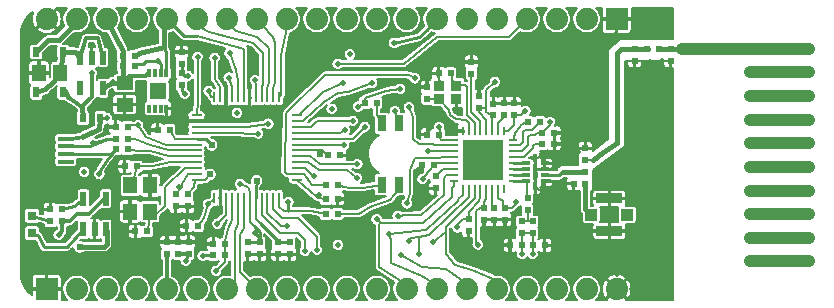
<source format=gtl>
G04 #@! TF.FileFunction,Copper,L1,Top,Signal*
%FSLAX46Y46*%
G04 Gerber Fmt 4.6, Leading zero omitted, Abs format (unit mm)*
G04 Created by KiCad (PCBNEW 4.0.7+dfsg1-1) date Sun Jan 28 21:58:49 2018*
%MOMM*%
%LPD*%
G01*
G04 APERTURE LIST*
%ADD10C,0.100000*%
%ADD11R,0.600000X0.600000*%
%ADD12R,0.950000X0.850000*%
%ADD13R,0.800000X0.284600*%
%ADD14R,0.284600X0.800000*%
%ADD15R,3.450000X3.450000*%
%ADD16O,0.250000X1.000000*%
%ADD17O,1.000000X0.250000*%
%ADD18R,1.193800X1.397000*%
%ADD19R,0.550000X1.200000*%
%ADD20R,0.600000X0.800000*%
%ADD21R,0.630000X0.830000*%
%ADD22R,1.150000X1.450000*%
%ADD23R,1.450000X1.150000*%
%ADD24R,0.800000X0.300000*%
%ADD25R,0.300000X0.800000*%
%ADD26R,0.800000X0.800000*%
%ADD27R,1.879600X1.879600*%
%ADD28C,1.879600*%
%ADD29R,2.200000X0.850000*%
%ADD30R,1.050000X1.000000*%
%ADD31R,0.800000X1.400000*%
%ADD32R,1.460000X1.360000*%
%ADD33R,0.300000X0.750000*%
%ADD34R,1.350000X0.400000*%
%ADD35R,1.550000X1.500000*%
%ADD36O,1.600000X0.900000*%
%ADD37R,1.400000X1.600000*%
%ADD38C,0.508000*%
%ADD39C,0.457200*%
%ADD40C,0.584200*%
%ADD41C,0.609600*%
%ADD42C,0.507200*%
%ADD43C,0.203200*%
%ADD44C,0.254000*%
%ADD45C,0.406400*%
%ADD46C,0.304800*%
%ADD47C,1.000000*%
%ADD48C,0.150000*%
G04 APERTURE END LIST*
D10*
D11*
X149821900Y-106916600D03*
X149821900Y-107916600D03*
X149663100Y-105941800D03*
X148663100Y-105941800D03*
X152615900Y-110498000D03*
X152615900Y-111498000D03*
X150118700Y-103378000D03*
X149118700Y-103378000D03*
X154774900Y-110583600D03*
X154774900Y-109583600D03*
X157627700Y-102311200D03*
X158627700Y-102311200D03*
X158846900Y-103225600D03*
X159846900Y-103225600D03*
X158846900Y-104165400D03*
X159846900Y-104165400D03*
X153911300Y-109558200D03*
X153911300Y-110558200D03*
X155689300Y-109558200D03*
X155689300Y-110558200D03*
X157594300Y-108720000D03*
X157594300Y-109720000D03*
X157111700Y-111726600D03*
X157111700Y-110726600D03*
X158026100Y-110726600D03*
X158026100Y-111726600D03*
X158059500Y-112750600D03*
X159059500Y-112750600D03*
X157103700Y-112725200D03*
X156103700Y-112725200D03*
D12*
X150112900Y-99221600D03*
X151562900Y-99221600D03*
X151562900Y-100371600D03*
X150112900Y-100371600D03*
D11*
X149085300Y-100347400D03*
X149085300Y-99347400D03*
X151083900Y-98171000D03*
X150083900Y-98171000D03*
D13*
X151385500Y-103787000D03*
X151385500Y-104287000D03*
X151385500Y-104787000D03*
X151385500Y-105287000D03*
X151385500Y-105787000D03*
X151385500Y-106287000D03*
X151385500Y-106787000D03*
X151385500Y-107287000D03*
D14*
X152110500Y-108012000D03*
X152610500Y-108012000D03*
X153110500Y-108012000D03*
X153610500Y-108012000D03*
X154110500Y-108012000D03*
X154610500Y-108012000D03*
X155110500Y-108012000D03*
X155610500Y-108012000D03*
D13*
X156335500Y-107287000D03*
X156335500Y-106787000D03*
X156335500Y-106287000D03*
X156335500Y-105787000D03*
X156335500Y-105287000D03*
X156335500Y-104787000D03*
X156335500Y-104287000D03*
X156335500Y-103787000D03*
D14*
X155610500Y-103062000D03*
X155110500Y-103062000D03*
X154610500Y-103062000D03*
X154110500Y-103062000D03*
X153610500Y-103062000D03*
X153110500Y-103062000D03*
X152610500Y-103062000D03*
X152110500Y-103062000D03*
D15*
X153860500Y-105537000D03*
D11*
X156476700Y-101719000D03*
X156476700Y-100719000D03*
X153479500Y-101109400D03*
X153479500Y-100109400D03*
X154698700Y-101744400D03*
X154698700Y-100744400D03*
X155613100Y-101719000D03*
X155613100Y-100719000D03*
X152844500Y-98213800D03*
X152844500Y-97213800D03*
D16*
X131073894Y-108708853D03*
X131573894Y-108708853D03*
X132073894Y-108708853D03*
X132573894Y-108708853D03*
X133073894Y-108708853D03*
X133573894Y-108708853D03*
X134073894Y-108708853D03*
X134573894Y-108708853D03*
X135073894Y-108708853D03*
X135573894Y-108708853D03*
X136073894Y-108708853D03*
X136573894Y-108708853D03*
D17*
X138073894Y-107208853D03*
X138073894Y-106708853D03*
X138073894Y-106208853D03*
X138073894Y-105708853D03*
X138073894Y-105208853D03*
X138073894Y-104708853D03*
X138073894Y-104208853D03*
X138073894Y-103708853D03*
X138073894Y-103208853D03*
X138073894Y-102708853D03*
X138073894Y-102208853D03*
X138073894Y-101708853D03*
D16*
X136573894Y-100208853D03*
X136073894Y-100208853D03*
X135573894Y-100208853D03*
X135073894Y-100208853D03*
X134573894Y-100208853D03*
X134073894Y-100208853D03*
X133573894Y-100208853D03*
X133073894Y-100208853D03*
X132573894Y-100208853D03*
X132073894Y-100208853D03*
X131573894Y-100208853D03*
X131073894Y-100208853D03*
D17*
X129573894Y-101708853D03*
X129573894Y-102208853D03*
X129573894Y-102708853D03*
X129573894Y-103208853D03*
X129573894Y-103708853D03*
X129573894Y-104208853D03*
X129573894Y-104708853D03*
X129573894Y-105208853D03*
X129573894Y-105708853D03*
X129573894Y-106208853D03*
X129573894Y-106708853D03*
X129573894Y-107208853D03*
D11*
X128816100Y-108440600D03*
X128816100Y-109440600D03*
X127284100Y-102971600D03*
X126284100Y-102971600D03*
X140714047Y-105138441D03*
X141714047Y-105138441D03*
X136436100Y-112504600D03*
X136436100Y-113504600D03*
X134912100Y-113504600D03*
X134912100Y-112504600D03*
X127818288Y-108440600D03*
X127818288Y-109440600D03*
X128697100Y-111099600D03*
X129697100Y-111099600D03*
X137452100Y-112504600D03*
X137452100Y-113504600D03*
X133896100Y-112504600D03*
X133896100Y-113504600D03*
X141511469Y-108816425D03*
X140511469Y-108816425D03*
X123499806Y-106055478D03*
X124499806Y-106055478D03*
X124377247Y-111563725D03*
X125377247Y-111563725D03*
X122728100Y-103733600D03*
X123728100Y-103733600D03*
X122728100Y-104622600D03*
X123728100Y-104622600D03*
D18*
X123935859Y-109881228D03*
X123935859Y-107671428D03*
X125637659Y-107671428D03*
X125637659Y-109881228D03*
D19*
X121638100Y-96845500D03*
X120688100Y-96845500D03*
X119738100Y-96845500D03*
X119738100Y-99445700D03*
X121638100Y-99445700D03*
D20*
X121428100Y-101955600D03*
X119948100Y-101955600D03*
D21*
X115982100Y-99796600D03*
X118282100Y-99796600D03*
D22*
X116232100Y-98145600D03*
X118032100Y-98145600D03*
D23*
X123482100Y-100823600D03*
X123482100Y-99023600D03*
D11*
X141508100Y-110083600D03*
X140508100Y-110083600D03*
X144810100Y-100685600D03*
X143810100Y-100685600D03*
X141508100Y-107670600D03*
X140508100Y-107670600D03*
X123337700Y-96689616D03*
X124337700Y-96689616D03*
X123337700Y-97573509D03*
X124337700Y-97573509D03*
X128895513Y-113454097D03*
X128895513Y-112454097D03*
X123728100Y-102717600D03*
X122728100Y-102717600D03*
D24*
X157454700Y-106303000D03*
X157454700Y-106803000D03*
X157454700Y-107303000D03*
X159054700Y-107303000D03*
X159054700Y-106803000D03*
X159054700Y-106303000D03*
D25*
X158254700Y-107753000D03*
D24*
X157454700Y-105803000D03*
X159054700Y-105803000D03*
D25*
X158254700Y-105353000D03*
D26*
X115653300Y-111738200D03*
X115653300Y-110238200D03*
D11*
X117194300Y-110713800D03*
X118194300Y-110713800D03*
D19*
X119992100Y-111383700D03*
X120942100Y-111383700D03*
X121892100Y-111383700D03*
X121892100Y-108783500D03*
X119992100Y-108783500D03*
D11*
X118187700Y-109700800D03*
X117187700Y-109700800D03*
X131983100Y-113563400D03*
X130983100Y-113563400D03*
X130983100Y-112623600D03*
X131983100Y-112623600D03*
D27*
X165138100Y-93573600D03*
D28*
X162598100Y-93573600D03*
X160058100Y-93573600D03*
X157518100Y-93573600D03*
X154978100Y-93573600D03*
X152438100Y-93573600D03*
X149898100Y-93573600D03*
X147358100Y-93573600D03*
X144818100Y-93573600D03*
X142278100Y-93573600D03*
X139738100Y-93573600D03*
X137198100Y-93573600D03*
X134658100Y-93573600D03*
X132118100Y-93573600D03*
X129578100Y-93573600D03*
X127038100Y-93573600D03*
X124498100Y-93573600D03*
X121958100Y-93573600D03*
X119418100Y-93573600D03*
X116878100Y-93573600D03*
D11*
X166662100Y-97121600D03*
X166662100Y-96121600D03*
D29*
X164517100Y-111523600D03*
X164517100Y-108773600D03*
D30*
X162992100Y-110148600D03*
X166042100Y-110148600D03*
D11*
X162496500Y-106518600D03*
X162496500Y-107518600D03*
X162496500Y-106533600D03*
X162496500Y-105533600D03*
X169710100Y-96121600D03*
X169710100Y-97121600D03*
X167686100Y-96113600D03*
X168686100Y-96113600D03*
D31*
X146686100Y-107603600D03*
X145236100Y-107603600D03*
X145236100Y-102403600D03*
X146686100Y-102403600D03*
D27*
X116878100Y-116433600D03*
D28*
X119418100Y-116433600D03*
X121958100Y-116433600D03*
X124498100Y-116433600D03*
X127038100Y-116433600D03*
X129578100Y-116433600D03*
X132118100Y-116433600D03*
X134658100Y-116433600D03*
X137198100Y-116433600D03*
X139738100Y-116433600D03*
X142278100Y-116433600D03*
X144818100Y-116433600D03*
X147358100Y-116433600D03*
X149898100Y-116433600D03*
X152438100Y-116433600D03*
X154978100Y-116433600D03*
X157518100Y-116433600D03*
X160058100Y-116433600D03*
X162598100Y-116433600D03*
X165138100Y-116433600D03*
D11*
X161494188Y-107518175D03*
X162494188Y-107518175D03*
X162499472Y-104518353D03*
X162499472Y-105518353D03*
X127992303Y-112461037D03*
X127992303Y-113461037D03*
X127061516Y-112469903D03*
X127061516Y-113469903D03*
D32*
X126276100Y-99669600D03*
D33*
X126026100Y-98169600D03*
X126526100Y-98169600D03*
X127026100Y-98169600D03*
X125526100Y-98169600D03*
X125526100Y-101169600D03*
X126026100Y-101169600D03*
X126526100Y-101169600D03*
X127026100Y-101169600D03*
D34*
X118488100Y-103703600D03*
X118488100Y-106303600D03*
X118488100Y-104353600D03*
X118488100Y-105003600D03*
X118488100Y-105653600D03*
D35*
X115788100Y-104003600D03*
X115798100Y-106003600D03*
D36*
X115788100Y-101703600D03*
X115798100Y-108303600D03*
D37*
X118288100Y-101803600D03*
X118288100Y-108203600D03*
D11*
X128308100Y-98153600D03*
X128308100Y-99153600D03*
X128308100Y-96375600D03*
X128308100Y-97375600D03*
D21*
X118282100Y-96367600D03*
X115982100Y-96367600D03*
D38*
X158026100Y-113487200D03*
X152920700Y-104571800D03*
X152920700Y-105537000D03*
X152920700Y-106502200D03*
X153885900Y-106502200D03*
X153860500Y-105537000D03*
X153860500Y-104571800D03*
X154876500Y-104571800D03*
X154876500Y-105537000D03*
X154876500Y-106502200D03*
X163817300Y-103708200D03*
X163817300Y-102133400D03*
X163842700Y-102946200D03*
X162318700Y-103378000D03*
X148653500Y-107899200D03*
X155155900Y-112776000D03*
X151472900Y-112522000D03*
X160896300Y-102235000D03*
X162420300Y-102235000D03*
X161150300Y-97790000D03*
X162928300Y-103759000D03*
X160058100Y-101447600D03*
X160058100Y-100177600D03*
X158788100Y-100177600D03*
X158788100Y-101447600D03*
X161328100Y-100177600D03*
X162598100Y-100177600D03*
X162598100Y-98907600D03*
X161328100Y-98907600D03*
X160058100Y-98907600D03*
X160058100Y-97637600D03*
X158788100Y-97637600D03*
X157518100Y-97637600D03*
X156248100Y-97637600D03*
X154978100Y-97637600D03*
X153708100Y-97637600D03*
X153708100Y-96367600D03*
X152438100Y-96367600D03*
X151422100Y-96367600D03*
X147866100Y-99923600D03*
X154978100Y-96367600D03*
X156248100Y-96367600D03*
X157518100Y-96367600D03*
X158788100Y-96367600D03*
X160058100Y-96367600D03*
X157518100Y-98907600D03*
X158788100Y-98907600D03*
X156248100Y-98907600D03*
X157518100Y-100177600D03*
X162598100Y-97637600D03*
X162598100Y-96113600D03*
X161328100Y-96367600D03*
X165138100Y-112623600D03*
X163868100Y-100177600D03*
X163868100Y-98907600D03*
X163868100Y-97637600D03*
X163868100Y-96240600D03*
X163868100Y-101193600D03*
X162598100Y-101447600D03*
X161328100Y-101447600D03*
X165138100Y-113893600D03*
X157518100Y-114147600D03*
X167627300Y-110109000D03*
X166408100Y-111353600D03*
X154139900Y-111988600D03*
X156171900Y-111760000D03*
X155409900Y-112014000D03*
X155308300Y-113639600D03*
X154470100Y-113639600D03*
X153708100Y-113639600D03*
X152946100Y-113639600D03*
X152184100Y-113639600D03*
X124814100Y-108767600D03*
X122366100Y-96581600D03*
X161886900Y-104851200D03*
D39*
X158254700Y-106553000D03*
X158254700Y-106045000D03*
X158254700Y-107061000D03*
D38*
X144056100Y-96621600D03*
X128054100Y-95605600D03*
X115100100Y-98399600D03*
X115100100Y-97129600D03*
X115100100Y-99415600D03*
X122466100Y-113893600D03*
X126979019Y-111693400D03*
X143548100Y-113685600D03*
X142278100Y-113785600D03*
X141008100Y-113893600D03*
X120688100Y-95859600D03*
X122466100Y-97637600D03*
X167627300Y-111379000D03*
X167627300Y-112649000D03*
X166408100Y-112623600D03*
X166408100Y-113893600D03*
X167627300Y-113919000D03*
X167627300Y-115189000D03*
X166408100Y-115163600D03*
X167627300Y-116459000D03*
X163817300Y-94869000D03*
X165138100Y-115163600D03*
X163868100Y-115163600D03*
X166408100Y-116433600D03*
X115100100Y-96113600D03*
X115354100Y-94843600D03*
X115354100Y-93673600D03*
X115254100Y-112623600D03*
X115227100Y-113893600D03*
X115354100Y-115163600D03*
X115354100Y-116233600D03*
X166408100Y-108813600D03*
X167678100Y-108813600D03*
X168948100Y-108813600D03*
X160058100Y-107543600D03*
X163868100Y-107543600D03*
X162598100Y-111353600D03*
X162598100Y-112623600D03*
X162598100Y-113893600D03*
X163868100Y-112623600D03*
X163868100Y-113893600D03*
X161328100Y-110083600D03*
X160058100Y-108813600D03*
X160058100Y-110083600D03*
X160058100Y-111353600D03*
X160058100Y-112623600D03*
X160058100Y-113893600D03*
X161328100Y-111353600D03*
X161328100Y-112623600D03*
X161328100Y-113893600D03*
X161328100Y-108813600D03*
X165138100Y-107543600D03*
X166408100Y-107543600D03*
X167678100Y-107543600D03*
X168948100Y-107543600D03*
X168897300Y-110109000D03*
X168897300Y-111379000D03*
X168897300Y-112649000D03*
X168897300Y-113919000D03*
X168897300Y-115189000D03*
X168897300Y-116459000D03*
X166408100Y-98653600D03*
X166408100Y-105003600D03*
X167678100Y-105003600D03*
X168948100Y-105003600D03*
X165138100Y-106273600D03*
X166408100Y-106273600D03*
X167678100Y-106273600D03*
X168948100Y-106273600D03*
X167678100Y-98653600D03*
X168948100Y-98653600D03*
X168948100Y-97891600D03*
X167170100Y-97891600D03*
X168948100Y-97129600D03*
X167932100Y-97256600D03*
X165011100Y-94970600D03*
X166408100Y-94970600D03*
X167678100Y-94970600D03*
X168948100Y-94970600D03*
X168948100Y-93573600D03*
X167678100Y-93573600D03*
X166408100Y-103733600D03*
X167678100Y-103733600D03*
X168948100Y-103733600D03*
X166408100Y-102463600D03*
X167678100Y-102463600D03*
X168948100Y-102463600D03*
X166408100Y-99923600D03*
X167678100Y-99923600D03*
X168948100Y-99923600D03*
X166408100Y-101193600D03*
X167678100Y-101193600D03*
X168948100Y-101193600D03*
X143433700Y-108937400D03*
X143979700Y-110945400D03*
X137353700Y-108129400D03*
X143852694Y-101576331D03*
X126530100Y-106527600D03*
X125768100Y-113639600D03*
X125641100Y-105384600D03*
X135638100Y-114195600D03*
X125730100Y-94917600D03*
X137579100Y-97383600D03*
X151422100Y-97383600D03*
X150406100Y-97383600D03*
X149644100Y-97383600D03*
X145429100Y-96394600D03*
X127546100Y-111099600D03*
X141820700Y-111072400D03*
X148882100Y-101447600D03*
X158788100Y-108813600D03*
X158788100Y-110083600D03*
X158788100Y-111353600D03*
X132641519Y-104094103D03*
X131117519Y-101808103D03*
X130086100Y-108051600D03*
X134531100Y-96875600D03*
X148932900Y-98145600D03*
X151777700Y-101371400D03*
X149263100Y-102870000D03*
X148328100Y-106346600D03*
X154876500Y-99796600D03*
X155663900Y-99669600D03*
X156527500Y-99669600D03*
X153885900Y-111353600D03*
X154774900Y-111353600D03*
X155663900Y-111328200D03*
X152463500Y-112522000D03*
X153581100Y-98983800D03*
X160896300Y-103124000D03*
X160896300Y-104165400D03*
X156070300Y-113639600D03*
X159092900Y-113665000D03*
X158838900Y-108077000D03*
X158838900Y-105003600D03*
X143190694Y-104678331D03*
X150101300Y-102743000D03*
X153377900Y-112674400D03*
X151650700Y-111226600D03*
X154825700Y-98907600D03*
X156578300Y-109093000D03*
X157111700Y-113461800D03*
X159499300Y-102311200D03*
X157416500Y-101371400D03*
X148704300Y-107111800D03*
X146351700Y-101396800D03*
X132295900Y-98552000D03*
X128054100Y-107797600D03*
X133261100Y-107543600D03*
X139941100Y-108497600D03*
X130540100Y-109267600D03*
X122466100Y-98907600D03*
X134531100Y-111734600D03*
X141009700Y-101188800D03*
X132981700Y-101523800D03*
D40*
X181394100Y-96103600D03*
X176390300Y-98103600D03*
X181394100Y-98103600D03*
X176390300Y-102103600D03*
X181394100Y-102103600D03*
X176390300Y-100103600D03*
X181394100Y-100103600D03*
X176390300Y-106103600D03*
X181394100Y-106103600D03*
X176390300Y-104103600D03*
X181394100Y-104103600D03*
X176390300Y-108103600D03*
X181394100Y-108103600D03*
X176390300Y-112103600D03*
X181394100Y-112103600D03*
X176390300Y-114103600D03*
X181394100Y-114103600D03*
X176390300Y-110103600D03*
X181394100Y-110103600D03*
D38*
X147558100Y-112369600D03*
X148390100Y-113493600D03*
X139519100Y-106881600D03*
X141538100Y-112703600D03*
X147358100Y-109194600D03*
X142132100Y-103017600D03*
X149136100Y-104749600D03*
X143802100Y-102717600D03*
X143140100Y-107062600D03*
X144810100Y-110529600D03*
X145875500Y-111758400D03*
X142062100Y-104241600D03*
X146912100Y-113585600D03*
X146596100Y-110256600D03*
X143186100Y-105865600D03*
X149625100Y-112488600D03*
X142786100Y-102209600D03*
X147539100Y-101066600D03*
X134531100Y-98788600D03*
X129654100Y-96803600D03*
X135646100Y-102438600D03*
D41*
X130694100Y-106735600D03*
X134658100Y-107289600D03*
X130848100Y-104241600D03*
X139992100Y-105003600D03*
D38*
X134773100Y-103276600D03*
X121350100Y-106727600D03*
X120815100Y-104114600D03*
D41*
X119672100Y-112869600D03*
D38*
X130086100Y-113639600D03*
X120053100Y-106527600D03*
X119964100Y-103606600D03*
X128562100Y-99923600D03*
X121958100Y-101955600D03*
D42*
X117894100Y-111861600D03*
X120688100Y-98145600D03*
D38*
X137198100Y-111099600D03*
X128651356Y-114048491D03*
X126276100Y-97129600D03*
X148038100Y-98603600D03*
X137352100Y-109067600D03*
X141516100Y-97383600D03*
X124625100Y-102590600D03*
X141962100Y-98961600D03*
X138738100Y-113203600D03*
X139738100Y-113103600D03*
X131238100Y-114903600D03*
X131338100Y-110903600D03*
X131102100Y-96875600D03*
X142554100Y-96583600D03*
X132364100Y-96475600D03*
X146280100Y-95613600D03*
X130594100Y-99669600D03*
X143240100Y-100993600D03*
X146804100Y-99507600D03*
X144432100Y-99015600D03*
X128816100Y-98399600D03*
D43*
X149085300Y-99347400D02*
X149085300Y-98602800D01*
X149085300Y-98602800D02*
X148907500Y-98425000D01*
X148907500Y-98425000D02*
X148907500Y-98171000D01*
X148907500Y-98171000D02*
X148932900Y-98145600D01*
X150112900Y-99221600D02*
X150112900Y-98200000D01*
X150112900Y-98200000D02*
X150083900Y-98171000D01*
X150083900Y-98171000D02*
X148958300Y-98171000D01*
X148958300Y-98171000D02*
X148932900Y-98145600D01*
X149415500Y-97231200D02*
X149059900Y-97586800D01*
X149059900Y-97586800D02*
X149059900Y-98018600D01*
X149059900Y-98018600D02*
X148932900Y-98145600D01*
X151562900Y-100371600D02*
X151562900Y-101156600D01*
X151562900Y-101156600D02*
X151777700Y-101371400D01*
X149263100Y-102870000D02*
X149118700Y-103378000D01*
X148663100Y-105941800D02*
X148704300Y-105816400D01*
X148704300Y-105816400D02*
X148328100Y-106346600D01*
X154698700Y-100744400D02*
X154698700Y-99974400D01*
X154698700Y-99974400D02*
X154876500Y-99796600D01*
X155613100Y-100719000D02*
X155613100Y-99720400D01*
X155613100Y-99720400D02*
X155663900Y-99669600D01*
X156476700Y-100719000D02*
X156476700Y-99720400D01*
X156476700Y-99720400D02*
X156527500Y-99669600D01*
X151930100Y-97231200D02*
X151955500Y-97205800D01*
X151955500Y-97205800D02*
X152836500Y-97205800D01*
X152836500Y-97205800D02*
X152844500Y-97213800D01*
X149821900Y-107916600D02*
X149067900Y-107916600D01*
X149067900Y-107916600D02*
X149059900Y-108178600D01*
X153911300Y-110558200D02*
X153911300Y-111328200D01*
X153911300Y-111328200D02*
X153885900Y-111353600D01*
X154774900Y-110583600D02*
X154774900Y-111353600D01*
X155689300Y-110558200D02*
X155689300Y-111302800D01*
X155689300Y-111302800D02*
X155663900Y-111328200D01*
X152615900Y-111498000D02*
X152615900Y-112369600D01*
X152615900Y-112369600D02*
X152463500Y-112522000D01*
X153479500Y-100109400D02*
X153479500Y-99085400D01*
X153479500Y-99085400D02*
X153581100Y-98983800D01*
X159846900Y-103225600D02*
X160870900Y-103225600D01*
X160870900Y-103225600D02*
X160896300Y-103124000D01*
X159846900Y-104165400D02*
X160896300Y-104165400D01*
X156103700Y-112725200D02*
X156103700Y-113606200D01*
X156103700Y-113606200D02*
X156070300Y-113639600D01*
X159092900Y-113665000D02*
X159059500Y-113631600D01*
X159059500Y-113631600D02*
X159059500Y-112750600D01*
X158254700Y-107753000D02*
X158578700Y-108077000D01*
X158578700Y-108077000D02*
X158838900Y-108077000D01*
X159054700Y-107303000D02*
X158838900Y-107518800D01*
X158838900Y-107518800D02*
X158838900Y-108077000D01*
X158254700Y-105353000D02*
X158489500Y-105353000D01*
X158489500Y-105353000D02*
X158838900Y-105003600D01*
X159054700Y-105803000D02*
X158838900Y-105587200D01*
X158838900Y-105587200D02*
X158838900Y-105003600D01*
X152110500Y-103062000D02*
X151715700Y-103062000D01*
X151715700Y-103062000D02*
X151574500Y-102920800D01*
X151574500Y-102920800D02*
X151523700Y-102692200D01*
X151523700Y-102692200D02*
X151091900Y-102311200D01*
X151091900Y-102311200D02*
X150118700Y-101803200D01*
X131573894Y-108708853D02*
X131573894Y-109357806D01*
X131573894Y-109357806D02*
X131610100Y-109829600D01*
X143190694Y-104678331D02*
X142576584Y-105138441D01*
X142576584Y-105138441D02*
X141714047Y-105138441D01*
X159054700Y-106303000D02*
X159622300Y-106303000D01*
X159622300Y-106303000D02*
X159880300Y-105943400D01*
X159880300Y-105943400D02*
X159880300Y-105748200D01*
X151385500Y-105787000D02*
X149792500Y-105787000D01*
X149792500Y-105787000D02*
X149663100Y-105941800D01*
X151385500Y-103787000D02*
X150273700Y-103787000D01*
X150273700Y-103787000D02*
X150118700Y-103378000D01*
X150118700Y-103378000D02*
X150118700Y-103563800D01*
X150118700Y-103563800D02*
X150177500Y-102997000D01*
X150177500Y-102997000D02*
X150101300Y-102743000D01*
X156335500Y-104787000D02*
X157125100Y-104787000D01*
X157125100Y-104787000D02*
X157645100Y-104267000D01*
X157645100Y-104267000D02*
X157645100Y-103555800D01*
X157645100Y-103555800D02*
X157772100Y-103428800D01*
X157772100Y-103428800D02*
X158229300Y-103428800D01*
X158229300Y-103428800D02*
X158432500Y-103225600D01*
X158432500Y-103225600D02*
X158846900Y-103225600D01*
X154610500Y-103062000D02*
X154610500Y-101832600D01*
X154610500Y-101832600D02*
X154698700Y-101744400D01*
X155610500Y-103062000D02*
X155929100Y-103062000D01*
X155929100Y-103062000D02*
X156476700Y-102514400D01*
X156476700Y-102514400D02*
X156476700Y-101719000D01*
X154110500Y-103062000D02*
X154110500Y-102104000D01*
X154110500Y-102104000D02*
X153479500Y-101473000D01*
X153479500Y-101473000D02*
X153479500Y-101109400D01*
X154110500Y-108012000D02*
X154110500Y-108817600D01*
X154110500Y-108817600D02*
X153885900Y-109042200D01*
X153885900Y-109042200D02*
X153885900Y-109532800D01*
X153885900Y-109532800D02*
X153911300Y-109558200D01*
X152615900Y-110498000D02*
X152615900Y-109905800D01*
X152615900Y-109905800D02*
X153454100Y-108991400D01*
X153454100Y-108991400D02*
X153504900Y-108864400D01*
X153504900Y-108864400D02*
X153555700Y-108712000D01*
X153555700Y-108712000D02*
X153555700Y-108066800D01*
X153555700Y-108066800D02*
X153610500Y-108012000D01*
X153911300Y-109558200D02*
X153547700Y-109558200D01*
X153547700Y-109558200D02*
X153250900Y-109855000D01*
X153250900Y-109855000D02*
X153250900Y-112547400D01*
X153250900Y-112547400D02*
X153377900Y-112674400D01*
X152615900Y-110498000D02*
X152150700Y-110498000D01*
X152150700Y-110498000D02*
X151701500Y-110947200D01*
X151701500Y-110947200D02*
X151701500Y-111175800D01*
X151701500Y-111175800D02*
X151650700Y-111226600D01*
X154698700Y-101744400D02*
X154487500Y-101744400D01*
X154487500Y-101744400D02*
X154114500Y-101447600D01*
X154114500Y-101447600D02*
X154114500Y-100990400D01*
X154114500Y-100990400D02*
X154114500Y-99618800D01*
X154114500Y-99618800D02*
X154825700Y-98907600D01*
X155110500Y-108012000D02*
X155110500Y-108742800D01*
X155110500Y-108742800D02*
X155308300Y-108940600D01*
X155308300Y-108940600D02*
X155460700Y-108940600D01*
X155460700Y-108940600D02*
X155536900Y-109016800D01*
X155536900Y-109016800D02*
X155536900Y-109405800D01*
X155536900Y-109405800D02*
X155689300Y-109558200D01*
X155689300Y-109558200D02*
X156265500Y-109558200D01*
X156265500Y-109558200D02*
X156527500Y-109296200D01*
X156527500Y-109296200D02*
X156527500Y-109143800D01*
X156527500Y-109143800D02*
X156578300Y-109093000D01*
X157103700Y-112725200D02*
X157111700Y-112717200D01*
X157111700Y-112717200D02*
X157111700Y-111726600D01*
X157111700Y-111726600D02*
X158026100Y-111726600D01*
X158059500Y-112750600D02*
X158026100Y-112717200D01*
X158026100Y-112717200D02*
X158026100Y-111726600D01*
X157103700Y-112725200D02*
X157111700Y-112733200D01*
X157111700Y-112733200D02*
X157111700Y-113461800D01*
X158026100Y-113487200D02*
X158026100Y-112750600D01*
X158846900Y-103225600D02*
X159499300Y-102573200D01*
X159499300Y-102573200D02*
X159499300Y-102311200D01*
X157416500Y-101371400D02*
X157068900Y-101719000D01*
X157068900Y-101719000D02*
X156476700Y-101719000D01*
X153479500Y-101109400D02*
X153995500Y-101109400D01*
X153995500Y-101109400D02*
X154114500Y-100990400D01*
X149663100Y-105941800D02*
X149763100Y-105926000D01*
D44*
X134912100Y-112504600D02*
X133896100Y-112504600D01*
D43*
X132573894Y-100208853D02*
X132573894Y-99363394D01*
X138087353Y-107208853D02*
X139765100Y-108670600D01*
X134073894Y-108708853D02*
X134073894Y-110769394D01*
X134073894Y-110769394D02*
X134404100Y-111099600D01*
X131073894Y-108708853D02*
X131073894Y-108841806D01*
X131073894Y-108841806D02*
X130540100Y-109267600D01*
X129573894Y-106708853D02*
X128888847Y-106708853D01*
X132573894Y-99363394D02*
X132295900Y-98552000D01*
X128888847Y-106708853D02*
X128326288Y-107525412D01*
X128326288Y-107525412D02*
X128326288Y-107797600D01*
X128326288Y-107797600D02*
X127818288Y-108440600D01*
D44*
X134912100Y-112504600D02*
X134912100Y-112115600D01*
X134912100Y-112115600D02*
X134912100Y-111607600D01*
X134912100Y-111607600D02*
X134404100Y-111099600D01*
D43*
X134073894Y-108708853D02*
X134073894Y-108229394D01*
X134073894Y-108229394D02*
X133896100Y-107797600D01*
X133896100Y-107797600D02*
X133261100Y-107543600D01*
X138178847Y-107308853D02*
X138073894Y-107208853D01*
X128054100Y-107797600D02*
X128326288Y-107797600D01*
X140511469Y-108816425D02*
X139858969Y-108703891D01*
X139858969Y-108703891D02*
X139765100Y-108670600D01*
X138087353Y-107208853D02*
X138073894Y-107208853D01*
X148704300Y-107111800D02*
X149009100Y-106807000D01*
X149009100Y-106807000D02*
X149136100Y-106527600D01*
X149136100Y-106527600D02*
X149763100Y-105900600D01*
X149763100Y-105900600D02*
X149663100Y-105941800D01*
X129697100Y-111099600D02*
X130205100Y-110472600D01*
X130205100Y-110472600D02*
X130540100Y-109267600D01*
X146351700Y-101396800D02*
X146686100Y-102403600D01*
D45*
X122466100Y-98907600D02*
X121638100Y-99445700D01*
D43*
X139941100Y-108497600D02*
X139858969Y-108703891D01*
D46*
X134531100Y-111734600D02*
X134912100Y-112115600D01*
D45*
X123482100Y-99023600D02*
X122466100Y-99023600D01*
X122466100Y-99023600D02*
X122466100Y-98907600D01*
X123337700Y-97573509D02*
X123337700Y-98406000D01*
X123337700Y-98406000D02*
X123482100Y-99023600D01*
X123337700Y-97573509D02*
X123337700Y-96689616D01*
X123337700Y-96689616D02*
X123337700Y-96273200D01*
X123337700Y-96273200D02*
X121938100Y-93603600D01*
D46*
X125526100Y-98169600D02*
X125490100Y-98169600D01*
X125490100Y-98169600D02*
X125260100Y-98399600D01*
X125260100Y-98399600D02*
X123852100Y-98399600D01*
X123852100Y-98399600D02*
X123482100Y-99023600D01*
D43*
X154610500Y-108012000D02*
X154610500Y-109419200D01*
X154610500Y-109419200D02*
X154774900Y-109583600D01*
X156425900Y-103696600D02*
X156502100Y-103225600D01*
X156502100Y-103225600D02*
X156933900Y-102692200D01*
X156933900Y-102692200D02*
X157035500Y-102565200D01*
X157035500Y-102565200D02*
X157137100Y-102463600D01*
X157137100Y-102463600D02*
X157627700Y-102311200D01*
X156425900Y-103696600D02*
X156335500Y-103787000D01*
X156335500Y-104287000D02*
X156939300Y-104287000D01*
X156939300Y-104287000D02*
X157213300Y-104013000D01*
X157213300Y-104013000D02*
X157213300Y-103149400D01*
X157213300Y-103149400D02*
X157391100Y-102971600D01*
X157391100Y-102971600D02*
X158000700Y-102971600D01*
X158000700Y-102971600D02*
X158627700Y-102344600D01*
X158627700Y-102344600D02*
X158627700Y-102311200D01*
D44*
X156335500Y-107287000D02*
X157454700Y-107287000D01*
X157454700Y-107287000D02*
X157454700Y-107303000D01*
D43*
X157594300Y-108720000D02*
X157568900Y-108720000D01*
X157568900Y-108720000D02*
X157568900Y-107417200D01*
X157568900Y-107417200D02*
X157454700Y-107303000D01*
X158026100Y-110726600D02*
X157111700Y-110726600D01*
X157594300Y-109720000D02*
X157594300Y-110718600D01*
X157594300Y-110718600D02*
X157119700Y-110718600D01*
X157119700Y-110718600D02*
X157111700Y-110726600D01*
D44*
X156335500Y-106787000D02*
X157454700Y-106787000D01*
X157454700Y-106787000D02*
X157454700Y-106803000D01*
X156335500Y-106287000D02*
X157454700Y-106287000D01*
X157454700Y-106287000D02*
X157454700Y-106303000D01*
X156335500Y-105787000D02*
X156351500Y-105803000D01*
X156335500Y-105787000D02*
X157454700Y-105787000D01*
X157454700Y-105787000D02*
X157454700Y-105803000D01*
D47*
X170675300Y-96103600D02*
X181394100Y-96103600D01*
X176390300Y-98103600D02*
X181394100Y-98103600D01*
D45*
X170675300Y-96103600D02*
X170591100Y-96121600D01*
X170591100Y-96121600D02*
X169710100Y-96121600D01*
X169710100Y-96121600D02*
X169702100Y-96113600D01*
D47*
X176390300Y-102103600D02*
X181394100Y-102103600D01*
X176390300Y-100103600D02*
X181394100Y-100103600D01*
X176390300Y-106103600D02*
X181394100Y-106103600D01*
X176390300Y-104103600D02*
X181394100Y-104103600D01*
X176390300Y-108103600D02*
X181394100Y-108103600D01*
X176390300Y-112103600D02*
X181394100Y-112103600D01*
X176390300Y-114103600D02*
X181394100Y-114103600D01*
X176390300Y-110103600D02*
X181394100Y-110103600D01*
D45*
X168686100Y-96113600D02*
X169710100Y-96113600D01*
X169710100Y-96113600D02*
X169710100Y-96121600D01*
D43*
X153110500Y-103062000D02*
X153110500Y-102348600D01*
X153110500Y-102348600D02*
X152438100Y-101676200D01*
X152438100Y-101676200D02*
X152438100Y-99364800D01*
X152438100Y-99364800D02*
X152260300Y-99187000D01*
X152260300Y-99187000D02*
X151597500Y-99187000D01*
X151597500Y-99187000D02*
X151562900Y-99221600D01*
X151562900Y-99221600D02*
X151562900Y-99175400D01*
X151562900Y-99175400D02*
X151168100Y-98780600D01*
X151168100Y-98780600D02*
X151168100Y-98255200D01*
X151168100Y-98255200D02*
X151083900Y-98171000D01*
X152610500Y-103062000D02*
X152610500Y-102407400D01*
X152610500Y-102407400D02*
X152361900Y-102158800D01*
X152361900Y-102158800D02*
X151574500Y-102082600D01*
X151574500Y-102082600D02*
X151066500Y-101676200D01*
X151066500Y-101676200D02*
X150939500Y-101325200D01*
X150939500Y-101325200D02*
X150112900Y-100371600D01*
X150112900Y-100371600D02*
X149109500Y-100371600D01*
X149109500Y-100371600D02*
X149085300Y-100347400D01*
X151385500Y-106287000D02*
X150476900Y-106287000D01*
X150476900Y-106287000D02*
X149821900Y-106916600D01*
X156335500Y-105287000D02*
X156339500Y-105283000D01*
X156339500Y-105283000D02*
X157289500Y-105283000D01*
X157289500Y-105283000D02*
X158051500Y-104521000D01*
X158051500Y-104521000D02*
X158051500Y-104343200D01*
X158051500Y-104343200D02*
X158229300Y-104165400D01*
X158229300Y-104165400D02*
X158846900Y-104165400D01*
X155110500Y-103062000D02*
X155105100Y-103056600D01*
X155105100Y-103056600D02*
X155105100Y-102362000D01*
X155105100Y-102362000D02*
X155613100Y-101854000D01*
X155613100Y-101854000D02*
X155613100Y-101719000D01*
X153610500Y-103062000D02*
X153610500Y-102213600D01*
X153610500Y-102213600D02*
X153098500Y-101701600D01*
X153098500Y-101701600D02*
X152996900Y-101625400D01*
X152996900Y-101625400D02*
X152844500Y-101473000D01*
X152844500Y-101473000D02*
X152844500Y-98213800D01*
X152610500Y-108012000D02*
X152610500Y-108387200D01*
X152610500Y-108012000D02*
X152610500Y-108641200D01*
X152610500Y-108641200D02*
X149263100Y-111861600D01*
X149263100Y-111861600D02*
X148390100Y-112080600D01*
X148390100Y-112080600D02*
X147763100Y-112161600D01*
X147763100Y-112161600D02*
X147558100Y-112369600D01*
X148390100Y-113493600D02*
X148390100Y-112080600D01*
X138073894Y-106208853D02*
X138784353Y-106208853D01*
X138784353Y-106208853D02*
X139284100Y-106681600D01*
X139284100Y-106681600D02*
X139519100Y-106881600D01*
X151385500Y-105287000D02*
X150308500Y-105287000D01*
X150308500Y-105287000D02*
X150152100Y-105357600D01*
X147358100Y-109194600D02*
X147612100Y-108305600D01*
X150152100Y-105357600D02*
X148099475Y-105357600D01*
X148099475Y-105357600D02*
X147612100Y-106350662D01*
X147612100Y-106350662D02*
X147612100Y-108305600D01*
X138073894Y-103208853D02*
X141730425Y-103208853D01*
X141730425Y-103208853D02*
X142089638Y-103060062D01*
X142089638Y-103060062D02*
X142132100Y-103017600D01*
X151385500Y-104787000D02*
X149173500Y-104787000D01*
X149173500Y-104787000D02*
X149136100Y-104749600D01*
X138073894Y-103708853D02*
X142810847Y-103708853D01*
X142810847Y-103708853D02*
X143802100Y-102717600D01*
X151385500Y-107287000D02*
X151385500Y-107758000D01*
X151385500Y-107758000D02*
X151218900Y-107924600D01*
X151218900Y-107924600D02*
X151218900Y-108610400D01*
X151218900Y-108610400D02*
X148780500Y-110820200D01*
X138073894Y-105708853D02*
X139046353Y-105708853D01*
X139046353Y-105708853D02*
X139911100Y-106373600D01*
X139911100Y-106373600D02*
X142278100Y-106373600D01*
X148780500Y-110820200D02*
X145154700Y-110839200D01*
X143140100Y-107062600D02*
X142278100Y-106373600D01*
X145154700Y-110839200D02*
X144810100Y-110529600D01*
X147358100Y-116433600D02*
X147358100Y-116123600D01*
X147358100Y-116123600D02*
X145038100Y-114603600D01*
X145038100Y-114603600D02*
X145038100Y-110941600D01*
X145038100Y-110941600D02*
X145154700Y-110839200D01*
X135573894Y-100208853D02*
X135573894Y-99515806D01*
X135573894Y-99515806D02*
X135674100Y-98907600D01*
X135674100Y-98907600D02*
X135674100Y-96067600D01*
X135674100Y-96067600D02*
X134658100Y-95113600D01*
X134658100Y-95113600D02*
X132896100Y-94559600D01*
X132896100Y-94559600D02*
X132118100Y-93881600D01*
X132118100Y-93881600D02*
X132118100Y-93573600D01*
X136073894Y-100208853D02*
X136073894Y-99523806D01*
X136073894Y-99523806D02*
X136182100Y-98907600D01*
X136182100Y-98907600D02*
X136182100Y-95613600D01*
X134672100Y-93573600D02*
X135896100Y-94897600D01*
X135896100Y-94897600D02*
X136012100Y-95097600D01*
X136012100Y-95097600D02*
X136182100Y-95613600D01*
X134672100Y-93573600D02*
X134658100Y-93573600D01*
X152110500Y-108012000D02*
X152110500Y-108506200D01*
X152110500Y-108506200D02*
X151676100Y-108813600D01*
X151676100Y-108813600D02*
X151676100Y-108991400D01*
X151676100Y-108991400D02*
X148958300Y-111404400D01*
X148958300Y-111404400D02*
X145875500Y-111758400D01*
X138073894Y-104208853D02*
X140278847Y-104208853D01*
X140278847Y-104208853D02*
X140500100Y-104241600D01*
X140500100Y-104241600D02*
X142062100Y-104241600D01*
X146004100Y-114263600D02*
X145996100Y-112264800D01*
X145996100Y-112264800D02*
X145875500Y-111758400D01*
X148658100Y-115371600D02*
X146004100Y-114263600D01*
X148658100Y-115371600D02*
X149598100Y-115911600D01*
X149598100Y-115911600D02*
X149898100Y-116433600D01*
X151385500Y-106787000D02*
X150680100Y-106787000D01*
X150680100Y-106787000D02*
X150507700Y-107086400D01*
X150507700Y-107086400D02*
X150507700Y-108508800D01*
X150507700Y-108508800D02*
X148602700Y-110159800D01*
X148674100Y-114555600D02*
X148074100Y-114201600D01*
X138073894Y-105208853D02*
X139181353Y-105208853D01*
X139181353Y-105208853D02*
X140038100Y-105865600D01*
X148074100Y-114201600D02*
X146912100Y-113585600D01*
D44*
X146596100Y-110256600D02*
X146723100Y-110336541D01*
D43*
X146596100Y-110256600D02*
X147358100Y-110210600D01*
X147358100Y-110210600D02*
X148602700Y-110159800D01*
X150652100Y-114771600D02*
X148674100Y-114555600D01*
X140038100Y-105865600D02*
X143186100Y-105865600D01*
X150652100Y-114771600D02*
X152160100Y-115725600D01*
X152160100Y-115725600D02*
X152438100Y-116003600D01*
X152438100Y-116003600D02*
X152438100Y-116433600D01*
X153110500Y-108012000D02*
X153110500Y-108776200D01*
X153110500Y-108776200D02*
X150660100Y-111226600D01*
X150660100Y-111226600D02*
X150660100Y-111607600D01*
X150660100Y-111607600D02*
X150660100Y-112242600D01*
X150660100Y-112242600D02*
X150652100Y-113477600D01*
X150652100Y-113477600D02*
X151479100Y-114374600D01*
X152922100Y-114863600D02*
X151479100Y-114374600D01*
X149625100Y-112488600D02*
X150660100Y-111607600D01*
X152922100Y-114863600D02*
X154708100Y-115563600D01*
X154708100Y-115563600D02*
X154978100Y-116433600D01*
X138073894Y-102708853D02*
X139238847Y-102708853D01*
X139238847Y-102708853D02*
X139738100Y-102209600D01*
X139738100Y-102209600D02*
X142786100Y-102209600D01*
X151385500Y-104287000D02*
X149835500Y-104287000D01*
X134573894Y-100208853D02*
X134573894Y-99245806D01*
X134573894Y-99245806D02*
X134531100Y-98788600D01*
X149835500Y-104287000D02*
X149390100Y-104141600D01*
X149390100Y-104141600D02*
X148374100Y-104141600D01*
X148374100Y-104141600D02*
X147866100Y-103733600D01*
X147866100Y-103733600D02*
X147866100Y-101893600D01*
X147866100Y-101893600D02*
X147539100Y-101066600D01*
X136573894Y-100208853D02*
X136738100Y-100044647D01*
X136738100Y-100044647D02*
X136738100Y-96601600D01*
X136738100Y-96601600D02*
X137198100Y-94343600D01*
X137198100Y-94343600D02*
X137198100Y-93573600D01*
X129573894Y-101708853D02*
X129654100Y-100500059D01*
X129654100Y-100500059D02*
X129654100Y-96803600D01*
X129573894Y-102708853D02*
X133832847Y-102708853D01*
X133832847Y-102708853D02*
X135646100Y-102438600D01*
D44*
X137452100Y-112504600D02*
X136436100Y-112504600D01*
D43*
X138073894Y-104708853D02*
X139992100Y-104708853D01*
X139992100Y-104708853D02*
X140205353Y-104708853D01*
X140205353Y-104708853D02*
X140500100Y-105003600D01*
X134573894Y-108708853D02*
X134573894Y-110507394D01*
X134573894Y-110507394D02*
X134912100Y-110845600D01*
X129573894Y-107208853D02*
X129404847Y-107208853D01*
X129573894Y-103708853D02*
X127775353Y-103708853D01*
X127775353Y-103708853D02*
X127622547Y-103556047D01*
X127622547Y-103556047D02*
X127284100Y-102971600D01*
X140714047Y-105138441D02*
X140706206Y-105003600D01*
X140706206Y-105003600D02*
X140500100Y-105003600D01*
X129404847Y-107208853D02*
X129324100Y-107797600D01*
X129324100Y-107797600D02*
X128816100Y-108440600D01*
D44*
X129573894Y-103708853D02*
X130364847Y-103708853D01*
X130364847Y-103708853D02*
X130848100Y-104241600D01*
X134573894Y-108708853D02*
X134573894Y-107881806D01*
X134573894Y-107881806D02*
X134658100Y-107289600D01*
X136436100Y-112504600D02*
X136436100Y-112369600D01*
X136436100Y-112369600D02*
X134912100Y-110845600D01*
D43*
X139992100Y-105003600D02*
X139992100Y-104708853D01*
X129573894Y-107208853D02*
X130320847Y-107208853D01*
X130320847Y-107208853D02*
X130694100Y-106735600D01*
X129573894Y-105708853D02*
X127348847Y-105708853D01*
X127348847Y-105708853D02*
X125895100Y-106019600D01*
X125895100Y-106019600D02*
X125641100Y-106055478D01*
X125641100Y-106055478D02*
X124499806Y-106055478D01*
X124499806Y-106055478D02*
X124272806Y-107045481D01*
X124272806Y-107045481D02*
X123935859Y-107671428D01*
X129573894Y-106208853D02*
X128626847Y-106208853D01*
X128626847Y-106208853D02*
X126892100Y-107843600D01*
X126892100Y-107843600D02*
X126892100Y-109429600D01*
X126892100Y-109429600D02*
X125878472Y-110335228D01*
X125878472Y-110335228D02*
X125637659Y-109881228D01*
X125377247Y-111563725D02*
X125483659Y-111522312D01*
X125483659Y-111522312D02*
X125637659Y-109881228D01*
X129573894Y-103208853D02*
X132443353Y-103208853D01*
X132443353Y-103208853D02*
X134773100Y-103276600D01*
D44*
X122728100Y-104622600D02*
X121958100Y-105511600D01*
X121958100Y-105511600D02*
X121450100Y-106273600D01*
X121450100Y-106273600D02*
X121350100Y-106727600D01*
X118488100Y-105003600D02*
X122347100Y-105003600D01*
X122347100Y-105003600D02*
X122728100Y-104622600D01*
X118514100Y-104353600D02*
X120561100Y-104368600D01*
X120561100Y-104368600D02*
X121966100Y-103733600D01*
X121966100Y-103733600D02*
X122728100Y-103733600D01*
D43*
X120815100Y-104114600D02*
X121966100Y-103733600D01*
D44*
X118514100Y-104353600D02*
X118488100Y-104353600D01*
D43*
X129573894Y-104708853D02*
X127205847Y-104708853D01*
X123728100Y-103733600D02*
X124363100Y-103733600D01*
X127205847Y-104708853D02*
X125641100Y-104241600D01*
X125641100Y-104241600D02*
X124363100Y-103733600D01*
X129573894Y-105208853D02*
X127213847Y-105208853D01*
X127213847Y-105208853D02*
X125641100Y-104749600D01*
X125641100Y-104749600D02*
X124498100Y-104749600D01*
X124498100Y-104749600D02*
X123728100Y-104622600D01*
D45*
X119302100Y-94219600D02*
X119418100Y-94103600D01*
X119418100Y-94103600D02*
X119418100Y-93573600D01*
X119672100Y-112869600D02*
X121712100Y-112869600D01*
X121712100Y-112869600D02*
X121958100Y-112623600D01*
X121958100Y-112623600D02*
X121958100Y-111544900D01*
X121958100Y-111544900D02*
X121892100Y-111383700D01*
D44*
X130983100Y-113563400D02*
X130162300Y-113563400D01*
X130162300Y-113563400D02*
X130086100Y-113639600D01*
D45*
X119302100Y-94219600D02*
X119026100Y-94219600D01*
X119026100Y-94219600D02*
X117894100Y-95351600D01*
X117894100Y-95351600D02*
X116998100Y-95351600D01*
X116998100Y-95351600D02*
X115982100Y-96367600D01*
D44*
X119964100Y-103606600D02*
X119848100Y-103576600D01*
X118512100Y-103703600D02*
X120028100Y-103523600D01*
X119848100Y-103576600D02*
X118964100Y-103703600D01*
D45*
X120028100Y-103523600D02*
X121301100Y-102888600D01*
X121301100Y-102888600D02*
X121428100Y-101955600D01*
D44*
X118488100Y-103703600D02*
X118512100Y-103703600D01*
X119964100Y-103606600D02*
X119881100Y-103523600D01*
X119881100Y-103523600D02*
X120028100Y-103523600D01*
X128308100Y-99153600D02*
X128308100Y-99669600D01*
X128308100Y-99669600D02*
X128562100Y-99923600D01*
X121958100Y-101955600D02*
X121428100Y-101955600D01*
D45*
X119948100Y-101955600D02*
X119904100Y-101044600D01*
D46*
X119904100Y-101044600D02*
X119037100Y-100431600D01*
X119037100Y-100431600D02*
X118656100Y-100177600D01*
D45*
X118656100Y-100177600D02*
X118402100Y-99669600D01*
X118402100Y-99669600D02*
X118402100Y-99676600D01*
X118402100Y-99669600D02*
X118402100Y-99662600D01*
X118402100Y-99662600D02*
X118282100Y-99796600D01*
D44*
X121892100Y-108783500D02*
X121833300Y-109192400D01*
D46*
X118194300Y-110713800D02*
X118829300Y-110713800D01*
X118829300Y-110713800D02*
X119459500Y-110083600D01*
X118194300Y-110713800D02*
X118194300Y-111561400D01*
X118194300Y-111561400D02*
X117894100Y-111861600D01*
X120688100Y-98145600D02*
X120688100Y-100177600D01*
X120688100Y-100177600D02*
X119904100Y-100961600D01*
X119904100Y-100961600D02*
X119904100Y-101044600D01*
X119459500Y-110083600D02*
X120434100Y-110083600D01*
X120434100Y-110083600D02*
X121704100Y-108813600D01*
X121704100Y-108813600D02*
X121862000Y-108813600D01*
X121862000Y-108813600D02*
X121892100Y-108783500D01*
D43*
X141508100Y-110083600D02*
X143286100Y-110083600D01*
X143286100Y-110083600D02*
X144256100Y-109513600D01*
X144256100Y-109513600D02*
X145915100Y-108878600D01*
X145915100Y-108878600D02*
X146296100Y-108451600D01*
X146296100Y-108451600D02*
X146677100Y-108093600D01*
X146677100Y-108093600D02*
X146686100Y-107603600D01*
X144810100Y-100685600D02*
X144810100Y-101686600D01*
X144810100Y-101686600D02*
X145236100Y-102403600D01*
X141508100Y-107670600D02*
X142024100Y-107797600D01*
X142024100Y-107797600D02*
X142532100Y-107851600D01*
X142532100Y-107851600D02*
X143645100Y-107851600D01*
X143645100Y-107851600D02*
X145236100Y-107603600D01*
X135573894Y-108708853D02*
X135573894Y-109983394D01*
X135573894Y-109983394D02*
X136690100Y-111099600D01*
X136690100Y-111099600D02*
X137198100Y-111099600D01*
D44*
X128895513Y-113454097D02*
X128669084Y-113941937D01*
X128669084Y-113941937D02*
X128651356Y-114048491D01*
D46*
X127992303Y-113461037D02*
X128380572Y-113461037D01*
X128380572Y-113461037D02*
X128895513Y-113454097D01*
D43*
X133573894Y-100208853D02*
X133573894Y-96115394D01*
X126986653Y-94080300D02*
X126998100Y-93627600D01*
X129602100Y-95005600D02*
X133573894Y-96115394D01*
D44*
X126998100Y-93627600D02*
X126998100Y-93613600D01*
X126998100Y-93613600D02*
X127038100Y-93573600D01*
D45*
X124337700Y-96689616D02*
X124684084Y-96435616D01*
X124684084Y-96435616D02*
X126784100Y-95986600D01*
X126784100Y-95986600D02*
X126784100Y-94282853D01*
X126784100Y-94282853D02*
X126986653Y-94080300D01*
D44*
X127026100Y-98169600D02*
X127026100Y-96355600D01*
X127026100Y-96355600D02*
X126784100Y-95986600D01*
X129602100Y-95005600D02*
X128470100Y-95005600D01*
X128470100Y-95005600D02*
X127038100Y-93573600D01*
D43*
X135073894Y-100208853D02*
X135073894Y-99507806D01*
X135073894Y-99507806D02*
X135166100Y-98907600D01*
X135166100Y-98907600D02*
X135166100Y-96475600D01*
X135166100Y-96475600D02*
X134350100Y-95621600D01*
X134350100Y-95621600D02*
X132580100Y-95213600D01*
X132580100Y-95213600D02*
X130656100Y-94697600D01*
X130656100Y-94697600D02*
X129562100Y-94097600D01*
X129562100Y-94097600D02*
X129562100Y-93589600D01*
X129562100Y-93589600D02*
X129578100Y-93573600D01*
D44*
X126276100Y-97129600D02*
X125260100Y-97129600D01*
X125260100Y-97129600D02*
X125006100Y-97383600D01*
X125006100Y-97383600D02*
X124655791Y-97383600D01*
X124655791Y-97383600D02*
X124337700Y-97573509D01*
X126526100Y-98169600D02*
X126526100Y-97506600D01*
X126526100Y-97506600D02*
X126403100Y-97129600D01*
X126403100Y-97129600D02*
X126276100Y-97129600D01*
D43*
X138073894Y-106708853D02*
X138649353Y-106708853D01*
X138649353Y-106708853D02*
X139357100Y-107643600D01*
X139357100Y-107643600D02*
X140508100Y-107670600D01*
X148038100Y-98603600D02*
X147592100Y-98349600D01*
X147592100Y-98349600D02*
X147292100Y-98303600D01*
X147292100Y-98303600D02*
X140438100Y-98303600D01*
X140438100Y-98303600D02*
X137165100Y-101576600D01*
X137165100Y-101576600D02*
X137038100Y-106503600D01*
X137038100Y-106503600D02*
X137238100Y-106703600D01*
X137238100Y-106703600D02*
X138068641Y-106703600D01*
X138068641Y-106703600D02*
X138073894Y-106708853D01*
D44*
X117194300Y-110713800D02*
X116255900Y-110459800D01*
X116255900Y-110459800D02*
X115653300Y-110238200D01*
X118187700Y-109700800D02*
X119179400Y-109446800D01*
X119179400Y-109446800D02*
X119992100Y-108783500D01*
X118599200Y-112881200D02*
X119992100Y-111383700D01*
X118599200Y-112881200D02*
X116627700Y-112881200D01*
X116627700Y-112881200D02*
X116116100Y-111861600D01*
X116116100Y-111861600D02*
X115776700Y-111861600D01*
X115776700Y-111861600D02*
X115653300Y-111738200D01*
D43*
X136573894Y-108708853D02*
X136573894Y-109459394D01*
X136573894Y-109459394D02*
X136944100Y-109829600D01*
X136944100Y-109829600D02*
X137352100Y-109829600D01*
X137352100Y-109829600D02*
X139238100Y-109829600D01*
X139238100Y-109829600D02*
X140508100Y-110083600D01*
D44*
X137352100Y-109067600D02*
X137352100Y-109829600D01*
D43*
X157518100Y-93573600D02*
X155988100Y-95103600D01*
X155988100Y-95103600D02*
X149938100Y-95103600D01*
X149938100Y-95103600D02*
X147104100Y-97383600D01*
X141516100Y-97383600D02*
X147104100Y-97383600D01*
X129573894Y-104208853D02*
X127005353Y-104208853D01*
X127005353Y-104208853D02*
X125260100Y-103606600D01*
X123728100Y-102717600D02*
X124023500Y-102557200D01*
X124023500Y-102557200D02*
X124625100Y-102590600D01*
X125260100Y-103606600D02*
X124625100Y-102590600D01*
D46*
X127061516Y-113469903D02*
X127061516Y-115695016D01*
X127061516Y-115695016D02*
X127038100Y-116433600D01*
D43*
X138073894Y-101708853D02*
X138206847Y-101708853D01*
X138206847Y-101708853D02*
X140246100Y-99769600D01*
X140246100Y-99769600D02*
X141962100Y-98961600D01*
X133573894Y-108708853D02*
X133573894Y-111267806D01*
X133573894Y-111267806D02*
X133238100Y-111857600D01*
X133238100Y-111857600D02*
X133238100Y-115013600D01*
X133238100Y-115013600D02*
X134658100Y-116433600D01*
X133073894Y-108708853D02*
X133073894Y-110967806D01*
X133073894Y-110967806D02*
X132792100Y-111503600D01*
X132792100Y-111503600D02*
X132792100Y-116013600D01*
X132792100Y-116013600D02*
X132118100Y-116433600D01*
X135073894Y-108708853D02*
X135073894Y-110139394D01*
X135073894Y-110139394D02*
X136638100Y-111703600D01*
X136638100Y-111703600D02*
X138138100Y-111703600D01*
X138738100Y-113203600D02*
X138738100Y-112303600D01*
X138738100Y-112303600D02*
X138138100Y-111703600D01*
X136073894Y-108708853D02*
X136073894Y-109639394D01*
X136073894Y-109639394D02*
X136838100Y-110403600D01*
X136838100Y-110403600D02*
X138138100Y-110403600D01*
X138138100Y-110403600D02*
X139738100Y-112003600D01*
X139738100Y-113103600D02*
X139738100Y-112003600D01*
X132573894Y-108708853D02*
X132573894Y-110627806D01*
X132573894Y-110627806D02*
X132226100Y-111337600D01*
X132226100Y-111337600D02*
X132018100Y-112415600D01*
X132018100Y-112415600D02*
X131983100Y-112623600D01*
X131983100Y-112623600D02*
X131983100Y-113563400D01*
X131238100Y-114903600D02*
X131983100Y-114124600D01*
X131983100Y-114124600D02*
X131983100Y-113563400D01*
X131338100Y-110903600D02*
X132073894Y-110167806D01*
X132073894Y-110167806D02*
X132073894Y-108708853D01*
X131573894Y-100208853D02*
X131573894Y-99379394D01*
X131573894Y-99379394D02*
X131102100Y-98653600D01*
X131102100Y-98653600D02*
X131102100Y-96875600D01*
D44*
X149522100Y-93805600D02*
X149090100Y-94505600D01*
D43*
X133073894Y-100208853D02*
X133073894Y-98847394D01*
X133073894Y-98847394D02*
X132880100Y-97891600D01*
X132880100Y-97891600D02*
X132364100Y-96475600D01*
D44*
X146280100Y-95613600D02*
X148382100Y-95113600D01*
X148382100Y-95113600D02*
X149090100Y-94505600D01*
D43*
X149522100Y-93805600D02*
X149938100Y-93589600D01*
X149938100Y-93589600D02*
X149922100Y-93573600D01*
X149922100Y-93573600D02*
X149898100Y-93573600D01*
X131073894Y-100208853D02*
X130819894Y-100149394D01*
X130819894Y-100149394D02*
X130594100Y-99669600D01*
X143240100Y-100993600D02*
X143810100Y-100685600D01*
X146804100Y-99507600D02*
X145580100Y-99669600D01*
X145580100Y-99669600D02*
X143802100Y-100285600D01*
X143802100Y-100285600D02*
X143810100Y-100685600D01*
D45*
X167686100Y-96121600D02*
X166662100Y-96121600D01*
X166662100Y-96121600D02*
X165511100Y-96121600D01*
X165511100Y-96121600D02*
X165138100Y-96494600D01*
X165138100Y-96494600D02*
X165138100Y-104114600D01*
X165138100Y-104114600D02*
X163995100Y-104876600D01*
X163995100Y-104876600D02*
X163106100Y-105511600D01*
D43*
X163106100Y-105511600D02*
X162576700Y-105533000D01*
D44*
X162576700Y-105533000D02*
X162516700Y-105533000D01*
X162516700Y-105533000D02*
X162496500Y-105533600D01*
D45*
X167805100Y-96121600D02*
X167686100Y-96121600D01*
X167686100Y-96121600D02*
X167686100Y-96113600D01*
D44*
X162516700Y-105533000D02*
X162499472Y-105533000D01*
X162499472Y-105533000D02*
X162499472Y-105518353D01*
D45*
X162496500Y-106533600D02*
X160560100Y-106533600D01*
D46*
X160560100Y-106533600D02*
X160312100Y-106781600D01*
D44*
X160312100Y-106781600D02*
X159076100Y-106781600D01*
X159076100Y-106781600D02*
X159054700Y-106803000D01*
X162496500Y-106533600D02*
X162492100Y-106533600D01*
X162492100Y-106533600D02*
X162496500Y-106518600D01*
D45*
X162496500Y-107518600D02*
X162477100Y-109633600D01*
X162477100Y-109633600D02*
X162992100Y-110148600D01*
D44*
X162496500Y-107518600D02*
X162494188Y-107518600D01*
X162494188Y-107518600D02*
X162494188Y-107518175D01*
X128308100Y-97375600D02*
X128308100Y-98153600D01*
D43*
X138073894Y-102208853D02*
X138622847Y-102208853D01*
X138622847Y-102208853D02*
X140346100Y-100585600D01*
X140346100Y-100585600D02*
X141508100Y-99877600D01*
X141508100Y-99877600D02*
X142378100Y-99723600D01*
X142378100Y-99723600D02*
X144432100Y-99015600D01*
D46*
X128308100Y-98153600D02*
X128554100Y-98399600D01*
X128554100Y-98399600D02*
X128816100Y-98399600D01*
X121638100Y-96845500D02*
X121196100Y-95224600D01*
X121196100Y-95224600D02*
X120180100Y-95224600D01*
X120180100Y-95224600D02*
X119738100Y-96845500D01*
D45*
X118282100Y-96367600D02*
X119260200Y-96367600D01*
X119260200Y-96367600D02*
X119738100Y-96845500D01*
X115982100Y-99796600D02*
X116751100Y-99542600D01*
X116751100Y-99542600D02*
X117386100Y-98907600D01*
X117386100Y-98907600D02*
X118032100Y-98145600D01*
X118032100Y-98145600D02*
X118282100Y-96367600D01*
D48*
G36*
X148714700Y-105890200D02*
X148734700Y-105890200D01*
X148734700Y-105993400D01*
X148714700Y-105993400D01*
X148714700Y-106487950D01*
X148732399Y-106505649D01*
X148697368Y-106582716D01*
X148656123Y-106582428D01*
X148554219Y-106601867D01*
X148458030Y-106640730D01*
X148371222Y-106697535D01*
X148297101Y-106770120D01*
X148238490Y-106855719D01*
X148197622Y-106951072D01*
X148176053Y-107052548D01*
X148174604Y-107156280D01*
X148193332Y-107258318D01*
X148231522Y-107354775D01*
X148287720Y-107441977D01*
X148359785Y-107516603D01*
X148444973Y-107575810D01*
X148540039Y-107617344D01*
X148641361Y-107639621D01*
X148745081Y-107641793D01*
X148847247Y-107623779D01*
X148943968Y-107586263D01*
X149031561Y-107530675D01*
X149106688Y-107459132D01*
X149166489Y-107374360D01*
X149208685Y-107279586D01*
X149231668Y-107178422D01*
X149232538Y-107116155D01*
X149245570Y-107103123D01*
X149245570Y-107216600D01*
X149249062Y-107260393D01*
X149272064Y-107334670D01*
X149298924Y-107375431D01*
X149266970Y-107407385D01*
X149231053Y-107461139D01*
X149206313Y-107520867D01*
X149193700Y-107584275D01*
X149193700Y-107782950D01*
X149275750Y-107865000D01*
X149770300Y-107865000D01*
X149770300Y-107845000D01*
X149873500Y-107845000D01*
X149873500Y-107865000D01*
X149893500Y-107865000D01*
X149893500Y-107968200D01*
X149873500Y-107968200D01*
X149873500Y-108462750D01*
X149925645Y-108514895D01*
X148455652Y-109788888D01*
X147342741Y-109834313D01*
X147341703Y-109834458D01*
X147340657Y-109834404D01*
X147335407Y-109834684D01*
X146946016Y-109858191D01*
X146934929Y-109847026D01*
X146848923Y-109789014D01*
X146753287Y-109748812D01*
X146651663Y-109727952D01*
X146547923Y-109727228D01*
X146446019Y-109746667D01*
X146349830Y-109785530D01*
X146263022Y-109842335D01*
X146188901Y-109914920D01*
X146130290Y-110000519D01*
X146089422Y-110095872D01*
X146067853Y-110197348D01*
X146066404Y-110301080D01*
X146085132Y-110403118D01*
X146106705Y-110457606D01*
X145335938Y-110461645D01*
X145318973Y-110375962D01*
X145279440Y-110280048D01*
X145222029Y-110193639D01*
X145148929Y-110120026D01*
X145062923Y-110062014D01*
X144967287Y-110021812D01*
X144865663Y-110000952D01*
X144761923Y-110000228D01*
X144660019Y-110019667D01*
X144563830Y-110058530D01*
X144477022Y-110115335D01*
X144402901Y-110187920D01*
X144344290Y-110273519D01*
X144303422Y-110368872D01*
X144281853Y-110470348D01*
X144280404Y-110574080D01*
X144299132Y-110676118D01*
X144337322Y-110772575D01*
X144393520Y-110859777D01*
X144465585Y-110934403D01*
X144550773Y-110993610D01*
X144645839Y-111035144D01*
X144661500Y-111038587D01*
X144661500Y-114603600D01*
X144665195Y-114641291D01*
X144668632Y-114676544D01*
X144668661Y-114676642D01*
X144668672Y-114676749D01*
X144679274Y-114711865D01*
X144689836Y-114746918D01*
X144689886Y-114747013D01*
X144689916Y-114747111D01*
X144706749Y-114778769D01*
X144724306Y-114811833D01*
X144724374Y-114811916D01*
X144724422Y-114812007D01*
X144747348Y-114840116D01*
X144770729Y-114868817D01*
X144770810Y-114868884D01*
X144770876Y-114868965D01*
X144799176Y-114892378D01*
X144827335Y-114915699D01*
X144827496Y-114915806D01*
X144827508Y-114915816D01*
X144827524Y-114915824D01*
X144831713Y-114918611D01*
X146279221Y-115866978D01*
X146194561Y-116064504D01*
X146145029Y-116297532D01*
X146141703Y-116535744D01*
X146184709Y-116770064D01*
X146272409Y-116991569D01*
X146401463Y-117191821D01*
X146557690Y-117353600D01*
X145613631Y-117353600D01*
X145742147Y-117231216D01*
X145879473Y-117036544D01*
X145976372Y-116818906D01*
X146029153Y-116586592D01*
X146032952Y-116314483D01*
X145986679Y-116080785D01*
X145895895Y-115860526D01*
X145764058Y-115662096D01*
X145596189Y-115493051D01*
X145398684Y-115359832D01*
X145179064Y-115267513D01*
X144945696Y-115219609D01*
X144707467Y-115217946D01*
X144473452Y-115262587D01*
X144252565Y-115351831D01*
X144053219Y-115482279D01*
X143883006Y-115648963D01*
X143748412Y-115845534D01*
X143654561Y-116064504D01*
X143605029Y-116297532D01*
X143601703Y-116535744D01*
X143644709Y-116770064D01*
X143732409Y-116991569D01*
X143861463Y-117191821D01*
X144017690Y-117353600D01*
X143073631Y-117353600D01*
X143202147Y-117231216D01*
X143339473Y-117036544D01*
X143436372Y-116818906D01*
X143489153Y-116586592D01*
X143492952Y-116314483D01*
X143446679Y-116080785D01*
X143355895Y-115860526D01*
X143224058Y-115662096D01*
X143056189Y-115493051D01*
X142858684Y-115359832D01*
X142639064Y-115267513D01*
X142405696Y-115219609D01*
X142167467Y-115217946D01*
X141933452Y-115262587D01*
X141712565Y-115351831D01*
X141513219Y-115482279D01*
X141343006Y-115648963D01*
X141208412Y-115845534D01*
X141114561Y-116064504D01*
X141065029Y-116297532D01*
X141061703Y-116535744D01*
X141104709Y-116770064D01*
X141192409Y-116991569D01*
X141321463Y-117191821D01*
X141477690Y-117353600D01*
X140533631Y-117353600D01*
X140662147Y-117231216D01*
X140799473Y-117036544D01*
X140896372Y-116818906D01*
X140949153Y-116586592D01*
X140952952Y-116314483D01*
X140906679Y-116080785D01*
X140815895Y-115860526D01*
X140684058Y-115662096D01*
X140516189Y-115493051D01*
X140318684Y-115359832D01*
X140099064Y-115267513D01*
X139865696Y-115219609D01*
X139627467Y-115217946D01*
X139393452Y-115262587D01*
X139172565Y-115351831D01*
X138973219Y-115482279D01*
X138803006Y-115648963D01*
X138668412Y-115845534D01*
X138574561Y-116064504D01*
X138525029Y-116297532D01*
X138521703Y-116535744D01*
X138564709Y-116770064D01*
X138652409Y-116991569D01*
X138781463Y-117191821D01*
X138937690Y-117353600D01*
X137993631Y-117353600D01*
X138122147Y-117231216D01*
X138259473Y-117036544D01*
X138356372Y-116818906D01*
X138409153Y-116586592D01*
X138412952Y-116314483D01*
X138366679Y-116080785D01*
X138275895Y-115860526D01*
X138144058Y-115662096D01*
X137976189Y-115493051D01*
X137778684Y-115359832D01*
X137559064Y-115267513D01*
X137325696Y-115219609D01*
X137087467Y-115217946D01*
X136853452Y-115262587D01*
X136632565Y-115351831D01*
X136433219Y-115482279D01*
X136263006Y-115648963D01*
X136128412Y-115845534D01*
X136034561Y-116064504D01*
X135985029Y-116297532D01*
X135981703Y-116535744D01*
X136024709Y-116770064D01*
X136112409Y-116991569D01*
X136241463Y-117191821D01*
X136397690Y-117353600D01*
X135453631Y-117353600D01*
X135582147Y-117231216D01*
X135719473Y-117036544D01*
X135816372Y-116818906D01*
X135869153Y-116586592D01*
X135872952Y-116314483D01*
X135826679Y-116080785D01*
X135735895Y-115860526D01*
X135604058Y-115662096D01*
X135436189Y-115493051D01*
X135238684Y-115359832D01*
X135019064Y-115267513D01*
X134785696Y-115219609D01*
X134547467Y-115217946D01*
X134313452Y-115262587D01*
X134104216Y-115347124D01*
X133614700Y-114857608D01*
X133614700Y-114132800D01*
X133762450Y-114132800D01*
X133844500Y-114050750D01*
X133844500Y-113556200D01*
X133947700Y-113556200D01*
X133947700Y-114050750D01*
X134029750Y-114132800D01*
X134228425Y-114132800D01*
X134291832Y-114120188D01*
X134351561Y-114095447D01*
X134404100Y-114060342D01*
X134456639Y-114095447D01*
X134516368Y-114120188D01*
X134579775Y-114132800D01*
X134778450Y-114132800D01*
X134860500Y-114050750D01*
X134860500Y-113556200D01*
X134963700Y-113556200D01*
X134963700Y-114050750D01*
X135045750Y-114132800D01*
X135244425Y-114132800D01*
X135307832Y-114120188D01*
X135367561Y-114095447D01*
X135421315Y-114059530D01*
X135467030Y-114013815D01*
X135502947Y-113960061D01*
X135527687Y-113900333D01*
X135540300Y-113836925D01*
X135540300Y-113638250D01*
X135807900Y-113638250D01*
X135807900Y-113836925D01*
X135820513Y-113900333D01*
X135845253Y-113960061D01*
X135881170Y-114013815D01*
X135926885Y-114059530D01*
X135980639Y-114095447D01*
X136040368Y-114120188D01*
X136103775Y-114132800D01*
X136302450Y-114132800D01*
X136384500Y-114050750D01*
X136384500Y-113556200D01*
X136487700Y-113556200D01*
X136487700Y-114050750D01*
X136569750Y-114132800D01*
X136768425Y-114132800D01*
X136831832Y-114120188D01*
X136891561Y-114095447D01*
X136944100Y-114060342D01*
X136996639Y-114095447D01*
X137056368Y-114120188D01*
X137119775Y-114132800D01*
X137318450Y-114132800D01*
X137400500Y-114050750D01*
X137400500Y-113556200D01*
X137503700Y-113556200D01*
X137503700Y-114050750D01*
X137585750Y-114132800D01*
X137784425Y-114132800D01*
X137847832Y-114120188D01*
X137907561Y-114095447D01*
X137961315Y-114059530D01*
X138007030Y-114013815D01*
X138042947Y-113960061D01*
X138067687Y-113900333D01*
X138080300Y-113836925D01*
X138080300Y-113638250D01*
X137998250Y-113556200D01*
X137503700Y-113556200D01*
X137400500Y-113556200D01*
X136487700Y-113556200D01*
X136384500Y-113556200D01*
X135889950Y-113556200D01*
X135807900Y-113638250D01*
X135540300Y-113638250D01*
X135458250Y-113556200D01*
X134963700Y-113556200D01*
X134860500Y-113556200D01*
X133947700Y-113556200D01*
X133844500Y-113556200D01*
X133824500Y-113556200D01*
X133824500Y-113453000D01*
X133844500Y-113453000D01*
X133844500Y-113433000D01*
X133947700Y-113433000D01*
X133947700Y-113453000D01*
X134860500Y-113453000D01*
X134860500Y-113433000D01*
X134963700Y-113433000D01*
X134963700Y-113453000D01*
X135458250Y-113453000D01*
X135540300Y-113370950D01*
X135540300Y-113172275D01*
X135527687Y-113108867D01*
X135502947Y-113049139D01*
X135467030Y-112995385D01*
X135435680Y-112964035D01*
X135445536Y-112952472D01*
X135477490Y-112881584D01*
X135488430Y-112804600D01*
X135488430Y-112204600D01*
X135484938Y-112160807D01*
X135461936Y-112086530D01*
X135419151Y-112021602D01*
X135359972Y-111971164D01*
X135314100Y-111950486D01*
X135314100Y-111816114D01*
X135859770Y-112361784D01*
X135859770Y-112804600D01*
X135863262Y-112848393D01*
X135886264Y-112922670D01*
X135913124Y-112963431D01*
X135881170Y-112995385D01*
X135845253Y-113049139D01*
X135820513Y-113108867D01*
X135807900Y-113172275D01*
X135807900Y-113370950D01*
X135889950Y-113453000D01*
X136384500Y-113453000D01*
X136384500Y-113433000D01*
X136487700Y-113433000D01*
X136487700Y-113453000D01*
X137400500Y-113453000D01*
X137400500Y-113433000D01*
X137503700Y-113433000D01*
X137503700Y-113453000D01*
X137998250Y-113453000D01*
X138080300Y-113370950D01*
X138080300Y-113172275D01*
X138067687Y-113108867D01*
X138042947Y-113049139D01*
X138007030Y-112995385D01*
X137975680Y-112964035D01*
X137985536Y-112952472D01*
X138017490Y-112881584D01*
X138028430Y-112804600D01*
X138028430Y-112204600D01*
X138024938Y-112160807D01*
X138007991Y-112106084D01*
X138361500Y-112459593D01*
X138361500Y-112831955D01*
X138330901Y-112861920D01*
X138272290Y-112947519D01*
X138231422Y-113042872D01*
X138209853Y-113144348D01*
X138208404Y-113248080D01*
X138227132Y-113350118D01*
X138265322Y-113446575D01*
X138321520Y-113533777D01*
X138393585Y-113608403D01*
X138478773Y-113667610D01*
X138573839Y-113709144D01*
X138675161Y-113731421D01*
X138778881Y-113733593D01*
X138881047Y-113715579D01*
X138977768Y-113678063D01*
X139065361Y-113622475D01*
X139140488Y-113550932D01*
X139200289Y-113466160D01*
X139242485Y-113371386D01*
X139254393Y-113318971D01*
X139265322Y-113346575D01*
X139321520Y-113433777D01*
X139393585Y-113508403D01*
X139478773Y-113567610D01*
X139573839Y-113609144D01*
X139675161Y-113631421D01*
X139778881Y-113633593D01*
X139881047Y-113615579D01*
X139977768Y-113578063D01*
X140065361Y-113522475D01*
X140140488Y-113450932D01*
X140200289Y-113366160D01*
X140242485Y-113271386D01*
X140265468Y-113170222D01*
X140267123Y-113051729D01*
X140246973Y-112949962D01*
X140207440Y-112854048D01*
X140150029Y-112767639D01*
X140130607Y-112748080D01*
X141008404Y-112748080D01*
X141027132Y-112850118D01*
X141065322Y-112946575D01*
X141121520Y-113033777D01*
X141193585Y-113108403D01*
X141278773Y-113167610D01*
X141373839Y-113209144D01*
X141475161Y-113231421D01*
X141578881Y-113233593D01*
X141681047Y-113215579D01*
X141777768Y-113178063D01*
X141865361Y-113122475D01*
X141940488Y-113050932D01*
X142000289Y-112966160D01*
X142042485Y-112871386D01*
X142065468Y-112770222D01*
X142067123Y-112651729D01*
X142046973Y-112549962D01*
X142007440Y-112454048D01*
X141950029Y-112367639D01*
X141876929Y-112294026D01*
X141790923Y-112236014D01*
X141695287Y-112195812D01*
X141593663Y-112174952D01*
X141489923Y-112174228D01*
X141388019Y-112193667D01*
X141291830Y-112232530D01*
X141205022Y-112289335D01*
X141130901Y-112361920D01*
X141072290Y-112447519D01*
X141031422Y-112542872D01*
X141009853Y-112644348D01*
X141008404Y-112748080D01*
X140130607Y-112748080D01*
X140114700Y-112732062D01*
X140114700Y-112003600D01*
X140111305Y-111968974D01*
X140108274Y-111934324D01*
X140107721Y-111932421D01*
X140107528Y-111930451D01*
X140097474Y-111897151D01*
X140087768Y-111863744D01*
X140086857Y-111861986D01*
X140086284Y-111860089D01*
X140069955Y-111829379D01*
X140053944Y-111798490D01*
X140052707Y-111796941D01*
X140051778Y-111795193D01*
X140029787Y-111768229D01*
X140008088Y-111741048D01*
X140005368Y-111738289D01*
X140005324Y-111738235D01*
X140005274Y-111738194D01*
X140004397Y-111737304D01*
X138473292Y-110206200D01*
X139200808Y-110206200D01*
X139931770Y-110352392D01*
X139931770Y-110383600D01*
X139935262Y-110427393D01*
X139958264Y-110501670D01*
X140001049Y-110566598D01*
X140060228Y-110617036D01*
X140131116Y-110648990D01*
X140208100Y-110659930D01*
X140808100Y-110659930D01*
X140851893Y-110656438D01*
X140926170Y-110633436D01*
X140991098Y-110590651D01*
X141007160Y-110571806D01*
X141060228Y-110617036D01*
X141131116Y-110648990D01*
X141208100Y-110659930D01*
X141808100Y-110659930D01*
X141851893Y-110656438D01*
X141926170Y-110633436D01*
X141991098Y-110590651D01*
X142041536Y-110531472D01*
X142073490Y-110460584D01*
X142073545Y-110460200D01*
X143286100Y-110460200D01*
X143309774Y-110457879D01*
X143333559Y-110457198D01*
X143346272Y-110454300D01*
X143359249Y-110453028D01*
X143382029Y-110446150D01*
X143405221Y-110440864D01*
X143417126Y-110435554D01*
X143429611Y-110431784D01*
X143450625Y-110420611D01*
X143472345Y-110410922D01*
X143476897Y-110408290D01*
X144419932Y-109854136D01*
X146049723Y-109230316D01*
X146061840Y-109224263D01*
X146074605Y-109219753D01*
X146094629Y-109207883D01*
X146115475Y-109197470D01*
X146126187Y-109189177D01*
X146137831Y-109182275D01*
X146155178Y-109166733D01*
X146173593Y-109152477D01*
X146182484Y-109142269D01*
X146192574Y-109133229D01*
X146196102Y-109129330D01*
X146566061Y-108714704D01*
X146709493Y-108579930D01*
X147086100Y-108579930D01*
X147129893Y-108576438D01*
X147144325Y-108571969D01*
X147098536Y-108732229D01*
X147025022Y-108780335D01*
X146950901Y-108852920D01*
X146892290Y-108938519D01*
X146851422Y-109033872D01*
X146829853Y-109135348D01*
X146828404Y-109239080D01*
X146847132Y-109341118D01*
X146885322Y-109437575D01*
X146941520Y-109524777D01*
X147013585Y-109599403D01*
X147098773Y-109658610D01*
X147193839Y-109700144D01*
X147295161Y-109722421D01*
X147398881Y-109724593D01*
X147501047Y-109706579D01*
X147597768Y-109669063D01*
X147685361Y-109613475D01*
X147760488Y-109541932D01*
X147820289Y-109457160D01*
X147862485Y-109362386D01*
X147885468Y-109261222D01*
X147887123Y-109142729D01*
X147866973Y-109040962D01*
X147827440Y-108945048D01*
X147822986Y-108938344D01*
X147974210Y-108409060D01*
X147976543Y-108396279D01*
X147980470Y-108383900D01*
X147983127Y-108360212D01*
X147987409Y-108336755D01*
X147987215Y-108323765D01*
X147988663Y-108310858D01*
X147988700Y-108305600D01*
X147988700Y-108050250D01*
X149193700Y-108050250D01*
X149193700Y-108248925D01*
X149206313Y-108312333D01*
X149231053Y-108372061D01*
X149266970Y-108425815D01*
X149312685Y-108471530D01*
X149366439Y-108507447D01*
X149426168Y-108532188D01*
X149489575Y-108544800D01*
X149688250Y-108544800D01*
X149770300Y-108462750D01*
X149770300Y-107968200D01*
X149275750Y-107968200D01*
X149193700Y-108050250D01*
X147988700Y-108050250D01*
X147988700Y-106438095D01*
X148044784Y-106323819D01*
X148047512Y-106337532D01*
X148072253Y-106397261D01*
X148108170Y-106451015D01*
X148153885Y-106496730D01*
X148207639Y-106532647D01*
X148267367Y-106557387D01*
X148330775Y-106570000D01*
X148529450Y-106570000D01*
X148611500Y-106487950D01*
X148611500Y-105993400D01*
X148591500Y-105993400D01*
X148591500Y-105890200D01*
X148611500Y-105890200D01*
X148611500Y-105870200D01*
X148714700Y-105870200D01*
X148714700Y-105890200D01*
X148714700Y-105890200D01*
G37*
X148714700Y-105890200D02*
X148734700Y-105890200D01*
X148734700Y-105993400D01*
X148714700Y-105993400D01*
X148714700Y-106487950D01*
X148732399Y-106505649D01*
X148697368Y-106582716D01*
X148656123Y-106582428D01*
X148554219Y-106601867D01*
X148458030Y-106640730D01*
X148371222Y-106697535D01*
X148297101Y-106770120D01*
X148238490Y-106855719D01*
X148197622Y-106951072D01*
X148176053Y-107052548D01*
X148174604Y-107156280D01*
X148193332Y-107258318D01*
X148231522Y-107354775D01*
X148287720Y-107441977D01*
X148359785Y-107516603D01*
X148444973Y-107575810D01*
X148540039Y-107617344D01*
X148641361Y-107639621D01*
X148745081Y-107641793D01*
X148847247Y-107623779D01*
X148943968Y-107586263D01*
X149031561Y-107530675D01*
X149106688Y-107459132D01*
X149166489Y-107374360D01*
X149208685Y-107279586D01*
X149231668Y-107178422D01*
X149232538Y-107116155D01*
X149245570Y-107103123D01*
X149245570Y-107216600D01*
X149249062Y-107260393D01*
X149272064Y-107334670D01*
X149298924Y-107375431D01*
X149266970Y-107407385D01*
X149231053Y-107461139D01*
X149206313Y-107520867D01*
X149193700Y-107584275D01*
X149193700Y-107782950D01*
X149275750Y-107865000D01*
X149770300Y-107865000D01*
X149770300Y-107845000D01*
X149873500Y-107845000D01*
X149873500Y-107865000D01*
X149893500Y-107865000D01*
X149893500Y-107968200D01*
X149873500Y-107968200D01*
X149873500Y-108462750D01*
X149925645Y-108514895D01*
X148455652Y-109788888D01*
X147342741Y-109834313D01*
X147341703Y-109834458D01*
X147340657Y-109834404D01*
X147335407Y-109834684D01*
X146946016Y-109858191D01*
X146934929Y-109847026D01*
X146848923Y-109789014D01*
X146753287Y-109748812D01*
X146651663Y-109727952D01*
X146547923Y-109727228D01*
X146446019Y-109746667D01*
X146349830Y-109785530D01*
X146263022Y-109842335D01*
X146188901Y-109914920D01*
X146130290Y-110000519D01*
X146089422Y-110095872D01*
X146067853Y-110197348D01*
X146066404Y-110301080D01*
X146085132Y-110403118D01*
X146106705Y-110457606D01*
X145335938Y-110461645D01*
X145318973Y-110375962D01*
X145279440Y-110280048D01*
X145222029Y-110193639D01*
X145148929Y-110120026D01*
X145062923Y-110062014D01*
X144967287Y-110021812D01*
X144865663Y-110000952D01*
X144761923Y-110000228D01*
X144660019Y-110019667D01*
X144563830Y-110058530D01*
X144477022Y-110115335D01*
X144402901Y-110187920D01*
X144344290Y-110273519D01*
X144303422Y-110368872D01*
X144281853Y-110470348D01*
X144280404Y-110574080D01*
X144299132Y-110676118D01*
X144337322Y-110772575D01*
X144393520Y-110859777D01*
X144465585Y-110934403D01*
X144550773Y-110993610D01*
X144645839Y-111035144D01*
X144661500Y-111038587D01*
X144661500Y-114603600D01*
X144665195Y-114641291D01*
X144668632Y-114676544D01*
X144668661Y-114676642D01*
X144668672Y-114676749D01*
X144679274Y-114711865D01*
X144689836Y-114746918D01*
X144689886Y-114747013D01*
X144689916Y-114747111D01*
X144706749Y-114778769D01*
X144724306Y-114811833D01*
X144724374Y-114811916D01*
X144724422Y-114812007D01*
X144747348Y-114840116D01*
X144770729Y-114868817D01*
X144770810Y-114868884D01*
X144770876Y-114868965D01*
X144799176Y-114892378D01*
X144827335Y-114915699D01*
X144827496Y-114915806D01*
X144827508Y-114915816D01*
X144827524Y-114915824D01*
X144831713Y-114918611D01*
X146279221Y-115866978D01*
X146194561Y-116064504D01*
X146145029Y-116297532D01*
X146141703Y-116535744D01*
X146184709Y-116770064D01*
X146272409Y-116991569D01*
X146401463Y-117191821D01*
X146557690Y-117353600D01*
X145613631Y-117353600D01*
X145742147Y-117231216D01*
X145879473Y-117036544D01*
X145976372Y-116818906D01*
X146029153Y-116586592D01*
X146032952Y-116314483D01*
X145986679Y-116080785D01*
X145895895Y-115860526D01*
X145764058Y-115662096D01*
X145596189Y-115493051D01*
X145398684Y-115359832D01*
X145179064Y-115267513D01*
X144945696Y-115219609D01*
X144707467Y-115217946D01*
X144473452Y-115262587D01*
X144252565Y-115351831D01*
X144053219Y-115482279D01*
X143883006Y-115648963D01*
X143748412Y-115845534D01*
X143654561Y-116064504D01*
X143605029Y-116297532D01*
X143601703Y-116535744D01*
X143644709Y-116770064D01*
X143732409Y-116991569D01*
X143861463Y-117191821D01*
X144017690Y-117353600D01*
X143073631Y-117353600D01*
X143202147Y-117231216D01*
X143339473Y-117036544D01*
X143436372Y-116818906D01*
X143489153Y-116586592D01*
X143492952Y-116314483D01*
X143446679Y-116080785D01*
X143355895Y-115860526D01*
X143224058Y-115662096D01*
X143056189Y-115493051D01*
X142858684Y-115359832D01*
X142639064Y-115267513D01*
X142405696Y-115219609D01*
X142167467Y-115217946D01*
X141933452Y-115262587D01*
X141712565Y-115351831D01*
X141513219Y-115482279D01*
X141343006Y-115648963D01*
X141208412Y-115845534D01*
X141114561Y-116064504D01*
X141065029Y-116297532D01*
X141061703Y-116535744D01*
X141104709Y-116770064D01*
X141192409Y-116991569D01*
X141321463Y-117191821D01*
X141477690Y-117353600D01*
X140533631Y-117353600D01*
X140662147Y-117231216D01*
X140799473Y-117036544D01*
X140896372Y-116818906D01*
X140949153Y-116586592D01*
X140952952Y-116314483D01*
X140906679Y-116080785D01*
X140815895Y-115860526D01*
X140684058Y-115662096D01*
X140516189Y-115493051D01*
X140318684Y-115359832D01*
X140099064Y-115267513D01*
X139865696Y-115219609D01*
X139627467Y-115217946D01*
X139393452Y-115262587D01*
X139172565Y-115351831D01*
X138973219Y-115482279D01*
X138803006Y-115648963D01*
X138668412Y-115845534D01*
X138574561Y-116064504D01*
X138525029Y-116297532D01*
X138521703Y-116535744D01*
X138564709Y-116770064D01*
X138652409Y-116991569D01*
X138781463Y-117191821D01*
X138937690Y-117353600D01*
X137993631Y-117353600D01*
X138122147Y-117231216D01*
X138259473Y-117036544D01*
X138356372Y-116818906D01*
X138409153Y-116586592D01*
X138412952Y-116314483D01*
X138366679Y-116080785D01*
X138275895Y-115860526D01*
X138144058Y-115662096D01*
X137976189Y-115493051D01*
X137778684Y-115359832D01*
X137559064Y-115267513D01*
X137325696Y-115219609D01*
X137087467Y-115217946D01*
X136853452Y-115262587D01*
X136632565Y-115351831D01*
X136433219Y-115482279D01*
X136263006Y-115648963D01*
X136128412Y-115845534D01*
X136034561Y-116064504D01*
X135985029Y-116297532D01*
X135981703Y-116535744D01*
X136024709Y-116770064D01*
X136112409Y-116991569D01*
X136241463Y-117191821D01*
X136397690Y-117353600D01*
X135453631Y-117353600D01*
X135582147Y-117231216D01*
X135719473Y-117036544D01*
X135816372Y-116818906D01*
X135869153Y-116586592D01*
X135872952Y-116314483D01*
X135826679Y-116080785D01*
X135735895Y-115860526D01*
X135604058Y-115662096D01*
X135436189Y-115493051D01*
X135238684Y-115359832D01*
X135019064Y-115267513D01*
X134785696Y-115219609D01*
X134547467Y-115217946D01*
X134313452Y-115262587D01*
X134104216Y-115347124D01*
X133614700Y-114857608D01*
X133614700Y-114132800D01*
X133762450Y-114132800D01*
X133844500Y-114050750D01*
X133844500Y-113556200D01*
X133947700Y-113556200D01*
X133947700Y-114050750D01*
X134029750Y-114132800D01*
X134228425Y-114132800D01*
X134291832Y-114120188D01*
X134351561Y-114095447D01*
X134404100Y-114060342D01*
X134456639Y-114095447D01*
X134516368Y-114120188D01*
X134579775Y-114132800D01*
X134778450Y-114132800D01*
X134860500Y-114050750D01*
X134860500Y-113556200D01*
X134963700Y-113556200D01*
X134963700Y-114050750D01*
X135045750Y-114132800D01*
X135244425Y-114132800D01*
X135307832Y-114120188D01*
X135367561Y-114095447D01*
X135421315Y-114059530D01*
X135467030Y-114013815D01*
X135502947Y-113960061D01*
X135527687Y-113900333D01*
X135540300Y-113836925D01*
X135540300Y-113638250D01*
X135807900Y-113638250D01*
X135807900Y-113836925D01*
X135820513Y-113900333D01*
X135845253Y-113960061D01*
X135881170Y-114013815D01*
X135926885Y-114059530D01*
X135980639Y-114095447D01*
X136040368Y-114120188D01*
X136103775Y-114132800D01*
X136302450Y-114132800D01*
X136384500Y-114050750D01*
X136384500Y-113556200D01*
X136487700Y-113556200D01*
X136487700Y-114050750D01*
X136569750Y-114132800D01*
X136768425Y-114132800D01*
X136831832Y-114120188D01*
X136891561Y-114095447D01*
X136944100Y-114060342D01*
X136996639Y-114095447D01*
X137056368Y-114120188D01*
X137119775Y-114132800D01*
X137318450Y-114132800D01*
X137400500Y-114050750D01*
X137400500Y-113556200D01*
X137503700Y-113556200D01*
X137503700Y-114050750D01*
X137585750Y-114132800D01*
X137784425Y-114132800D01*
X137847832Y-114120188D01*
X137907561Y-114095447D01*
X137961315Y-114059530D01*
X138007030Y-114013815D01*
X138042947Y-113960061D01*
X138067687Y-113900333D01*
X138080300Y-113836925D01*
X138080300Y-113638250D01*
X137998250Y-113556200D01*
X137503700Y-113556200D01*
X137400500Y-113556200D01*
X136487700Y-113556200D01*
X136384500Y-113556200D01*
X135889950Y-113556200D01*
X135807900Y-113638250D01*
X135540300Y-113638250D01*
X135458250Y-113556200D01*
X134963700Y-113556200D01*
X134860500Y-113556200D01*
X133947700Y-113556200D01*
X133844500Y-113556200D01*
X133824500Y-113556200D01*
X133824500Y-113453000D01*
X133844500Y-113453000D01*
X133844500Y-113433000D01*
X133947700Y-113433000D01*
X133947700Y-113453000D01*
X134860500Y-113453000D01*
X134860500Y-113433000D01*
X134963700Y-113433000D01*
X134963700Y-113453000D01*
X135458250Y-113453000D01*
X135540300Y-113370950D01*
X135540300Y-113172275D01*
X135527687Y-113108867D01*
X135502947Y-113049139D01*
X135467030Y-112995385D01*
X135435680Y-112964035D01*
X135445536Y-112952472D01*
X135477490Y-112881584D01*
X135488430Y-112804600D01*
X135488430Y-112204600D01*
X135484938Y-112160807D01*
X135461936Y-112086530D01*
X135419151Y-112021602D01*
X135359972Y-111971164D01*
X135314100Y-111950486D01*
X135314100Y-111816114D01*
X135859770Y-112361784D01*
X135859770Y-112804600D01*
X135863262Y-112848393D01*
X135886264Y-112922670D01*
X135913124Y-112963431D01*
X135881170Y-112995385D01*
X135845253Y-113049139D01*
X135820513Y-113108867D01*
X135807900Y-113172275D01*
X135807900Y-113370950D01*
X135889950Y-113453000D01*
X136384500Y-113453000D01*
X136384500Y-113433000D01*
X136487700Y-113433000D01*
X136487700Y-113453000D01*
X137400500Y-113453000D01*
X137400500Y-113433000D01*
X137503700Y-113433000D01*
X137503700Y-113453000D01*
X137998250Y-113453000D01*
X138080300Y-113370950D01*
X138080300Y-113172275D01*
X138067687Y-113108867D01*
X138042947Y-113049139D01*
X138007030Y-112995385D01*
X137975680Y-112964035D01*
X137985536Y-112952472D01*
X138017490Y-112881584D01*
X138028430Y-112804600D01*
X138028430Y-112204600D01*
X138024938Y-112160807D01*
X138007991Y-112106084D01*
X138361500Y-112459593D01*
X138361500Y-112831955D01*
X138330901Y-112861920D01*
X138272290Y-112947519D01*
X138231422Y-113042872D01*
X138209853Y-113144348D01*
X138208404Y-113248080D01*
X138227132Y-113350118D01*
X138265322Y-113446575D01*
X138321520Y-113533777D01*
X138393585Y-113608403D01*
X138478773Y-113667610D01*
X138573839Y-113709144D01*
X138675161Y-113731421D01*
X138778881Y-113733593D01*
X138881047Y-113715579D01*
X138977768Y-113678063D01*
X139065361Y-113622475D01*
X139140488Y-113550932D01*
X139200289Y-113466160D01*
X139242485Y-113371386D01*
X139254393Y-113318971D01*
X139265322Y-113346575D01*
X139321520Y-113433777D01*
X139393585Y-113508403D01*
X139478773Y-113567610D01*
X139573839Y-113609144D01*
X139675161Y-113631421D01*
X139778881Y-113633593D01*
X139881047Y-113615579D01*
X139977768Y-113578063D01*
X140065361Y-113522475D01*
X140140488Y-113450932D01*
X140200289Y-113366160D01*
X140242485Y-113271386D01*
X140265468Y-113170222D01*
X140267123Y-113051729D01*
X140246973Y-112949962D01*
X140207440Y-112854048D01*
X140150029Y-112767639D01*
X140130607Y-112748080D01*
X141008404Y-112748080D01*
X141027132Y-112850118D01*
X141065322Y-112946575D01*
X141121520Y-113033777D01*
X141193585Y-113108403D01*
X141278773Y-113167610D01*
X141373839Y-113209144D01*
X141475161Y-113231421D01*
X141578881Y-113233593D01*
X141681047Y-113215579D01*
X141777768Y-113178063D01*
X141865361Y-113122475D01*
X141940488Y-113050932D01*
X142000289Y-112966160D01*
X142042485Y-112871386D01*
X142065468Y-112770222D01*
X142067123Y-112651729D01*
X142046973Y-112549962D01*
X142007440Y-112454048D01*
X141950029Y-112367639D01*
X141876929Y-112294026D01*
X141790923Y-112236014D01*
X141695287Y-112195812D01*
X141593663Y-112174952D01*
X141489923Y-112174228D01*
X141388019Y-112193667D01*
X141291830Y-112232530D01*
X141205022Y-112289335D01*
X141130901Y-112361920D01*
X141072290Y-112447519D01*
X141031422Y-112542872D01*
X141009853Y-112644348D01*
X141008404Y-112748080D01*
X140130607Y-112748080D01*
X140114700Y-112732062D01*
X140114700Y-112003600D01*
X140111305Y-111968974D01*
X140108274Y-111934324D01*
X140107721Y-111932421D01*
X140107528Y-111930451D01*
X140097474Y-111897151D01*
X140087768Y-111863744D01*
X140086857Y-111861986D01*
X140086284Y-111860089D01*
X140069955Y-111829379D01*
X140053944Y-111798490D01*
X140052707Y-111796941D01*
X140051778Y-111795193D01*
X140029787Y-111768229D01*
X140008088Y-111741048D01*
X140005368Y-111738289D01*
X140005324Y-111738235D01*
X140005274Y-111738194D01*
X140004397Y-111737304D01*
X138473292Y-110206200D01*
X139200808Y-110206200D01*
X139931770Y-110352392D01*
X139931770Y-110383600D01*
X139935262Y-110427393D01*
X139958264Y-110501670D01*
X140001049Y-110566598D01*
X140060228Y-110617036D01*
X140131116Y-110648990D01*
X140208100Y-110659930D01*
X140808100Y-110659930D01*
X140851893Y-110656438D01*
X140926170Y-110633436D01*
X140991098Y-110590651D01*
X141007160Y-110571806D01*
X141060228Y-110617036D01*
X141131116Y-110648990D01*
X141208100Y-110659930D01*
X141808100Y-110659930D01*
X141851893Y-110656438D01*
X141926170Y-110633436D01*
X141991098Y-110590651D01*
X142041536Y-110531472D01*
X142073490Y-110460584D01*
X142073545Y-110460200D01*
X143286100Y-110460200D01*
X143309774Y-110457879D01*
X143333559Y-110457198D01*
X143346272Y-110454300D01*
X143359249Y-110453028D01*
X143382029Y-110446150D01*
X143405221Y-110440864D01*
X143417126Y-110435554D01*
X143429611Y-110431784D01*
X143450625Y-110420611D01*
X143472345Y-110410922D01*
X143476897Y-110408290D01*
X144419932Y-109854136D01*
X146049723Y-109230316D01*
X146061840Y-109224263D01*
X146074605Y-109219753D01*
X146094629Y-109207883D01*
X146115475Y-109197470D01*
X146126187Y-109189177D01*
X146137831Y-109182275D01*
X146155178Y-109166733D01*
X146173593Y-109152477D01*
X146182484Y-109142269D01*
X146192574Y-109133229D01*
X146196102Y-109129330D01*
X146566061Y-108714704D01*
X146709493Y-108579930D01*
X147086100Y-108579930D01*
X147129893Y-108576438D01*
X147144325Y-108571969D01*
X147098536Y-108732229D01*
X147025022Y-108780335D01*
X146950901Y-108852920D01*
X146892290Y-108938519D01*
X146851422Y-109033872D01*
X146829853Y-109135348D01*
X146828404Y-109239080D01*
X146847132Y-109341118D01*
X146885322Y-109437575D01*
X146941520Y-109524777D01*
X147013585Y-109599403D01*
X147098773Y-109658610D01*
X147193839Y-109700144D01*
X147295161Y-109722421D01*
X147398881Y-109724593D01*
X147501047Y-109706579D01*
X147597768Y-109669063D01*
X147685361Y-109613475D01*
X147760488Y-109541932D01*
X147820289Y-109457160D01*
X147862485Y-109362386D01*
X147885468Y-109261222D01*
X147887123Y-109142729D01*
X147866973Y-109040962D01*
X147827440Y-108945048D01*
X147822986Y-108938344D01*
X147974210Y-108409060D01*
X147976543Y-108396279D01*
X147980470Y-108383900D01*
X147983127Y-108360212D01*
X147987409Y-108336755D01*
X147987215Y-108323765D01*
X147988663Y-108310858D01*
X147988700Y-108305600D01*
X147988700Y-108050250D01*
X149193700Y-108050250D01*
X149193700Y-108248925D01*
X149206313Y-108312333D01*
X149231053Y-108372061D01*
X149266970Y-108425815D01*
X149312685Y-108471530D01*
X149366439Y-108507447D01*
X149426168Y-108532188D01*
X149489575Y-108544800D01*
X149688250Y-108544800D01*
X149770300Y-108462750D01*
X149770300Y-107968200D01*
X149275750Y-107968200D01*
X149193700Y-108050250D01*
X147988700Y-108050250D01*
X147988700Y-106438095D01*
X148044784Y-106323819D01*
X148047512Y-106337532D01*
X148072253Y-106397261D01*
X148108170Y-106451015D01*
X148153885Y-106496730D01*
X148207639Y-106532647D01*
X148267367Y-106557387D01*
X148330775Y-106570000D01*
X148529450Y-106570000D01*
X148611500Y-106487950D01*
X148611500Y-105993400D01*
X148591500Y-105993400D01*
X148591500Y-105890200D01*
X148611500Y-105890200D01*
X148611500Y-105870200D01*
X148714700Y-105870200D01*
X148714700Y-105890200D01*
G36*
X118483006Y-92788963D02*
X118348412Y-92985534D01*
X118254561Y-93204504D01*
X118205029Y-93437532D01*
X118201703Y-93675744D01*
X118244709Y-93910064D01*
X118332409Y-94131569D01*
X118373733Y-94195691D01*
X117696024Y-94873400D01*
X116998100Y-94873400D01*
X116954099Y-94877714D01*
X116910135Y-94881561D01*
X116907725Y-94882261D01*
X116905217Y-94882507D01*
X116862879Y-94895290D01*
X116820512Y-94907598D01*
X116818280Y-94908755D01*
X116815872Y-94909482D01*
X116776862Y-94930224D01*
X116737653Y-94950548D01*
X116735688Y-94952117D01*
X116733468Y-94953297D01*
X116699234Y-94981218D01*
X116664716Y-95008773D01*
X116661221Y-95012220D01*
X116661144Y-95012283D01*
X116661085Y-95012355D01*
X116659962Y-95013462D01*
X115997154Y-95676270D01*
X115667100Y-95676270D01*
X115623307Y-95679762D01*
X115549030Y-95702764D01*
X115484102Y-95745549D01*
X115433664Y-95804728D01*
X115401710Y-95875616D01*
X115390770Y-95952600D01*
X115390770Y-96782600D01*
X115394262Y-96826393D01*
X115417264Y-96900670D01*
X115460049Y-96965598D01*
X115519228Y-97016036D01*
X115590116Y-97047990D01*
X115667100Y-97058930D01*
X116297100Y-97058930D01*
X116340893Y-97055438D01*
X116415170Y-97032436D01*
X116480098Y-96989651D01*
X116530536Y-96930472D01*
X116562490Y-96859584D01*
X116573430Y-96782600D01*
X116573430Y-96452546D01*
X117196176Y-95829800D01*
X117722362Y-95829800D01*
X117701710Y-95875616D01*
X117690770Y-95952600D01*
X117690770Y-96782600D01*
X117694262Y-96826393D01*
X117717264Y-96900670D01*
X117723015Y-96909398D01*
X117689990Y-97144270D01*
X117457100Y-97144270D01*
X117413307Y-97147762D01*
X117339030Y-97170764D01*
X117274102Y-97213549D01*
X117223664Y-97272728D01*
X117191710Y-97343616D01*
X117180770Y-97420600D01*
X117180770Y-98410308D01*
X117135300Y-98463943D01*
X117135300Y-98279250D01*
X117053250Y-98197200D01*
X116283700Y-98197200D01*
X116283700Y-98217200D01*
X116180500Y-98217200D01*
X116180500Y-98197200D01*
X115410950Y-98197200D01*
X115328900Y-98279250D01*
X115328900Y-98902925D01*
X115341513Y-98966333D01*
X115366253Y-99026061D01*
X115402170Y-99079815D01*
X115447885Y-99125530D01*
X115501639Y-99161447D01*
X115503079Y-99162044D01*
X115484102Y-99174549D01*
X115433664Y-99233728D01*
X115401710Y-99304616D01*
X115390770Y-99381600D01*
X115390770Y-100211600D01*
X115394262Y-100255393D01*
X115417264Y-100329670D01*
X115460049Y-100394598D01*
X115519228Y-100445036D01*
X115590116Y-100476990D01*
X115667100Y-100487930D01*
X116297100Y-100487930D01*
X116340893Y-100484438D01*
X116415170Y-100461436D01*
X116480098Y-100418651D01*
X116530536Y-100359472D01*
X116562490Y-100288584D01*
X116573430Y-100211600D01*
X116573430Y-100104894D01*
X116901079Y-99996672D01*
X116914545Y-99990711D01*
X116928688Y-99986602D01*
X116957132Y-99971858D01*
X116986419Y-99958893D01*
X116998469Y-99950431D01*
X117011547Y-99943652D01*
X117036585Y-99923665D01*
X117062796Y-99905258D01*
X117072975Y-99894615D01*
X117084484Y-99885427D01*
X117089238Y-99880738D01*
X117724239Y-99245738D01*
X117733129Y-99234915D01*
X117701710Y-99304616D01*
X117690770Y-99381600D01*
X117690770Y-100211600D01*
X117694262Y-100255393D01*
X117717264Y-100329670D01*
X117760049Y-100394598D01*
X117819228Y-100445036D01*
X117890116Y-100476990D01*
X117967100Y-100487930D01*
X118294567Y-100487930D01*
X118342152Y-100538311D01*
X118418194Y-100592420D01*
X118503297Y-100630730D01*
X118594221Y-100651779D01*
X118596996Y-100651868D01*
X118795146Y-100783968D01*
X119434591Y-101236078D01*
X119441368Y-101376396D01*
X119414664Y-101407728D01*
X119382710Y-101478616D01*
X119371770Y-101555600D01*
X119371770Y-102355600D01*
X119375262Y-102399393D01*
X119398264Y-102473670D01*
X119441049Y-102538598D01*
X119500228Y-102589036D01*
X119571116Y-102620990D01*
X119648100Y-102631930D01*
X120248100Y-102631930D01*
X120291893Y-102628438D01*
X120366170Y-102605436D01*
X120431098Y-102562651D01*
X120481536Y-102503472D01*
X120513490Y-102432584D01*
X120524430Y-102355600D01*
X120524430Y-101555600D01*
X120520938Y-101511807D01*
X120497936Y-101437530D01*
X120455151Y-101372602D01*
X120396276Y-101322423D01*
X120384823Y-101085311D01*
X120512884Y-100957250D01*
X122428900Y-100957250D01*
X122428900Y-101430925D01*
X122441512Y-101494332D01*
X122466253Y-101554061D01*
X122502170Y-101607815D01*
X122547885Y-101653530D01*
X122601639Y-101689447D01*
X122661367Y-101714187D01*
X122724775Y-101726800D01*
X123348450Y-101726800D01*
X123430500Y-101644750D01*
X123430500Y-100875200D01*
X123533700Y-100875200D01*
X123533700Y-101644750D01*
X123615750Y-101726800D01*
X124239425Y-101726800D01*
X124302833Y-101714187D01*
X124362561Y-101689447D01*
X124416315Y-101653530D01*
X124462030Y-101607815D01*
X124497947Y-101554061D01*
X124522688Y-101494332D01*
X124535300Y-101430925D01*
X124535300Y-100957250D01*
X124453250Y-100875200D01*
X123533700Y-100875200D01*
X123430500Y-100875200D01*
X122510950Y-100875200D01*
X122428900Y-100957250D01*
X120512884Y-100957250D01*
X120990317Y-100479818D01*
X121015346Y-100449347D01*
X121040754Y-100419067D01*
X121041839Y-100417094D01*
X121043262Y-100415361D01*
X121061884Y-100380631D01*
X121080938Y-100345971D01*
X121081618Y-100343826D01*
X121082679Y-100341848D01*
X121094221Y-100304096D01*
X121106160Y-100266461D01*
X121106410Y-100264230D01*
X121107068Y-100262079D01*
X121111065Y-100222733D01*
X121115458Y-100183567D01*
X121115489Y-100179182D01*
X121115498Y-100179092D01*
X121115490Y-100179008D01*
X121115500Y-100177600D01*
X121115500Y-100167163D01*
X121156049Y-100228698D01*
X121215228Y-100279136D01*
X121286116Y-100311090D01*
X121363100Y-100322030D01*
X121913100Y-100322030D01*
X121956893Y-100318538D01*
X122031170Y-100295536D01*
X122096098Y-100252751D01*
X122127186Y-100216275D01*
X122428900Y-100216275D01*
X122428900Y-100689950D01*
X122510950Y-100772000D01*
X123430500Y-100772000D01*
X123430500Y-100002450D01*
X123533700Y-100002450D01*
X123533700Y-100772000D01*
X124453250Y-100772000D01*
X124535300Y-100689950D01*
X124535300Y-100216275D01*
X124522688Y-100152868D01*
X124497947Y-100093139D01*
X124462030Y-100039385D01*
X124416315Y-99993670D01*
X124362561Y-99957753D01*
X124302833Y-99933013D01*
X124239425Y-99920400D01*
X123615750Y-99920400D01*
X123533700Y-100002450D01*
X123430500Y-100002450D01*
X123348450Y-99920400D01*
X122724775Y-99920400D01*
X122661367Y-99933013D01*
X122601639Y-99957753D01*
X122547885Y-99993670D01*
X122502170Y-100039385D01*
X122466253Y-100093139D01*
X122441512Y-100152868D01*
X122428900Y-100216275D01*
X122127186Y-100216275D01*
X122146536Y-100193572D01*
X122178490Y-100122684D01*
X122189430Y-100045700D01*
X122189430Y-99657713D01*
X122433831Y-99498882D01*
X122459423Y-99501753D01*
X122462645Y-99501776D01*
X122462762Y-99501788D01*
X122462879Y-99501777D01*
X122466100Y-99501800D01*
X122480770Y-99501800D01*
X122480770Y-99598600D01*
X122484262Y-99642393D01*
X122507264Y-99716670D01*
X122550049Y-99781598D01*
X122609228Y-99832036D01*
X122680116Y-99863990D01*
X122757100Y-99874930D01*
X124207100Y-99874930D01*
X124250893Y-99871438D01*
X124325170Y-99848436D01*
X124390098Y-99805651D01*
X124440536Y-99746472D01*
X124472490Y-99675584D01*
X124483430Y-99598600D01*
X124483430Y-98827000D01*
X125260100Y-98827000D01*
X125299341Y-98823152D01*
X125330845Y-98820396D01*
X125312664Y-98841728D01*
X125280710Y-98912616D01*
X125269770Y-98989600D01*
X125269770Y-100349600D01*
X125273262Y-100393393D01*
X125296264Y-100467670D01*
X125331976Y-100521864D01*
X125258030Y-100544764D01*
X125193102Y-100587549D01*
X125142664Y-100646728D01*
X125110710Y-100717616D01*
X125099770Y-100794600D01*
X125099770Y-101544600D01*
X125103262Y-101588393D01*
X125126264Y-101662670D01*
X125169049Y-101727598D01*
X125228228Y-101778036D01*
X125299116Y-101809990D01*
X125376100Y-101820930D01*
X125676100Y-101820930D01*
X125719893Y-101817438D01*
X125776648Y-101799862D01*
X125799116Y-101809990D01*
X125876100Y-101820930D01*
X126176100Y-101820930D01*
X126219893Y-101817438D01*
X126276648Y-101799862D01*
X126299116Y-101809990D01*
X126376100Y-101820930D01*
X126676100Y-101820930D01*
X126696480Y-101819305D01*
X126720639Y-101835447D01*
X126780368Y-101860188D01*
X126843775Y-101872800D01*
X126892450Y-101872800D01*
X126974500Y-101790750D01*
X126974500Y-101221200D01*
X127077700Y-101221200D01*
X127077700Y-101790750D01*
X127159750Y-101872800D01*
X127208425Y-101872800D01*
X127271832Y-101860188D01*
X127331561Y-101835447D01*
X127385315Y-101799530D01*
X127431030Y-101753815D01*
X127466947Y-101700061D01*
X127491687Y-101640333D01*
X127504300Y-101576925D01*
X127504300Y-101303250D01*
X127422250Y-101221200D01*
X127077700Y-101221200D01*
X126974500Y-101221200D01*
X126954500Y-101221200D01*
X126954500Y-101118000D01*
X126974500Y-101118000D01*
X126974500Y-101098000D01*
X127077700Y-101098000D01*
X127077700Y-101118000D01*
X127422250Y-101118000D01*
X127504300Y-101035950D01*
X127504300Y-100762275D01*
X127491687Y-100698867D01*
X127466947Y-100639139D01*
X127431030Y-100585385D01*
X127385315Y-100539670D01*
X127331561Y-100503753D01*
X127271832Y-100479012D01*
X127249830Y-100474636D01*
X127271490Y-100426584D01*
X127282430Y-100349600D01*
X127282430Y-98989600D01*
X127278938Y-98945807D01*
X127255936Y-98871530D01*
X127220224Y-98817336D01*
X127294170Y-98794436D01*
X127359098Y-98751651D01*
X127409536Y-98692472D01*
X127441490Y-98621584D01*
X127452430Y-98544600D01*
X127452430Y-97794600D01*
X127448938Y-97750807D01*
X127428100Y-97683518D01*
X127428100Y-96509250D01*
X127679900Y-96509250D01*
X127679900Y-96707925D01*
X127692513Y-96771333D01*
X127717253Y-96831061D01*
X127753170Y-96884815D01*
X127784520Y-96916165D01*
X127774664Y-96927728D01*
X127742710Y-96998616D01*
X127731770Y-97075600D01*
X127731770Y-97675600D01*
X127735262Y-97719393D01*
X127748799Y-97763107D01*
X127742710Y-97776616D01*
X127731770Y-97853600D01*
X127731770Y-98453600D01*
X127735262Y-98497393D01*
X127758264Y-98571670D01*
X127801049Y-98636598D01*
X127819894Y-98652660D01*
X127774664Y-98705728D01*
X127742710Y-98776616D01*
X127731770Y-98853600D01*
X127731770Y-99453600D01*
X127735262Y-99497393D01*
X127758264Y-99571670D01*
X127801049Y-99636598D01*
X127860228Y-99687036D01*
X127909978Y-99709462D01*
X127912960Y-99743549D01*
X127913550Y-99745579D01*
X127913756Y-99747682D01*
X127924499Y-99783265D01*
X127934849Y-99818889D01*
X127935820Y-99820761D01*
X127936432Y-99822790D01*
X127953887Y-99855618D01*
X127970955Y-99888545D01*
X127972274Y-99890197D01*
X127973266Y-99892063D01*
X127996730Y-99920833D01*
X128019902Y-99949860D01*
X128022805Y-99952805D01*
X128022853Y-99952863D01*
X128022907Y-99952908D01*
X128023843Y-99953857D01*
X128032482Y-99962496D01*
X128032404Y-99968080D01*
X128051132Y-100070118D01*
X128089322Y-100166575D01*
X128145520Y-100253777D01*
X128217585Y-100328403D01*
X128302773Y-100387610D01*
X128397839Y-100429144D01*
X128499161Y-100451421D01*
X128602881Y-100453593D01*
X128705047Y-100435579D01*
X128801768Y-100398063D01*
X128889361Y-100342475D01*
X128964488Y-100270932D01*
X129024289Y-100186160D01*
X129066485Y-100091386D01*
X129089468Y-99990222D01*
X129091123Y-99871729D01*
X129070973Y-99769962D01*
X129031440Y-99674048D01*
X128974029Y-99587639D01*
X128900929Y-99514026D01*
X128878037Y-99498585D01*
X128884430Y-99453600D01*
X128884430Y-98924736D01*
X128959047Y-98911579D01*
X129055768Y-98874063D01*
X129143361Y-98818475D01*
X129218488Y-98746932D01*
X129277500Y-98663278D01*
X129277500Y-100487575D01*
X129223006Y-101308853D01*
X129195144Y-101308853D01*
X129117450Y-101316471D01*
X129042716Y-101339035D01*
X128973787Y-101375685D01*
X128913290Y-101425025D01*
X128863529Y-101485176D01*
X128826399Y-101553847D01*
X128803314Y-101628422D01*
X128795154Y-101706060D01*
X128802229Y-101783806D01*
X128824270Y-101858696D01*
X128852943Y-101913542D01*
X128841947Y-101924878D01*
X128793405Y-101999971D01*
X128762256Y-102087453D01*
X128831348Y-102157253D01*
X129522294Y-102157253D01*
X129522294Y-102137253D01*
X129625494Y-102137253D01*
X129625494Y-102157253D01*
X130316440Y-102157253D01*
X130385532Y-102087453D01*
X130354383Y-101999971D01*
X130305841Y-101924878D01*
X130294640Y-101913331D01*
X130321389Y-101863859D01*
X130344474Y-101789284D01*
X130352634Y-101711646D01*
X130345559Y-101633900D01*
X130326247Y-101568280D01*
X132452004Y-101568280D01*
X132470732Y-101670318D01*
X132508922Y-101766775D01*
X132565120Y-101853977D01*
X132637185Y-101928603D01*
X132722373Y-101987810D01*
X132817439Y-102029344D01*
X132918761Y-102051621D01*
X133022481Y-102053793D01*
X133124647Y-102035779D01*
X133221368Y-101998263D01*
X133308961Y-101942675D01*
X133384088Y-101871132D01*
X133443889Y-101786360D01*
X133486085Y-101691586D01*
X133509068Y-101590422D01*
X133510723Y-101471929D01*
X133490573Y-101370162D01*
X133451040Y-101274248D01*
X133393629Y-101187839D01*
X133320529Y-101114226D01*
X133234523Y-101056214D01*
X133138887Y-101016012D01*
X133037263Y-100995152D01*
X132933523Y-100994428D01*
X132831619Y-101013867D01*
X132735430Y-101052730D01*
X132648622Y-101109535D01*
X132574501Y-101182120D01*
X132515890Y-101267719D01*
X132475022Y-101363072D01*
X132453453Y-101464548D01*
X132452004Y-101568280D01*
X130326247Y-101568280D01*
X130323518Y-101559010D01*
X130287350Y-101489828D01*
X130238433Y-101428988D01*
X130178631Y-101378808D01*
X130110221Y-101341199D01*
X130035809Y-101317594D01*
X129977716Y-101311078D01*
X130029874Y-100524992D01*
X130029563Y-100515123D01*
X130030663Y-100505317D01*
X130030700Y-100500059D01*
X130030700Y-99714080D01*
X130064404Y-99714080D01*
X130083132Y-99816118D01*
X130121322Y-99912575D01*
X130177520Y-99999777D01*
X130249585Y-100074403D01*
X130334773Y-100133610D01*
X130412158Y-100167419D01*
X130479142Y-100309754D01*
X130489285Y-100326768D01*
X130497849Y-100344622D01*
X130508056Y-100358255D01*
X130516779Y-100372886D01*
X130530028Y-100387600D01*
X130541901Y-100403457D01*
X130554566Y-100414850D01*
X130565961Y-100427505D01*
X130581824Y-100439372D01*
X130596544Y-100452613D01*
X130611171Y-100461324D01*
X130624816Y-100471531D01*
X130642679Y-100480089D01*
X130659693Y-100490221D01*
X130673894Y-100495271D01*
X130673894Y-100587603D01*
X130681512Y-100665297D01*
X130704076Y-100740031D01*
X130740726Y-100808960D01*
X130790066Y-100869457D01*
X130850217Y-100919218D01*
X130918888Y-100956348D01*
X130993463Y-100979433D01*
X131071101Y-100987593D01*
X131148847Y-100980518D01*
X131223737Y-100958477D01*
X131292919Y-100922309D01*
X131323871Y-100897423D01*
X131350217Y-100919218D01*
X131418888Y-100956348D01*
X131493463Y-100979433D01*
X131571101Y-100987593D01*
X131648847Y-100980518D01*
X131723737Y-100958477D01*
X131778583Y-100929804D01*
X131789919Y-100940800D01*
X131865012Y-100989342D01*
X131952494Y-101020491D01*
X132022294Y-100951399D01*
X132022294Y-100260453D01*
X132002294Y-100260453D01*
X132002294Y-100157253D01*
X132022294Y-100157253D01*
X132022294Y-99466307D01*
X131952494Y-99397215D01*
X131950494Y-99397927D01*
X131950494Y-99379394D01*
X131947346Y-99347290D01*
X131944970Y-99315129D01*
X131943765Y-99310761D01*
X131943322Y-99306245D01*
X131933997Y-99275360D01*
X131925421Y-99244278D01*
X131923389Y-99240224D01*
X131922078Y-99235883D01*
X131906932Y-99207398D01*
X131892481Y-99178572D01*
X131889647Y-99174143D01*
X131478700Y-98541956D01*
X131478700Y-97247490D01*
X131504488Y-97222932D01*
X131564289Y-97138160D01*
X131606485Y-97043386D01*
X131629468Y-96942222D01*
X131631123Y-96823729D01*
X131610973Y-96721962D01*
X131571440Y-96626048D01*
X131514029Y-96539639D01*
X131440929Y-96466026D01*
X131354923Y-96408014D01*
X131259287Y-96367812D01*
X131157663Y-96346952D01*
X131053923Y-96346228D01*
X130952019Y-96365667D01*
X130855830Y-96404530D01*
X130769022Y-96461335D01*
X130694901Y-96533920D01*
X130636290Y-96619519D01*
X130595422Y-96714872D01*
X130573853Y-96816348D01*
X130572404Y-96920080D01*
X130591132Y-97022118D01*
X130629322Y-97118575D01*
X130685520Y-97205777D01*
X130725500Y-97247178D01*
X130725500Y-98653600D01*
X130728648Y-98685703D01*
X130731024Y-98717865D01*
X130732229Y-98722233D01*
X130732672Y-98726749D01*
X130742002Y-98757650D01*
X130750574Y-98788717D01*
X130752605Y-98792768D01*
X130753916Y-98797111D01*
X130769061Y-98825594D01*
X130783513Y-98854423D01*
X130786348Y-98858851D01*
X131165179Y-99441633D01*
X131154325Y-99438273D01*
X131076687Y-99430113D01*
X131067917Y-99430911D01*
X131063440Y-99420048D01*
X131006029Y-99333639D01*
X130932929Y-99260026D01*
X130846923Y-99202014D01*
X130751287Y-99161812D01*
X130649663Y-99140952D01*
X130545923Y-99140228D01*
X130444019Y-99159667D01*
X130347830Y-99198530D01*
X130261022Y-99255335D01*
X130186901Y-99327920D01*
X130128290Y-99413519D01*
X130087422Y-99508872D01*
X130065853Y-99610348D01*
X130064404Y-99714080D01*
X130030700Y-99714080D01*
X130030700Y-97175490D01*
X130056488Y-97150932D01*
X130116289Y-97066160D01*
X130158485Y-96971386D01*
X130181468Y-96870222D01*
X130183123Y-96751729D01*
X130162973Y-96649962D01*
X130123440Y-96554048D01*
X130066029Y-96467639D01*
X129992929Y-96394026D01*
X129906923Y-96336014D01*
X129811287Y-96295812D01*
X129709663Y-96274952D01*
X129605923Y-96274228D01*
X129504019Y-96293667D01*
X129407830Y-96332530D01*
X129321022Y-96389335D01*
X129246901Y-96461920D01*
X129188290Y-96547519D01*
X129147422Y-96642872D01*
X129125853Y-96744348D01*
X129124404Y-96848080D01*
X129143132Y-96950118D01*
X129181322Y-97046575D01*
X129237520Y-97133777D01*
X129277500Y-97175178D01*
X129277500Y-98138098D01*
X129228029Y-98063639D01*
X129154929Y-97990026D01*
X129068923Y-97932014D01*
X128973287Y-97891812D01*
X128884430Y-97873573D01*
X128884430Y-97853600D01*
X128880938Y-97809807D01*
X128867401Y-97766093D01*
X128873490Y-97752584D01*
X128884430Y-97675600D01*
X128884430Y-97075600D01*
X128880938Y-97031807D01*
X128857936Y-96957530D01*
X128831076Y-96916769D01*
X128863030Y-96884815D01*
X128898947Y-96831061D01*
X128923687Y-96771333D01*
X128936300Y-96707925D01*
X128936300Y-96509250D01*
X128854250Y-96427200D01*
X128359700Y-96427200D01*
X128359700Y-96447200D01*
X128256500Y-96447200D01*
X128256500Y-96427200D01*
X127761950Y-96427200D01*
X127679900Y-96509250D01*
X127428100Y-96509250D01*
X127428100Y-96355600D01*
X127424663Y-96320546D01*
X127421922Y-96285394D01*
X127420837Y-96281521D01*
X127420444Y-96277518D01*
X127410255Y-96243771D01*
X127400747Y-96209848D01*
X127398931Y-96206262D01*
X127397768Y-96202410D01*
X127381223Y-96171295D01*
X127365302Y-96139855D01*
X127362257Y-96135140D01*
X127302010Y-96043275D01*
X127679900Y-96043275D01*
X127679900Y-96241950D01*
X127761950Y-96324000D01*
X128256500Y-96324000D01*
X128256500Y-95829450D01*
X128359700Y-95829450D01*
X128359700Y-96324000D01*
X128854250Y-96324000D01*
X128936300Y-96241950D01*
X128936300Y-96043275D01*
X128923687Y-95979867D01*
X128898947Y-95920139D01*
X128863030Y-95866385D01*
X128817315Y-95820670D01*
X128763561Y-95784753D01*
X128703832Y-95760012D01*
X128640425Y-95747400D01*
X128441750Y-95747400D01*
X128359700Y-95829450D01*
X128256500Y-95829450D01*
X128174450Y-95747400D01*
X127975775Y-95747400D01*
X127912368Y-95760012D01*
X127852639Y-95784753D01*
X127798885Y-95820670D01*
X127753170Y-95866385D01*
X127717253Y-95920139D01*
X127692513Y-95979867D01*
X127679900Y-96043275D01*
X127302010Y-96043275D01*
X127262300Y-95982726D01*
X127262300Y-94767660D01*
X127366365Y-94749311D01*
X127567343Y-94671357D01*
X128185843Y-95289857D01*
X128214525Y-95313417D01*
X128242983Y-95337296D01*
X128244836Y-95338315D01*
X128246469Y-95339656D01*
X128279220Y-95357217D01*
X128311735Y-95375092D01*
X128313746Y-95375730D01*
X128315613Y-95376731D01*
X128351182Y-95387605D01*
X128386520Y-95398815D01*
X128388619Y-95399050D01*
X128390642Y-95399669D01*
X128427565Y-95403419D01*
X128464487Y-95407561D01*
X128468626Y-95407590D01*
X128468697Y-95407597D01*
X128468764Y-95407591D01*
X128470100Y-95407600D01*
X129602100Y-95407600D01*
X129631175Y-95404749D01*
X132019918Y-96072209D01*
X131956901Y-96133920D01*
X131898290Y-96219519D01*
X131857422Y-96314872D01*
X131835853Y-96416348D01*
X131834404Y-96520080D01*
X131853132Y-96622118D01*
X131891322Y-96718575D01*
X131947520Y-96805777D01*
X132019585Y-96880403D01*
X132104773Y-96939610D01*
X132137587Y-96953946D01*
X132516611Y-97994059D01*
X132533646Y-98078076D01*
X132453087Y-98044212D01*
X132351463Y-98023352D01*
X132247723Y-98022628D01*
X132145819Y-98042067D01*
X132049630Y-98080930D01*
X131962822Y-98137735D01*
X131888701Y-98210320D01*
X131830090Y-98295919D01*
X131789222Y-98391272D01*
X131767653Y-98492748D01*
X131766204Y-98596480D01*
X131784932Y-98698518D01*
X131823122Y-98794975D01*
X131879320Y-98882177D01*
X131951385Y-98956803D01*
X132036573Y-99016010D01*
X132060344Y-99026395D01*
X132189393Y-99403057D01*
X132125494Y-99466307D01*
X132125494Y-100157253D01*
X132145494Y-100157253D01*
X132145494Y-100260453D01*
X132125494Y-100260453D01*
X132125494Y-100951399D01*
X132195294Y-101020491D01*
X132282776Y-100989342D01*
X132357869Y-100940800D01*
X132369416Y-100929599D01*
X132418888Y-100956348D01*
X132493463Y-100979433D01*
X132571101Y-100987593D01*
X132648847Y-100980518D01*
X132723737Y-100958477D01*
X132792919Y-100922309D01*
X132823871Y-100897423D01*
X132850217Y-100919218D01*
X132918888Y-100956348D01*
X132993463Y-100979433D01*
X133071101Y-100987593D01*
X133148847Y-100980518D01*
X133223737Y-100958477D01*
X133292919Y-100922309D01*
X133323871Y-100897423D01*
X133350217Y-100919218D01*
X133418888Y-100956348D01*
X133493463Y-100979433D01*
X133571101Y-100987593D01*
X133648847Y-100980518D01*
X133723737Y-100958477D01*
X133778583Y-100929804D01*
X133789919Y-100940800D01*
X133865012Y-100989342D01*
X133952494Y-101020491D01*
X134022294Y-100951399D01*
X134022294Y-100260453D01*
X134002294Y-100260453D01*
X134002294Y-100157253D01*
X134022294Y-100157253D01*
X134022294Y-99466307D01*
X133952494Y-99397215D01*
X133950494Y-99397927D01*
X133950494Y-96115394D01*
X133948444Y-96094487D01*
X133948155Y-96073489D01*
X133944867Y-96058007D01*
X133943322Y-96042245D01*
X133937249Y-96022132D01*
X133932888Y-96001593D01*
X133926655Y-95987042D01*
X133922078Y-95971883D01*
X133912217Y-95953338D01*
X133903947Y-95934031D01*
X133895003Y-95920963D01*
X133887572Y-95906987D01*
X133882020Y-95900180D01*
X134155679Y-95963260D01*
X134789500Y-96626597D01*
X134789500Y-98324776D01*
X134783923Y-98321014D01*
X134688287Y-98280812D01*
X134586663Y-98259952D01*
X134482923Y-98259228D01*
X134381019Y-98278667D01*
X134284830Y-98317530D01*
X134198022Y-98374335D01*
X134123901Y-98446920D01*
X134065290Y-98532519D01*
X134024422Y-98627872D01*
X134002853Y-98729348D01*
X134001404Y-98833080D01*
X134020132Y-98935118D01*
X134058322Y-99031575D01*
X134114520Y-99118777D01*
X134186585Y-99193403D01*
X134191033Y-99196494D01*
X134197294Y-99263391D01*
X134197294Y-99397927D01*
X134195294Y-99397215D01*
X134125494Y-99466307D01*
X134125494Y-100157253D01*
X134145494Y-100157253D01*
X134145494Y-100260453D01*
X134125494Y-100260453D01*
X134125494Y-100951399D01*
X134195294Y-101020491D01*
X134282776Y-100989342D01*
X134357869Y-100940800D01*
X134369416Y-100929599D01*
X134418888Y-100956348D01*
X134493463Y-100979433D01*
X134571101Y-100987593D01*
X134648847Y-100980518D01*
X134723737Y-100958477D01*
X134792919Y-100922309D01*
X134823871Y-100897423D01*
X134850217Y-100919218D01*
X134918888Y-100956348D01*
X134993463Y-100979433D01*
X135071101Y-100987593D01*
X135148847Y-100980518D01*
X135223737Y-100958477D01*
X135292919Y-100922309D01*
X135323871Y-100897423D01*
X135350217Y-100919218D01*
X135418888Y-100956348D01*
X135493463Y-100979433D01*
X135571101Y-100987593D01*
X135648847Y-100980518D01*
X135723737Y-100958477D01*
X135792919Y-100922309D01*
X135823871Y-100897423D01*
X135850217Y-100919218D01*
X135918888Y-100956348D01*
X135993463Y-100979433D01*
X136071101Y-100987593D01*
X136148847Y-100980518D01*
X136223737Y-100958477D01*
X136292919Y-100922309D01*
X136323871Y-100897423D01*
X136350217Y-100919218D01*
X136418888Y-100956348D01*
X136493463Y-100979433D01*
X136571101Y-100987593D01*
X136648847Y-100980518D01*
X136723737Y-100958477D01*
X136792919Y-100922309D01*
X136853759Y-100873392D01*
X136903939Y-100813590D01*
X136941548Y-100745180D01*
X136965153Y-100670768D01*
X136973855Y-100593188D01*
X136973894Y-100587603D01*
X136973894Y-100341446D01*
X137004396Y-100310944D01*
X137026483Y-100284055D01*
X137048838Y-100257414D01*
X137049793Y-100255678D01*
X137051049Y-100254148D01*
X137067491Y-100223483D01*
X137084246Y-100193006D01*
X137084844Y-100191120D01*
X137085781Y-100189373D01*
X137095959Y-100156081D01*
X137106470Y-100122947D01*
X137106691Y-100120980D01*
X137107270Y-100119085D01*
X137110785Y-100084480D01*
X137114663Y-100049905D01*
X137114690Y-100046028D01*
X137114697Y-100045962D01*
X137114691Y-100045900D01*
X137114700Y-100044647D01*
X137114700Y-96639569D01*
X137498793Y-94754173D01*
X137526365Y-94749311D01*
X137748476Y-94663160D01*
X137949624Y-94535507D01*
X138122147Y-94371216D01*
X138259473Y-94176544D01*
X138356372Y-93958906D01*
X138409153Y-93726592D01*
X138412952Y-93454483D01*
X138366679Y-93220785D01*
X138275895Y-93000526D01*
X138144058Y-92802096D01*
X137996595Y-92653600D01*
X138941235Y-92653600D01*
X138803006Y-92788963D01*
X138668412Y-92985534D01*
X138574561Y-93204504D01*
X138525029Y-93437532D01*
X138521703Y-93675744D01*
X138564709Y-93910064D01*
X138652409Y-94131569D01*
X138781463Y-94331821D01*
X138946954Y-94503193D01*
X139142580Y-94639157D01*
X139360890Y-94734534D01*
X139593567Y-94785691D01*
X139831749Y-94790680D01*
X140066365Y-94749311D01*
X140288476Y-94663160D01*
X140489624Y-94535507D01*
X140662147Y-94371216D01*
X140799473Y-94176544D01*
X140896372Y-93958906D01*
X140949153Y-93726592D01*
X140952952Y-93454483D01*
X140906679Y-93220785D01*
X140815895Y-93000526D01*
X140684058Y-92802096D01*
X140536595Y-92653600D01*
X141481235Y-92653600D01*
X141343006Y-92788963D01*
X141208412Y-92985534D01*
X141114561Y-93204504D01*
X141065029Y-93437532D01*
X141061703Y-93675744D01*
X141104709Y-93910064D01*
X141192409Y-94131569D01*
X141321463Y-94331821D01*
X141486954Y-94503193D01*
X141682580Y-94639157D01*
X141900890Y-94734534D01*
X142133567Y-94785691D01*
X142371749Y-94790680D01*
X142606365Y-94749311D01*
X142828476Y-94663160D01*
X143029624Y-94535507D01*
X143202147Y-94371216D01*
X143339473Y-94176544D01*
X143436372Y-93958906D01*
X143489153Y-93726592D01*
X143492952Y-93454483D01*
X143446679Y-93220785D01*
X143355895Y-93000526D01*
X143224058Y-92802096D01*
X143076595Y-92653600D01*
X144021235Y-92653600D01*
X143883006Y-92788963D01*
X143748412Y-92985534D01*
X143654561Y-93204504D01*
X143605029Y-93437532D01*
X143601703Y-93675744D01*
X143644709Y-93910064D01*
X143732409Y-94131569D01*
X143861463Y-94331821D01*
X144026954Y-94503193D01*
X144222580Y-94639157D01*
X144440890Y-94734534D01*
X144673567Y-94785691D01*
X144911749Y-94790680D01*
X145146365Y-94749311D01*
X145368476Y-94663160D01*
X145569624Y-94535507D01*
X145742147Y-94371216D01*
X145879473Y-94176544D01*
X145976372Y-93958906D01*
X146029153Y-93726592D01*
X146032952Y-93454483D01*
X145986679Y-93220785D01*
X145895895Y-93000526D01*
X145764058Y-92802096D01*
X145616595Y-92653600D01*
X146561235Y-92653600D01*
X146423006Y-92788963D01*
X146288412Y-92985534D01*
X146194561Y-93204504D01*
X146145029Y-93437532D01*
X146141703Y-93675744D01*
X146184709Y-93910064D01*
X146272409Y-94131569D01*
X146401463Y-94331821D01*
X146566954Y-94503193D01*
X146762580Y-94639157D01*
X146980890Y-94734534D01*
X147213567Y-94785691D01*
X147451749Y-94790680D01*
X147686365Y-94749311D01*
X147908476Y-94663160D01*
X148109624Y-94535507D01*
X148282147Y-94371216D01*
X148419473Y-94176544D01*
X148516372Y-93958906D01*
X148569153Y-93726592D01*
X148572952Y-93454483D01*
X148526679Y-93220785D01*
X148435895Y-93000526D01*
X148304058Y-92802096D01*
X148156595Y-92653600D01*
X149101235Y-92653600D01*
X148963006Y-92788963D01*
X148828412Y-92985534D01*
X148734561Y-93204504D01*
X148685029Y-93437532D01*
X148681703Y-93675744D01*
X148724709Y-93910064D01*
X148812409Y-94131569D01*
X148830865Y-94160208D01*
X148780809Y-94241318D01*
X148194189Y-94745082D01*
X146524158Y-95142330D01*
X146437287Y-95105812D01*
X146335663Y-95084952D01*
X146231923Y-95084228D01*
X146130019Y-95103667D01*
X146033830Y-95142530D01*
X145947022Y-95199335D01*
X145872901Y-95271920D01*
X145814290Y-95357519D01*
X145773422Y-95452872D01*
X145751853Y-95554348D01*
X145750404Y-95658080D01*
X145769132Y-95760118D01*
X145807322Y-95856575D01*
X145863520Y-95943777D01*
X145935585Y-96018403D01*
X146020773Y-96077610D01*
X146115839Y-96119144D01*
X146217161Y-96141421D01*
X146320881Y-96143593D01*
X146423047Y-96125579D01*
X146519768Y-96088063D01*
X146607361Y-96032475D01*
X146682488Y-95960932D01*
X146707775Y-95925086D01*
X148475128Y-95504688D01*
X148488667Y-95500031D01*
X148502679Y-95497090D01*
X148525674Y-95487303D01*
X148549318Y-95479171D01*
X148561700Y-95471970D01*
X148574870Y-95466365D01*
X148595527Y-95452298D01*
X148617140Y-95439729D01*
X148627883Y-95430264D01*
X148639718Y-95422205D01*
X148644002Y-95418578D01*
X149352002Y-94810578D01*
X149365760Y-94796204D01*
X149380827Y-94783235D01*
X149392810Y-94767942D01*
X149406251Y-94753899D01*
X149416951Y-94737133D01*
X149429217Y-94721479D01*
X149432198Y-94716723D01*
X149442375Y-94700232D01*
X149520890Y-94734534D01*
X149742307Y-94783215D01*
X149729693Y-94789922D01*
X149718426Y-94799111D01*
X149706153Y-94806905D01*
X149702033Y-94810172D01*
X146971414Y-97007000D01*
X142874231Y-97007000D01*
X142881361Y-97002475D01*
X142956488Y-96930932D01*
X143016289Y-96846160D01*
X143058485Y-96751386D01*
X143081468Y-96650222D01*
X143083123Y-96531729D01*
X143062973Y-96429962D01*
X143023440Y-96334048D01*
X142966029Y-96247639D01*
X142892929Y-96174026D01*
X142806923Y-96116014D01*
X142711287Y-96075812D01*
X142609663Y-96054952D01*
X142505923Y-96054228D01*
X142404019Y-96073667D01*
X142307830Y-96112530D01*
X142221022Y-96169335D01*
X142146901Y-96241920D01*
X142088290Y-96327519D01*
X142047422Y-96422872D01*
X142025853Y-96524348D01*
X142024404Y-96628080D01*
X142043132Y-96730118D01*
X142081322Y-96826575D01*
X142137520Y-96913777D01*
X142209585Y-96988403D01*
X142236343Y-97007000D01*
X141887673Y-97007000D01*
X141854929Y-96974026D01*
X141768923Y-96916014D01*
X141673287Y-96875812D01*
X141571663Y-96854952D01*
X141467923Y-96854228D01*
X141366019Y-96873667D01*
X141269830Y-96912530D01*
X141183022Y-96969335D01*
X141108901Y-97041920D01*
X141050290Y-97127519D01*
X141009422Y-97222872D01*
X140987853Y-97324348D01*
X140986404Y-97428080D01*
X141005132Y-97530118D01*
X141043322Y-97626575D01*
X141099520Y-97713777D01*
X141171585Y-97788403D01*
X141256773Y-97847610D01*
X141351839Y-97889144D01*
X141453161Y-97911421D01*
X141556881Y-97913593D01*
X141659047Y-97895579D01*
X141755768Y-97858063D01*
X141786318Y-97838675D01*
X149455700Y-97838675D01*
X149455700Y-98037350D01*
X149537750Y-98119400D01*
X150032300Y-98119400D01*
X150032300Y-97624850D01*
X149950250Y-97542800D01*
X149751575Y-97542800D01*
X149688167Y-97555413D01*
X149628439Y-97580153D01*
X149574685Y-97616070D01*
X149528970Y-97661785D01*
X149493053Y-97715539D01*
X149468312Y-97775268D01*
X149455700Y-97838675D01*
X141786318Y-97838675D01*
X141843361Y-97802475D01*
X141887754Y-97760200D01*
X147104100Y-97760200D01*
X147118566Y-97758782D01*
X147133105Y-97759082D01*
X147155064Y-97755203D01*
X147177249Y-97753028D01*
X147191166Y-97748826D01*
X147205484Y-97746297D01*
X147226270Y-97738227D01*
X147247611Y-97731784D01*
X147260447Y-97724959D01*
X147274001Y-97719697D01*
X147292823Y-97707744D01*
X147312507Y-97697278D01*
X147323774Y-97688089D01*
X147336047Y-97680295D01*
X147340167Y-97677028D01*
X148329025Y-96881475D01*
X152216300Y-96881475D01*
X152216300Y-97080150D01*
X152298350Y-97162200D01*
X152792900Y-97162200D01*
X152792900Y-96667650D01*
X152896100Y-96667650D01*
X152896100Y-97162200D01*
X153390650Y-97162200D01*
X153472700Y-97080150D01*
X153472700Y-96881475D01*
X153460087Y-96818067D01*
X153435347Y-96758339D01*
X153399430Y-96704585D01*
X153353715Y-96658870D01*
X153299961Y-96622953D01*
X153240232Y-96598212D01*
X153176825Y-96585600D01*
X152978150Y-96585600D01*
X152896100Y-96667650D01*
X152792900Y-96667650D01*
X152710850Y-96585600D01*
X152512175Y-96585600D01*
X152448768Y-96598212D01*
X152389039Y-96622953D01*
X152335285Y-96658870D01*
X152289570Y-96704585D01*
X152253653Y-96758339D01*
X152228913Y-96818067D01*
X152216300Y-96881475D01*
X148329025Y-96881475D01*
X150070785Y-95480200D01*
X155988100Y-95480200D01*
X156022726Y-95476805D01*
X156057376Y-95473774D01*
X156059279Y-95473221D01*
X156061249Y-95473028D01*
X156094535Y-95462978D01*
X156127957Y-95453268D01*
X156129716Y-95452356D01*
X156131611Y-95451784D01*
X156162342Y-95435444D01*
X156193210Y-95419443D01*
X156194755Y-95418209D01*
X156196507Y-95417278D01*
X156223498Y-95395265D01*
X156250652Y-95373588D01*
X156253407Y-95370871D01*
X156253465Y-95370824D01*
X156253510Y-95370770D01*
X156254396Y-95369896D01*
X156966115Y-94658177D01*
X157140890Y-94734534D01*
X157373567Y-94785691D01*
X157611749Y-94790680D01*
X157846365Y-94749311D01*
X158068476Y-94663160D01*
X158269624Y-94535507D01*
X158442147Y-94371216D01*
X158579473Y-94176544D01*
X158676372Y-93958906D01*
X158729153Y-93726592D01*
X158732952Y-93454483D01*
X158686679Y-93220785D01*
X158595895Y-93000526D01*
X158464058Y-92802096D01*
X158316595Y-92653600D01*
X159261235Y-92653600D01*
X159123006Y-92788963D01*
X158988412Y-92985534D01*
X158894561Y-93204504D01*
X158845029Y-93437532D01*
X158841703Y-93675744D01*
X158884709Y-93910064D01*
X158972409Y-94131569D01*
X159101463Y-94331821D01*
X159266954Y-94503193D01*
X159462580Y-94639157D01*
X159680890Y-94734534D01*
X159913567Y-94785691D01*
X160151749Y-94790680D01*
X160386365Y-94749311D01*
X160608476Y-94663160D01*
X160809624Y-94535507D01*
X160982147Y-94371216D01*
X161119473Y-94176544D01*
X161216372Y-93958906D01*
X161269153Y-93726592D01*
X161272952Y-93454483D01*
X161226679Y-93220785D01*
X161135895Y-93000526D01*
X161004058Y-92802096D01*
X160856595Y-92653600D01*
X161801235Y-92653600D01*
X161663006Y-92788963D01*
X161528412Y-92985534D01*
X161434561Y-93204504D01*
X161385029Y-93437532D01*
X161381703Y-93675744D01*
X161424709Y-93910064D01*
X161512409Y-94131569D01*
X161641463Y-94331821D01*
X161806954Y-94503193D01*
X162002580Y-94639157D01*
X162220890Y-94734534D01*
X162453567Y-94785691D01*
X162691749Y-94790680D01*
X162926365Y-94749311D01*
X163148476Y-94663160D01*
X163349624Y-94535507D01*
X163522147Y-94371216D01*
X163659473Y-94176544D01*
X163756372Y-93958906D01*
X163809153Y-93726592D01*
X163809423Y-93707250D01*
X163870100Y-93707250D01*
X163870100Y-94545725D01*
X163882713Y-94609133D01*
X163907453Y-94668861D01*
X163943370Y-94722615D01*
X163989085Y-94768330D01*
X164042839Y-94804247D01*
X164102568Y-94828988D01*
X164165975Y-94841600D01*
X165004450Y-94841600D01*
X165086500Y-94759550D01*
X165086500Y-93625200D01*
X165189700Y-93625200D01*
X165189700Y-94759550D01*
X165271750Y-94841600D01*
X166110225Y-94841600D01*
X166173632Y-94828988D01*
X166233361Y-94804247D01*
X166287115Y-94768330D01*
X166332830Y-94722615D01*
X166368747Y-94668861D01*
X166393487Y-94609133D01*
X166406100Y-94545725D01*
X166406100Y-93707250D01*
X166324050Y-93625200D01*
X165189700Y-93625200D01*
X165086500Y-93625200D01*
X163952150Y-93625200D01*
X163870100Y-93707250D01*
X163809423Y-93707250D01*
X163812952Y-93454483D01*
X163766679Y-93220785D01*
X163675895Y-93000526D01*
X163544058Y-92802096D01*
X163396595Y-92653600D01*
X163870100Y-92653600D01*
X163870100Y-93439950D01*
X163952150Y-93522000D01*
X165086500Y-93522000D01*
X165086500Y-93502000D01*
X165189700Y-93502000D01*
X165189700Y-93522000D01*
X166324050Y-93522000D01*
X166406100Y-93439950D01*
X166406100Y-92653600D01*
X169889100Y-92653600D01*
X169889100Y-95302000D01*
X165354000Y-95302000D01*
X165325778Y-95307512D01*
X165300967Y-95323967D01*
X164411967Y-96212967D01*
X164395909Y-96236821D01*
X164390000Y-96266000D01*
X164390000Y-103723459D01*
X163127672Y-104756272D01*
X163127672Y-104652003D01*
X163045622Y-104569953D01*
X162551072Y-104569953D01*
X162551072Y-104589953D01*
X162447872Y-104589953D01*
X162447872Y-104569953D01*
X161953322Y-104569953D01*
X161871272Y-104652003D01*
X161871272Y-104850336D01*
X161855909Y-104872821D01*
X161850000Y-104902000D01*
X161850000Y-105970000D01*
X160528000Y-105970000D01*
X160486397Y-105982596D01*
X160105397Y-106236596D01*
X160077909Y-106269821D01*
X160072000Y-106299000D01*
X160072000Y-106351000D01*
X159639000Y-106351000D01*
X159619867Y-106354600D01*
X159106300Y-106354600D01*
X159106300Y-106374600D01*
X159003100Y-106374600D01*
X159003100Y-106354600D01*
X158408550Y-106354600D01*
X158326500Y-106436650D01*
X158326500Y-106485325D01*
X158339113Y-106548733D01*
X158363853Y-106608461D01*
X158381043Y-106634188D01*
X158378370Y-106653000D01*
X158378370Y-106953000D01*
X158379995Y-106973380D01*
X158363853Y-106997539D01*
X158339113Y-107057267D01*
X158334949Y-107078201D01*
X158306300Y-107106850D01*
X158306300Y-107701400D01*
X158326300Y-107701400D01*
X158326300Y-107804600D01*
X158306300Y-107804600D01*
X158306300Y-108399150D01*
X158388350Y-108481200D01*
X158437025Y-108481200D01*
X158500433Y-108468587D01*
X158560161Y-108443847D01*
X158613915Y-108407930D01*
X158659630Y-108362215D01*
X158695547Y-108308461D01*
X158720288Y-108248732D01*
X158732900Y-108185325D01*
X158732900Y-107886650D01*
X158650852Y-107804602D01*
X158732900Y-107804602D01*
X158732900Y-107781200D01*
X158921050Y-107781200D01*
X159003100Y-107699150D01*
X159003100Y-107354600D01*
X159106300Y-107354600D01*
X159106300Y-107699150D01*
X159188350Y-107781200D01*
X159487025Y-107781200D01*
X159550432Y-107768588D01*
X159610161Y-107743847D01*
X159663915Y-107707930D01*
X159709630Y-107662215D01*
X159716572Y-107651825D01*
X160865988Y-107651825D01*
X160865988Y-107850500D01*
X160878600Y-107913907D01*
X160903341Y-107973636D01*
X160939258Y-108027390D01*
X160984973Y-108073105D01*
X161038727Y-108109022D01*
X161098455Y-108133762D01*
X161161863Y-108146375D01*
X161360538Y-108146375D01*
X161442588Y-108064325D01*
X161442588Y-107569775D01*
X160948038Y-107569775D01*
X160865988Y-107651825D01*
X159716572Y-107651825D01*
X159745547Y-107608461D01*
X159770287Y-107548733D01*
X159782900Y-107485325D01*
X159782900Y-107436650D01*
X159700850Y-107354600D01*
X159106300Y-107354600D01*
X159003100Y-107354600D01*
X158983100Y-107354600D01*
X158983100Y-107251400D01*
X159003100Y-107251400D01*
X159003100Y-107231400D01*
X159106300Y-107231400D01*
X159106300Y-107251400D01*
X159601492Y-107251400D01*
X159609821Y-107257091D01*
X159639000Y-107263000D01*
X160274000Y-107263000D01*
X160315603Y-107250404D01*
X160388335Y-107201916D01*
X160390721Y-107201707D01*
X160470822Y-107178435D01*
X160544879Y-107140047D01*
X160610068Y-107088007D01*
X160614317Y-107083817D01*
X160686334Y-107011800D01*
X160937360Y-107011800D01*
X160903341Y-107062714D01*
X160878600Y-107122443D01*
X160865988Y-107185850D01*
X160865988Y-107384525D01*
X160948038Y-107466575D01*
X161442588Y-107466575D01*
X161442588Y-107446575D01*
X161545788Y-107446575D01*
X161545788Y-107466575D01*
X161565788Y-107466575D01*
X161565788Y-107569775D01*
X161545788Y-107569775D01*
X161545788Y-108064325D01*
X161627838Y-108146375D01*
X161826513Y-108146375D01*
X161880515Y-108135633D01*
X161895821Y-108146091D01*
X161925000Y-108152000D01*
X162012470Y-108152000D01*
X161998920Y-109629214D01*
X162003044Y-109675651D01*
X162007061Y-109721565D01*
X162007147Y-109721861D01*
X162007175Y-109722176D01*
X162020259Y-109766996D01*
X162033098Y-109811188D01*
X162033241Y-109811464D01*
X162033329Y-109811765D01*
X162054881Y-109853212D01*
X162076048Y-109894047D01*
X162076240Y-109894288D01*
X162076386Y-109894568D01*
X162105537Y-109930987D01*
X162134273Y-109966984D01*
X162134682Y-109967398D01*
X162134707Y-109967430D01*
X162134742Y-109967459D01*
X162138962Y-109971738D01*
X162190770Y-110023546D01*
X162190770Y-110648600D01*
X162194262Y-110692393D01*
X162217264Y-110766670D01*
X162260049Y-110831598D01*
X162319228Y-110882036D01*
X162390116Y-110913990D01*
X162467100Y-110924930D01*
X163138420Y-110924930D01*
X163126253Y-110943139D01*
X163101512Y-111002868D01*
X163088900Y-111066275D01*
X163088900Y-111389950D01*
X163170950Y-111472000D01*
X164465500Y-111472000D01*
X164465500Y-110852450D01*
X164383450Y-110770400D01*
X163762288Y-110770400D01*
X163782490Y-110725584D01*
X163793430Y-110648600D01*
X163793430Y-109648600D01*
X163789938Y-109604807D01*
X163766936Y-109530530D01*
X163764478Y-109526800D01*
X164383450Y-109526800D01*
X164465500Y-109444750D01*
X164465500Y-108825200D01*
X164568700Y-108825200D01*
X164568700Y-109444750D01*
X164650750Y-109526800D01*
X165271912Y-109526800D01*
X165251710Y-109571616D01*
X165240770Y-109648600D01*
X165240770Y-110648600D01*
X165244262Y-110692393D01*
X165267264Y-110766670D01*
X165269722Y-110770400D01*
X164650750Y-110770400D01*
X164568700Y-110852450D01*
X164568700Y-111472000D01*
X165863250Y-111472000D01*
X165945300Y-111389950D01*
X165945300Y-111066275D01*
X165932688Y-111002868D01*
X165907947Y-110943139D01*
X165895780Y-110924930D01*
X166567100Y-110924930D01*
X166610893Y-110921438D01*
X166685170Y-110898436D01*
X166750098Y-110855651D01*
X166800536Y-110796472D01*
X166832490Y-110725584D01*
X166843430Y-110648600D01*
X166843430Y-109648600D01*
X166839938Y-109604807D01*
X166816936Y-109530530D01*
X166774151Y-109465602D01*
X166714972Y-109415164D01*
X166644084Y-109383210D01*
X166567100Y-109372270D01*
X165895780Y-109372270D01*
X165907947Y-109354061D01*
X165932688Y-109294332D01*
X165945300Y-109230925D01*
X165945300Y-108907250D01*
X165863250Y-108825200D01*
X164568700Y-108825200D01*
X164465500Y-108825200D01*
X163170950Y-108825200D01*
X163088900Y-108907250D01*
X163088900Y-109230925D01*
X163101512Y-109294332D01*
X163126253Y-109354061D01*
X163138420Y-109372270D01*
X162957717Y-109372270D01*
X162967403Y-108316275D01*
X163088900Y-108316275D01*
X163088900Y-108639950D01*
X163170950Y-108722000D01*
X164465500Y-108722000D01*
X164465500Y-108102450D01*
X164568700Y-108102450D01*
X164568700Y-108722000D01*
X165863250Y-108722000D01*
X165945300Y-108639950D01*
X165945300Y-108316275D01*
X165932688Y-108252868D01*
X165907947Y-108193139D01*
X165872030Y-108139385D01*
X165826315Y-108093670D01*
X165772561Y-108057753D01*
X165712833Y-108033013D01*
X165649425Y-108020400D01*
X164650750Y-108020400D01*
X164568700Y-108102450D01*
X164465500Y-108102450D01*
X164383450Y-108020400D01*
X163384775Y-108020400D01*
X163321367Y-108033013D01*
X163261639Y-108057753D01*
X163207885Y-108093670D01*
X163162170Y-108139385D01*
X163126253Y-108193139D01*
X163101512Y-108252868D01*
X163088900Y-108316275D01*
X162967403Y-108316275D01*
X162968910Y-108152000D01*
X163068000Y-108152000D01*
X163095259Y-108146871D01*
X163120295Y-108130761D01*
X163137091Y-108106179D01*
X163143000Y-108077000D01*
X163143000Y-106337596D01*
X165778593Y-104455030D01*
X165804091Y-104423179D01*
X165810000Y-104394000D01*
X165810000Y-97255250D01*
X166033900Y-97255250D01*
X166033900Y-97453925D01*
X166046513Y-97517333D01*
X166071253Y-97577061D01*
X166107170Y-97630815D01*
X166152885Y-97676530D01*
X166206639Y-97712447D01*
X166266368Y-97737188D01*
X166329775Y-97749800D01*
X166528450Y-97749800D01*
X166610500Y-97667750D01*
X166610500Y-97173200D01*
X166713700Y-97173200D01*
X166713700Y-97667750D01*
X166795750Y-97749800D01*
X166994425Y-97749800D01*
X167057832Y-97737188D01*
X167117561Y-97712447D01*
X167171315Y-97676530D01*
X167217030Y-97630815D01*
X167252947Y-97577061D01*
X167277687Y-97517333D01*
X167290300Y-97453925D01*
X167290300Y-97255250D01*
X169081900Y-97255250D01*
X169081900Y-97453925D01*
X169094513Y-97517333D01*
X169119253Y-97577061D01*
X169155170Y-97630815D01*
X169200885Y-97676530D01*
X169254639Y-97712447D01*
X169314368Y-97737188D01*
X169377775Y-97749800D01*
X169576450Y-97749800D01*
X169658500Y-97667750D01*
X169658500Y-97173200D01*
X169163950Y-97173200D01*
X169081900Y-97255250D01*
X167290300Y-97255250D01*
X167208250Y-97173200D01*
X166713700Y-97173200D01*
X166610500Y-97173200D01*
X166115950Y-97173200D01*
X166033900Y-97255250D01*
X165810000Y-97255250D01*
X165810000Y-97103000D01*
X169781700Y-97103000D01*
X169781700Y-97173200D01*
X169761700Y-97173200D01*
X169761700Y-97667750D01*
X169843750Y-97749800D01*
X169889100Y-97749800D01*
X169889100Y-117353600D01*
X165921185Y-117353600D01*
X165943755Y-117312228D01*
X165138100Y-116506573D01*
X164332445Y-117312228D01*
X164355015Y-117353600D01*
X163393631Y-117353600D01*
X163522147Y-117231216D01*
X163659473Y-117036544D01*
X163756372Y-116818906D01*
X163809153Y-116586592D01*
X163811266Y-116435179D01*
X163863966Y-116435179D01*
X163888756Y-116683720D01*
X163961558Y-116922649D01*
X164077819Y-117140158D01*
X164259472Y-117239255D01*
X165065127Y-116433600D01*
X165211073Y-116433600D01*
X166016728Y-117239255D01*
X166198381Y-117140158D01*
X166315851Y-116919731D01*
X166388060Y-116680622D01*
X166412234Y-116432021D01*
X166387444Y-116183480D01*
X166314642Y-115944551D01*
X166198381Y-115727042D01*
X166016728Y-115627945D01*
X165211073Y-116433600D01*
X165065127Y-116433600D01*
X164259472Y-115627945D01*
X164077819Y-115727042D01*
X163960349Y-115947469D01*
X163888140Y-116186578D01*
X163863966Y-116435179D01*
X163811266Y-116435179D01*
X163812952Y-116314483D01*
X163766679Y-116080785D01*
X163675895Y-115860526D01*
X163544058Y-115662096D01*
X163437680Y-115554972D01*
X164332445Y-115554972D01*
X165138100Y-116360627D01*
X165943755Y-115554972D01*
X165844658Y-115373319D01*
X165624231Y-115255849D01*
X165385122Y-115183640D01*
X165136521Y-115159466D01*
X164887980Y-115184256D01*
X164649051Y-115257058D01*
X164431542Y-115373319D01*
X164332445Y-115554972D01*
X163437680Y-115554972D01*
X163376189Y-115493051D01*
X163178684Y-115359832D01*
X162959064Y-115267513D01*
X162725696Y-115219609D01*
X162487467Y-115217946D01*
X162253452Y-115262587D01*
X162032565Y-115351831D01*
X161833219Y-115482279D01*
X161663006Y-115648963D01*
X161528412Y-115845534D01*
X161434561Y-116064504D01*
X161385029Y-116297532D01*
X161381703Y-116535744D01*
X161424709Y-116770064D01*
X161512409Y-116991569D01*
X161641463Y-117191821D01*
X161797690Y-117353600D01*
X160853631Y-117353600D01*
X160982147Y-117231216D01*
X161119473Y-117036544D01*
X161216372Y-116818906D01*
X161269153Y-116586592D01*
X161272952Y-116314483D01*
X161226679Y-116080785D01*
X161135895Y-115860526D01*
X161004058Y-115662096D01*
X160836189Y-115493051D01*
X160638684Y-115359832D01*
X160419064Y-115267513D01*
X160185696Y-115219609D01*
X159947467Y-115217946D01*
X159713452Y-115262587D01*
X159492565Y-115351831D01*
X159293219Y-115482279D01*
X159123006Y-115648963D01*
X158988412Y-115845534D01*
X158894561Y-116064504D01*
X158845029Y-116297532D01*
X158841703Y-116535744D01*
X158884709Y-116770064D01*
X158972409Y-116991569D01*
X159101463Y-117191821D01*
X159257690Y-117353600D01*
X158313631Y-117353600D01*
X158442147Y-117231216D01*
X158579473Y-117036544D01*
X158676372Y-116818906D01*
X158729153Y-116586592D01*
X158732952Y-116314483D01*
X158686679Y-116080785D01*
X158595895Y-115860526D01*
X158464058Y-115662096D01*
X158296189Y-115493051D01*
X158098684Y-115359832D01*
X157879064Y-115267513D01*
X157645696Y-115219609D01*
X157407467Y-115217946D01*
X157173452Y-115262587D01*
X156952565Y-115351831D01*
X156753219Y-115482279D01*
X156583006Y-115648963D01*
X156448412Y-115845534D01*
X156354561Y-116064504D01*
X156305029Y-116297532D01*
X156301703Y-116535744D01*
X156344709Y-116770064D01*
X156432409Y-116991569D01*
X156561463Y-117191821D01*
X156717690Y-117353600D01*
X155773631Y-117353600D01*
X155902147Y-117231216D01*
X156039473Y-117036544D01*
X156136372Y-116818906D01*
X156189153Y-116586592D01*
X156192952Y-116314483D01*
X156146679Y-116080785D01*
X156055895Y-115860526D01*
X155924058Y-115662096D01*
X155756189Y-115493051D01*
X155558684Y-115359832D01*
X155339064Y-115267513D01*
X155105696Y-115219609D01*
X154867467Y-115217946D01*
X154859151Y-115219532D01*
X154850407Y-115214922D01*
X154845525Y-115212969D01*
X153059525Y-114512969D01*
X153053552Y-114511279D01*
X153047937Y-114508646D01*
X153042969Y-114506923D01*
X151690901Y-114048738D01*
X151029654Y-113331520D01*
X151036692Y-112245039D01*
X151036683Y-112244946D01*
X151036700Y-112242600D01*
X151036700Y-111382592D01*
X151125223Y-111294069D01*
X151139732Y-111373118D01*
X151177922Y-111469575D01*
X151234120Y-111556777D01*
X151306185Y-111631403D01*
X151391373Y-111690610D01*
X151486439Y-111732144D01*
X151587761Y-111754421D01*
X151691481Y-111756593D01*
X151793647Y-111738579D01*
X151890368Y-111701063D01*
X151977961Y-111645475D01*
X151987700Y-111636201D01*
X151987700Y-111830325D01*
X152000313Y-111893733D01*
X152025053Y-111953461D01*
X152060970Y-112007215D01*
X152106685Y-112052930D01*
X152160439Y-112088847D01*
X152220168Y-112113588D01*
X152283575Y-112126200D01*
X152482250Y-112126200D01*
X152564300Y-112044150D01*
X152564300Y-111549600D01*
X152544300Y-111549600D01*
X152544300Y-111446400D01*
X152564300Y-111446400D01*
X152564300Y-111426400D01*
X152667500Y-111426400D01*
X152667500Y-111446400D01*
X152687500Y-111446400D01*
X152687500Y-111549600D01*
X152667500Y-111549600D01*
X152667500Y-112044150D01*
X152749550Y-112126200D01*
X152874300Y-112126200D01*
X152874300Y-112506490D01*
X152871222Y-112513672D01*
X152849653Y-112615148D01*
X152848204Y-112718880D01*
X152866932Y-112820918D01*
X152905122Y-112917375D01*
X152961320Y-113004577D01*
X153033385Y-113079203D01*
X153118573Y-113138410D01*
X153213639Y-113179944D01*
X153314961Y-113202221D01*
X153418681Y-113204393D01*
X153520847Y-113186379D01*
X153617568Y-113148863D01*
X153705161Y-113093275D01*
X153780288Y-113021732D01*
X153840089Y-112936960D01*
X153874865Y-112858850D01*
X155475500Y-112858850D01*
X155475500Y-113057525D01*
X155488112Y-113120932D01*
X155512853Y-113180661D01*
X155548770Y-113234415D01*
X155594485Y-113280130D01*
X155648239Y-113316047D01*
X155707967Y-113340787D01*
X155771375Y-113353400D01*
X155970050Y-113353400D01*
X156052100Y-113271350D01*
X156052100Y-112776800D01*
X155557550Y-112776800D01*
X155475500Y-112858850D01*
X153874865Y-112858850D01*
X153882285Y-112842186D01*
X153905268Y-112741022D01*
X153906923Y-112622529D01*
X153886773Y-112520762D01*
X153847240Y-112424848D01*
X153825997Y-112392875D01*
X155475500Y-112392875D01*
X155475500Y-112591550D01*
X155557550Y-112673600D01*
X156052100Y-112673600D01*
X156052100Y-112179050D01*
X155970050Y-112097000D01*
X155771375Y-112097000D01*
X155707967Y-112109613D01*
X155648239Y-112134353D01*
X155594485Y-112170270D01*
X155548770Y-112215985D01*
X155512853Y-112269739D01*
X155488112Y-112329468D01*
X155475500Y-112392875D01*
X153825997Y-112392875D01*
X153789829Y-112338439D01*
X153716729Y-112264826D01*
X153630723Y-112206814D01*
X153627500Y-112205459D01*
X153627500Y-111186400D01*
X153777650Y-111186400D01*
X153859700Y-111104350D01*
X153859700Y-110609800D01*
X153962900Y-110609800D01*
X153962900Y-111104350D01*
X154044950Y-111186400D01*
X154243625Y-111186400D01*
X154307032Y-111173788D01*
X154314082Y-111170868D01*
X154319439Y-111174447D01*
X154379168Y-111199188D01*
X154442575Y-111211800D01*
X154641250Y-111211800D01*
X154723300Y-111129750D01*
X154723300Y-110635200D01*
X154826500Y-110635200D01*
X154826500Y-111129750D01*
X154908550Y-111211800D01*
X155107225Y-111211800D01*
X155170632Y-111199188D01*
X155230361Y-111174447D01*
X155255158Y-111157878D01*
X155293568Y-111173788D01*
X155356975Y-111186400D01*
X155555650Y-111186400D01*
X155637700Y-111104350D01*
X155637700Y-110609800D01*
X155740900Y-110609800D01*
X155740900Y-111104350D01*
X155822950Y-111186400D01*
X156021625Y-111186400D01*
X156085032Y-111173788D01*
X156144761Y-111149047D01*
X156198515Y-111113130D01*
X156244230Y-111067415D01*
X156280147Y-111013661D01*
X156304887Y-110953933D01*
X156317500Y-110890525D01*
X156317500Y-110691850D01*
X156235450Y-110609800D01*
X155740900Y-110609800D01*
X155637700Y-110609800D01*
X155143150Y-110609800D01*
X155117750Y-110635200D01*
X154826500Y-110635200D01*
X154723300Y-110635200D01*
X154482850Y-110635200D01*
X154457450Y-110609800D01*
X153962900Y-110609800D01*
X153859700Y-110609800D01*
X153839700Y-110609800D01*
X153839700Y-110506600D01*
X153859700Y-110506600D01*
X153859700Y-110486600D01*
X153962900Y-110486600D01*
X153962900Y-110506600D01*
X154203350Y-110506600D01*
X154228750Y-110532000D01*
X154723300Y-110532000D01*
X154723300Y-110512000D01*
X154826500Y-110512000D01*
X154826500Y-110532000D01*
X155321050Y-110532000D01*
X155346450Y-110506600D01*
X155637700Y-110506600D01*
X155637700Y-110486600D01*
X155740900Y-110486600D01*
X155740900Y-110506600D01*
X156235450Y-110506600D01*
X156317500Y-110424550D01*
X156317500Y-110225875D01*
X156304887Y-110162467D01*
X156280147Y-110102739D01*
X156244230Y-110048985D01*
X156212880Y-110017635D01*
X156222736Y-110006072D01*
X156254690Y-109935184D01*
X156254745Y-109934800D01*
X156265500Y-109934800D01*
X156300126Y-109931405D01*
X156334776Y-109928374D01*
X156336679Y-109927821D01*
X156338649Y-109927628D01*
X156371935Y-109917578D01*
X156405357Y-109907868D01*
X156407116Y-109906956D01*
X156409011Y-109906384D01*
X156439742Y-109890044D01*
X156470610Y-109874043D01*
X156472155Y-109872809D01*
X156473907Y-109871878D01*
X156500898Y-109849865D01*
X156528052Y-109828188D01*
X156530807Y-109825471D01*
X156530865Y-109825424D01*
X156530910Y-109825370D01*
X156531796Y-109824496D01*
X156770365Y-109585927D01*
X156817968Y-109567463D01*
X156905561Y-109511875D01*
X156980688Y-109440332D01*
X157023757Y-109379279D01*
X157017970Y-109420000D01*
X157017970Y-110020000D01*
X157021462Y-110063793D01*
X157044464Y-110138070D01*
X157052503Y-110150270D01*
X156811700Y-110150270D01*
X156767907Y-110153762D01*
X156693630Y-110176764D01*
X156628702Y-110219549D01*
X156578264Y-110278728D01*
X156546310Y-110349616D01*
X156535370Y-110426600D01*
X156535370Y-111026600D01*
X156538862Y-111070393D01*
X156561864Y-111144670D01*
X156604649Y-111209598D01*
X156623494Y-111225660D01*
X156578264Y-111278728D01*
X156546310Y-111349616D01*
X156535370Y-111426600D01*
X156535370Y-112026600D01*
X156538862Y-112070393D01*
X156558597Y-112134119D01*
X156499433Y-112109613D01*
X156436025Y-112097000D01*
X156237350Y-112097000D01*
X156155300Y-112179050D01*
X156155300Y-112673600D01*
X156175300Y-112673600D01*
X156175300Y-112776800D01*
X156155300Y-112776800D01*
X156155300Y-113271350D01*
X156237350Y-113353400D01*
X156436025Y-113353400D01*
X156499433Y-113340787D01*
X156559161Y-113316047D01*
X156612915Y-113280130D01*
X156614810Y-113278235D01*
X156605022Y-113301072D01*
X156583453Y-113402548D01*
X156582004Y-113506280D01*
X156600732Y-113608318D01*
X156638922Y-113704775D01*
X156695120Y-113791977D01*
X156767185Y-113866603D01*
X156852373Y-113925810D01*
X156947439Y-113967344D01*
X157048761Y-113989621D01*
X157152481Y-113991793D01*
X157254647Y-113973779D01*
X157351368Y-113936263D01*
X157438961Y-113880675D01*
X157514088Y-113809132D01*
X157561183Y-113742372D01*
X157609520Y-113817377D01*
X157681585Y-113892003D01*
X157766773Y-113951210D01*
X157861839Y-113992744D01*
X157963161Y-114015021D01*
X158066881Y-114017193D01*
X158169047Y-113999179D01*
X158265768Y-113961663D01*
X158353361Y-113906075D01*
X158428488Y-113834532D01*
X158488289Y-113749760D01*
X158530485Y-113654986D01*
X158553468Y-113553822D01*
X158555123Y-113435329D01*
X158534973Y-113333562D01*
X158511975Y-113277765D01*
X158518331Y-113273576D01*
X158550285Y-113305530D01*
X158604039Y-113341447D01*
X158663767Y-113366187D01*
X158727175Y-113378800D01*
X158925850Y-113378800D01*
X159007900Y-113296750D01*
X159007900Y-112802200D01*
X159111100Y-112802200D01*
X159111100Y-113296750D01*
X159193150Y-113378800D01*
X159391825Y-113378800D01*
X159455233Y-113366187D01*
X159514961Y-113341447D01*
X159568715Y-113305530D01*
X159614430Y-113259815D01*
X159650347Y-113206061D01*
X159675088Y-113146332D01*
X159687700Y-113082925D01*
X159687700Y-112884250D01*
X159605650Y-112802200D01*
X159111100Y-112802200D01*
X159007900Y-112802200D01*
X158987900Y-112802200D01*
X158987900Y-112699000D01*
X159007900Y-112699000D01*
X159007900Y-112204450D01*
X159111100Y-112204450D01*
X159111100Y-112699000D01*
X159605650Y-112699000D01*
X159687700Y-112616950D01*
X159687700Y-112418275D01*
X159675088Y-112354868D01*
X159650347Y-112295139D01*
X159614430Y-112241385D01*
X159568715Y-112195670D01*
X159514961Y-112159753D01*
X159455233Y-112135013D01*
X159391825Y-112122400D01*
X159193150Y-112122400D01*
X159111100Y-112204450D01*
X159007900Y-112204450D01*
X158925850Y-112122400D01*
X158727175Y-112122400D01*
X158663767Y-112135013D01*
X158604039Y-112159753D01*
X158550285Y-112195670D01*
X158518935Y-112227020D01*
X158516511Y-112224953D01*
X158559536Y-112174472D01*
X158591490Y-112103584D01*
X158602430Y-112026600D01*
X158602430Y-111657250D01*
X163088900Y-111657250D01*
X163088900Y-111980925D01*
X163101512Y-112044332D01*
X163126253Y-112104061D01*
X163162170Y-112157815D01*
X163207885Y-112203530D01*
X163261639Y-112239447D01*
X163321367Y-112264187D01*
X163384775Y-112276800D01*
X164383450Y-112276800D01*
X164465500Y-112194750D01*
X164465500Y-111575200D01*
X164568700Y-111575200D01*
X164568700Y-112194750D01*
X164650750Y-112276800D01*
X165649425Y-112276800D01*
X165712833Y-112264187D01*
X165772561Y-112239447D01*
X165826315Y-112203530D01*
X165872030Y-112157815D01*
X165907947Y-112104061D01*
X165932688Y-112044332D01*
X165945300Y-111980925D01*
X165945300Y-111657250D01*
X165863250Y-111575200D01*
X164568700Y-111575200D01*
X164465500Y-111575200D01*
X163170950Y-111575200D01*
X163088900Y-111657250D01*
X158602430Y-111657250D01*
X158602430Y-111426600D01*
X158598938Y-111382807D01*
X158575936Y-111308530D01*
X158533151Y-111243602D01*
X158514306Y-111227540D01*
X158559536Y-111174472D01*
X158591490Y-111103584D01*
X158602430Y-111026600D01*
X158602430Y-110426600D01*
X158598938Y-110382807D01*
X158575936Y-110308530D01*
X158533151Y-110243602D01*
X158473972Y-110193164D01*
X158403084Y-110161210D01*
X158326100Y-110150270D01*
X158135670Y-110150270D01*
X158159690Y-110096984D01*
X158170630Y-110020000D01*
X158170630Y-109420000D01*
X158167138Y-109376207D01*
X158144136Y-109301930D01*
X158101351Y-109237002D01*
X158082506Y-109220940D01*
X158127736Y-109167872D01*
X158159690Y-109096984D01*
X158170630Y-109020000D01*
X158170630Y-108431620D01*
X158203100Y-108399150D01*
X158203100Y-107804600D01*
X158183100Y-107804600D01*
X158183100Y-107701400D01*
X158203100Y-107701400D01*
X158203100Y-107106850D01*
X158121050Y-107024800D01*
X158120827Y-107024800D01*
X158131030Y-106953000D01*
X158131030Y-106653000D01*
X158127538Y-106609207D01*
X158109962Y-106552452D01*
X158120090Y-106529984D01*
X158131030Y-106453000D01*
X158131030Y-106153000D01*
X158127538Y-106109207D01*
X158118865Y-106081200D01*
X158121050Y-106081200D01*
X158203100Y-105999150D01*
X158203100Y-105404600D01*
X157969375Y-105404600D01*
X157931684Y-105387610D01*
X157854700Y-105376670D01*
X157728422Y-105376670D01*
X157831121Y-105273971D01*
X157858550Y-105301400D01*
X158203100Y-105301400D01*
X158203100Y-105281400D01*
X158306300Y-105281400D01*
X158306300Y-105301400D01*
X158326300Y-105301400D01*
X158326300Y-105404600D01*
X158306300Y-105404600D01*
X158306300Y-105999150D01*
X158334949Y-106027799D01*
X158339113Y-106048733D01*
X158340880Y-106053000D01*
X158339113Y-106057267D01*
X158326500Y-106120675D01*
X158326500Y-106169350D01*
X158408550Y-106251400D01*
X158517473Y-106251400D01*
X158558968Y-106268588D01*
X158622375Y-106281200D01*
X158921050Y-106281200D01*
X158950850Y-106251400D01*
X159003100Y-106251400D01*
X159003100Y-105854600D01*
X159106300Y-105854600D01*
X159106300Y-106251400D01*
X159158550Y-106251400D01*
X159188350Y-106281200D01*
X159487025Y-106281200D01*
X159550432Y-106268588D01*
X159591927Y-106251400D01*
X159700850Y-106251400D01*
X159782900Y-106169350D01*
X159782900Y-106120675D01*
X159770287Y-106057267D01*
X159768520Y-106053000D01*
X159770287Y-106048733D01*
X159782900Y-105985325D01*
X159782900Y-105936650D01*
X159700850Y-105854600D01*
X159591927Y-105854600D01*
X159550432Y-105837412D01*
X159487025Y-105824800D01*
X159188350Y-105824800D01*
X159158550Y-105854600D01*
X159106300Y-105854600D01*
X159003100Y-105854600D01*
X158983100Y-105854600D01*
X158983100Y-105751400D01*
X159003100Y-105751400D01*
X159003100Y-105406850D01*
X159106300Y-105406850D01*
X159106300Y-105751400D01*
X159700850Y-105751400D01*
X159782900Y-105669350D01*
X159782900Y-105620675D01*
X159770287Y-105557267D01*
X159745547Y-105497539D01*
X159709630Y-105443785D01*
X159663915Y-105398070D01*
X159610161Y-105362153D01*
X159550432Y-105337412D01*
X159487025Y-105324800D01*
X159188350Y-105324800D01*
X159106300Y-105406850D01*
X159003100Y-105406850D01*
X158921050Y-105324800D01*
X158732900Y-105324800D01*
X158732900Y-105301398D01*
X158650852Y-105301398D01*
X158732900Y-105219350D01*
X158732900Y-104920675D01*
X158720288Y-104857268D01*
X158695547Y-104797539D01*
X158659630Y-104743785D01*
X158657575Y-104741730D01*
X159146900Y-104741730D01*
X159190693Y-104738238D01*
X159264970Y-104715236D01*
X159305731Y-104688376D01*
X159337685Y-104720330D01*
X159391439Y-104756247D01*
X159451167Y-104780987D01*
X159514575Y-104793600D01*
X159713250Y-104793600D01*
X159795300Y-104711550D01*
X159795300Y-104217000D01*
X159898500Y-104217000D01*
X159898500Y-104711550D01*
X159980550Y-104793600D01*
X160179225Y-104793600D01*
X160242633Y-104780987D01*
X160302361Y-104756247D01*
X160356115Y-104720330D01*
X160401830Y-104674615D01*
X160437747Y-104620861D01*
X160462488Y-104561132D01*
X160475100Y-104497725D01*
X160475100Y-104299050D01*
X160393050Y-104217000D01*
X159898500Y-104217000D01*
X159795300Y-104217000D01*
X159775300Y-104217000D01*
X159775300Y-104186028D01*
X161871272Y-104186028D01*
X161871272Y-104384703D01*
X161953322Y-104466753D01*
X162447872Y-104466753D01*
X162447872Y-103972203D01*
X162551072Y-103972203D01*
X162551072Y-104466753D01*
X163045622Y-104466753D01*
X163127672Y-104384703D01*
X163127672Y-104186028D01*
X163115059Y-104122620D01*
X163090319Y-104062892D01*
X163054402Y-104009138D01*
X163008687Y-103963423D01*
X162954933Y-103927506D01*
X162895204Y-103902765D01*
X162831797Y-103890153D01*
X162633122Y-103890153D01*
X162551072Y-103972203D01*
X162447872Y-103972203D01*
X162365822Y-103890153D01*
X162167147Y-103890153D01*
X162103740Y-103902765D01*
X162044011Y-103927506D01*
X161990257Y-103963423D01*
X161944542Y-104009138D01*
X161908625Y-104062892D01*
X161883885Y-104122620D01*
X161871272Y-104186028D01*
X159775300Y-104186028D01*
X159775300Y-104113800D01*
X159795300Y-104113800D01*
X159795300Y-103277200D01*
X159898500Y-103277200D01*
X159898500Y-104113800D01*
X160393050Y-104113800D01*
X160475100Y-104031750D01*
X160475100Y-103833075D01*
X160462488Y-103769668D01*
X160437747Y-103709939D01*
X160428099Y-103695500D01*
X160437747Y-103681061D01*
X160462488Y-103621332D01*
X160475100Y-103557925D01*
X160475100Y-103359250D01*
X160393050Y-103277200D01*
X159898500Y-103277200D01*
X159795300Y-103277200D01*
X159775300Y-103277200D01*
X159775300Y-103174000D01*
X159795300Y-103174000D01*
X159795300Y-103154000D01*
X159898500Y-103154000D01*
X159898500Y-103174000D01*
X160393050Y-103174000D01*
X160475100Y-103091950D01*
X160475100Y-102893275D01*
X160462488Y-102829868D01*
X160437747Y-102770139D01*
X160401830Y-102716385D01*
X160356115Y-102670670D01*
X160302361Y-102634753D01*
X160242633Y-102610013D01*
X160179225Y-102597400D01*
X159980550Y-102597400D01*
X159898502Y-102679448D01*
X159898502Y-102661566D01*
X159901688Y-102658532D01*
X159961489Y-102573760D01*
X160003685Y-102478986D01*
X160026668Y-102377822D01*
X160028323Y-102259329D01*
X160008173Y-102157562D01*
X159968640Y-102061648D01*
X159911229Y-101975239D01*
X159838129Y-101901626D01*
X159752123Y-101843614D01*
X159656487Y-101803412D01*
X159554863Y-101782552D01*
X159451123Y-101781828D01*
X159349219Y-101801267D01*
X159253030Y-101840130D01*
X159175879Y-101890616D01*
X159134751Y-101828202D01*
X159075572Y-101777764D01*
X159004684Y-101745810D01*
X158927700Y-101734870D01*
X158327700Y-101734870D01*
X158283907Y-101738362D01*
X158209630Y-101761364D01*
X158144702Y-101804149D01*
X158128640Y-101822994D01*
X158075572Y-101777764D01*
X158004684Y-101745810D01*
X157927700Y-101734870D01*
X157801942Y-101734870D01*
X157818888Y-101718732D01*
X157878689Y-101633960D01*
X157920885Y-101539186D01*
X157943868Y-101438022D01*
X157945523Y-101319529D01*
X157925373Y-101217762D01*
X157885840Y-101121848D01*
X157828429Y-101035439D01*
X157755329Y-100961826D01*
X157669323Y-100903814D01*
X157573687Y-100863612D01*
X157472063Y-100842752D01*
X157368323Y-100842028D01*
X157266419Y-100861467D01*
X157170230Y-100900330D01*
X157104900Y-100943080D01*
X157104900Y-100852650D01*
X157022850Y-100770600D01*
X156528300Y-100770600D01*
X156528300Y-100790600D01*
X156425100Y-100790600D01*
X156425100Y-100770600D01*
X155664700Y-100770600D01*
X155664700Y-100790600D01*
X155561500Y-100790600D01*
X155561500Y-100770600D01*
X155066950Y-100770600D01*
X155041550Y-100796000D01*
X154750300Y-100796000D01*
X154750300Y-100816000D01*
X154647100Y-100816000D01*
X154647100Y-100796000D01*
X154627100Y-100796000D01*
X154627100Y-100692800D01*
X154647100Y-100692800D01*
X154647100Y-100198250D01*
X154750300Y-100198250D01*
X154750300Y-100692800D01*
X155244850Y-100692800D01*
X155270250Y-100667400D01*
X155561500Y-100667400D01*
X155561500Y-100172850D01*
X155664700Y-100172850D01*
X155664700Y-100667400D01*
X156425100Y-100667400D01*
X156425100Y-100172850D01*
X156528300Y-100172850D01*
X156528300Y-100667400D01*
X157022850Y-100667400D01*
X157104900Y-100585350D01*
X157104900Y-100386675D01*
X157092287Y-100323267D01*
X157067547Y-100263539D01*
X157031630Y-100209785D01*
X156985915Y-100164070D01*
X156932161Y-100128153D01*
X156872432Y-100103412D01*
X156809025Y-100090800D01*
X156610350Y-100090800D01*
X156528300Y-100172850D01*
X156425100Y-100172850D01*
X156343050Y-100090800D01*
X156144375Y-100090800D01*
X156080968Y-100103412D01*
X156044900Y-100118352D01*
X156008832Y-100103412D01*
X155945425Y-100090800D01*
X155746750Y-100090800D01*
X155664700Y-100172850D01*
X155561500Y-100172850D01*
X155479450Y-100090800D01*
X155280775Y-100090800D01*
X155217368Y-100103412D01*
X155157639Y-100128153D01*
X155132842Y-100144722D01*
X155094432Y-100128812D01*
X155031025Y-100116200D01*
X154832350Y-100116200D01*
X154750300Y-100198250D01*
X154647100Y-100198250D01*
X154565050Y-100116200D01*
X154491100Y-100116200D01*
X154491100Y-99774792D01*
X154829083Y-99436810D01*
X154866481Y-99437593D01*
X154968647Y-99419579D01*
X155065368Y-99382063D01*
X155152961Y-99326475D01*
X155228088Y-99254932D01*
X155287889Y-99170160D01*
X155330085Y-99075386D01*
X155353068Y-98974222D01*
X155354723Y-98855729D01*
X155334573Y-98753962D01*
X155295040Y-98658048D01*
X155237629Y-98571639D01*
X155164529Y-98498026D01*
X155078523Y-98440014D01*
X154982887Y-98399812D01*
X154881263Y-98378952D01*
X154777523Y-98378228D01*
X154675619Y-98397667D01*
X154579430Y-98436530D01*
X154492622Y-98493335D01*
X154418501Y-98565920D01*
X154359890Y-98651519D01*
X154319022Y-98746872D01*
X154297453Y-98848348D01*
X154296675Y-98904032D01*
X153848204Y-99352504D01*
X153826138Y-99379367D01*
X153803762Y-99406033D01*
X153802807Y-99407770D01*
X153801551Y-99409299D01*
X153785109Y-99439964D01*
X153768354Y-99470441D01*
X153767756Y-99472327D01*
X153766819Y-99474074D01*
X153764640Y-99481200D01*
X153613150Y-99481200D01*
X153531100Y-99563250D01*
X153531100Y-100057800D01*
X153551100Y-100057800D01*
X153551100Y-100161000D01*
X153531100Y-100161000D01*
X153531100Y-100181000D01*
X153427900Y-100181000D01*
X153427900Y-100161000D01*
X153407900Y-100161000D01*
X153407900Y-100057800D01*
X153427900Y-100057800D01*
X153427900Y-99563250D01*
X153345850Y-99481200D01*
X153221100Y-99481200D01*
X153221100Y-98776478D01*
X153262570Y-98763636D01*
X153327498Y-98720851D01*
X153377936Y-98661672D01*
X153409890Y-98590784D01*
X153420830Y-98513800D01*
X153420830Y-97913800D01*
X153417338Y-97870007D01*
X153394336Y-97795730D01*
X153367476Y-97754969D01*
X153399430Y-97723015D01*
X153435347Y-97669261D01*
X153460087Y-97609533D01*
X153472700Y-97546125D01*
X153472700Y-97347450D01*
X153390650Y-97265400D01*
X152896100Y-97265400D01*
X152896100Y-97285400D01*
X152792900Y-97285400D01*
X152792900Y-97265400D01*
X152298350Y-97265400D01*
X152216300Y-97347450D01*
X152216300Y-97546125D01*
X152228913Y-97609533D01*
X152253653Y-97669261D01*
X152289570Y-97723015D01*
X152320920Y-97754365D01*
X152311064Y-97765928D01*
X152279110Y-97836816D01*
X152268170Y-97913800D01*
X152268170Y-98513800D01*
X152271662Y-98557593D01*
X152294664Y-98631870D01*
X152337449Y-98696798D01*
X152396628Y-98747236D01*
X152467516Y-98779190D01*
X152467900Y-98779245D01*
X152467900Y-98873032D01*
X152439136Y-98857609D01*
X152408659Y-98840854D01*
X152406773Y-98840256D01*
X152405026Y-98839319D01*
X152371734Y-98829141D01*
X152338600Y-98818630D01*
X152336633Y-98818409D01*
X152334738Y-98817830D01*
X152314230Y-98815747D01*
X152314230Y-98796600D01*
X152310738Y-98752807D01*
X152287736Y-98678530D01*
X152244951Y-98613602D01*
X152185772Y-98563164D01*
X152114884Y-98531210D01*
X152037900Y-98520270D01*
X151653228Y-98520270D01*
X151660230Y-98471000D01*
X151660230Y-97871000D01*
X151656738Y-97827207D01*
X151633736Y-97752930D01*
X151590951Y-97688002D01*
X151531772Y-97637564D01*
X151460884Y-97605610D01*
X151383900Y-97594670D01*
X150783900Y-97594670D01*
X150740107Y-97598162D01*
X150665830Y-97621164D01*
X150625069Y-97648024D01*
X150593115Y-97616070D01*
X150539361Y-97580153D01*
X150479633Y-97555413D01*
X150416225Y-97542800D01*
X150217550Y-97542800D01*
X150135500Y-97624850D01*
X150135500Y-98119400D01*
X150155500Y-98119400D01*
X150155500Y-98222600D01*
X150135500Y-98222600D01*
X150135500Y-98717150D01*
X150164500Y-98746150D01*
X150164500Y-99170000D01*
X150184500Y-99170000D01*
X150184500Y-99273200D01*
X150164500Y-99273200D01*
X150164500Y-99293200D01*
X150061300Y-99293200D01*
X150061300Y-99273200D01*
X150041300Y-99273200D01*
X150041300Y-99170000D01*
X150061300Y-99170000D01*
X150061300Y-98550450D01*
X150032300Y-98521450D01*
X150032300Y-98222600D01*
X149537750Y-98222600D01*
X149455700Y-98304650D01*
X149455700Y-98503325D01*
X149459263Y-98521239D01*
X149428685Y-98541670D01*
X149382970Y-98587385D01*
X149347053Y-98641139D01*
X149322312Y-98700868D01*
X149318666Y-98719200D01*
X149218950Y-98719200D01*
X149136900Y-98801250D01*
X149136900Y-99295800D01*
X149156900Y-99295800D01*
X149156900Y-99399000D01*
X149136900Y-99399000D01*
X149136900Y-99419000D01*
X149033700Y-99419000D01*
X149033700Y-99399000D01*
X148539150Y-99399000D01*
X148457100Y-99481050D01*
X148457100Y-99679725D01*
X148469713Y-99743133D01*
X148494453Y-99802861D01*
X148530370Y-99856615D01*
X148561720Y-99887965D01*
X148551864Y-99899528D01*
X148519910Y-99970416D01*
X148508970Y-100047400D01*
X148508970Y-100647400D01*
X148512462Y-100691193D01*
X148535464Y-100765470D01*
X148578249Y-100830398D01*
X148637428Y-100880836D01*
X148708316Y-100912790D01*
X148785300Y-100923730D01*
X149385300Y-100923730D01*
X149393598Y-100923068D01*
X149430849Y-100979598D01*
X149490028Y-101030036D01*
X149560916Y-101061990D01*
X149637900Y-101072930D01*
X150222436Y-101072930D01*
X150609149Y-101519058D01*
X150712368Y-101804333D01*
X150724027Y-101828788D01*
X150734415Y-101853815D01*
X150739814Y-101861898D01*
X150744000Y-101870678D01*
X150760196Y-101892414D01*
X150775239Y-101914935D01*
X150782105Y-101921815D01*
X150787916Y-101929614D01*
X150808018Y-101947782D01*
X150827157Y-101966962D01*
X150831240Y-101970275D01*
X151339240Y-102376675D01*
X151366561Y-102394458D01*
X151393489Y-102412846D01*
X151397335Y-102414489D01*
X151400840Y-102416770D01*
X151431090Y-102428906D01*
X151461081Y-102441715D01*
X151465175Y-102442580D01*
X151469054Y-102444136D01*
X151501071Y-102450163D01*
X151532994Y-102456906D01*
X151538224Y-102457449D01*
X151699712Y-102473077D01*
X151677353Y-102506539D01*
X151652613Y-102566267D01*
X151640000Y-102629675D01*
X151640000Y-102928350D01*
X151722050Y-103010400D01*
X152058900Y-103010400D01*
X152058900Y-102990400D01*
X152162100Y-102990400D01*
X152162100Y-103010400D01*
X152182100Y-103010400D01*
X152182100Y-103113600D01*
X152162100Y-103113600D01*
X152162100Y-103133600D01*
X152058900Y-103133600D01*
X152058900Y-103113600D01*
X151722050Y-103113600D01*
X151640000Y-103195650D01*
X151640000Y-103368370D01*
X150985500Y-103368370D01*
X150941707Y-103371862D01*
X150867430Y-103394864D01*
X150843853Y-103410400D01*
X150695030Y-103410400D01*
X150695030Y-103078000D01*
X150691538Y-103034207D01*
X150668536Y-102959930D01*
X150625751Y-102895002D01*
X150611944Y-102883235D01*
X150628668Y-102809622D01*
X150630323Y-102691129D01*
X150610173Y-102589362D01*
X150570640Y-102493448D01*
X150513229Y-102407039D01*
X150440129Y-102333426D01*
X150354123Y-102275414D01*
X150258487Y-102235212D01*
X150156863Y-102214352D01*
X150053123Y-102213628D01*
X149951219Y-102233067D01*
X149855030Y-102271930D01*
X149768222Y-102328735D01*
X149694101Y-102401320D01*
X149635490Y-102486919D01*
X149594622Y-102582272D01*
X149573053Y-102683748D01*
X149571623Y-102786102D01*
X149514433Y-102762413D01*
X149451025Y-102749800D01*
X149252350Y-102749800D01*
X149170300Y-102831850D01*
X149170300Y-103326400D01*
X149190300Y-103326400D01*
X149190300Y-103429600D01*
X149170300Y-103429600D01*
X149170300Y-103449600D01*
X149067100Y-103449600D01*
X149067100Y-103429600D01*
X148572550Y-103429600D01*
X148490500Y-103511650D01*
X148490500Y-103710325D01*
X148500380Y-103759996D01*
X148242700Y-103553040D01*
X148242700Y-103045675D01*
X148490500Y-103045675D01*
X148490500Y-103244350D01*
X148572550Y-103326400D01*
X149067100Y-103326400D01*
X149067100Y-102831850D01*
X148985050Y-102749800D01*
X148786375Y-102749800D01*
X148722967Y-102762413D01*
X148663239Y-102787153D01*
X148609485Y-102823070D01*
X148563770Y-102868785D01*
X148527853Y-102922539D01*
X148503112Y-102982268D01*
X148490500Y-103045675D01*
X148242700Y-103045675D01*
X148242700Y-101893600D01*
X148239631Y-101862298D01*
X148237454Y-101830963D01*
X148236052Y-101825793D01*
X148235528Y-101820451D01*
X148226435Y-101790333D01*
X148218215Y-101760026D01*
X148216316Y-101755123D01*
X148025969Y-101273727D01*
X148043485Y-101234386D01*
X148066468Y-101133222D01*
X148068123Y-101014729D01*
X148047973Y-100912962D01*
X148008440Y-100817048D01*
X147951029Y-100730639D01*
X147877929Y-100657026D01*
X147791923Y-100599014D01*
X147696287Y-100558812D01*
X147594663Y-100537952D01*
X147490923Y-100537228D01*
X147389019Y-100556667D01*
X147292830Y-100595530D01*
X147206022Y-100652335D01*
X147131901Y-100724920D01*
X147073290Y-100810519D01*
X147032422Y-100905872D01*
X147010853Y-101007348D01*
X147009404Y-101111080D01*
X147028132Y-101213118D01*
X147066322Y-101309575D01*
X147122520Y-101396777D01*
X147162443Y-101438119D01*
X147086100Y-101427270D01*
X146879573Y-101427270D01*
X146880723Y-101344929D01*
X146860573Y-101243162D01*
X146821040Y-101147248D01*
X146763629Y-101060839D01*
X146690529Y-100987226D01*
X146604523Y-100929214D01*
X146508887Y-100889012D01*
X146407263Y-100868152D01*
X146303523Y-100867428D01*
X146201619Y-100886867D01*
X146105430Y-100925730D01*
X146018622Y-100982535D01*
X145944501Y-101055120D01*
X145885890Y-101140719D01*
X145845022Y-101236072D01*
X145823453Y-101337548D01*
X145822004Y-101441280D01*
X145835341Y-101513946D01*
X145783972Y-101470164D01*
X145713084Y-101438210D01*
X145636100Y-101427270D01*
X145186700Y-101427270D01*
X145186700Y-101248278D01*
X145228170Y-101235436D01*
X145293098Y-101192651D01*
X145343536Y-101133472D01*
X145375490Y-101062584D01*
X145386430Y-100985600D01*
X145386430Y-100385600D01*
X145382938Y-100341807D01*
X145359936Y-100267530D01*
X145317151Y-100202602D01*
X145280997Y-100171788D01*
X145667339Y-100037938D01*
X146484578Y-99929774D01*
X146544773Y-99971610D01*
X146639839Y-100013144D01*
X146741161Y-100035421D01*
X146844881Y-100037593D01*
X146947047Y-100019579D01*
X147043768Y-99982063D01*
X147131361Y-99926475D01*
X147206488Y-99854932D01*
X147266289Y-99770160D01*
X147308485Y-99675386D01*
X147331468Y-99574222D01*
X147333123Y-99455729D01*
X147312973Y-99353962D01*
X147273440Y-99258048D01*
X147216029Y-99171639D01*
X147142929Y-99098026D01*
X147056923Y-99040014D01*
X146961287Y-98999812D01*
X146859663Y-98978952D01*
X146755923Y-98978228D01*
X146654019Y-98997667D01*
X146557830Y-99036530D01*
X146471022Y-99093335D01*
X146396901Y-99165920D01*
X146385087Y-99183174D01*
X145530687Y-99296256D01*
X145496296Y-99304284D01*
X145461794Y-99312065D01*
X145459205Y-99312942D01*
X145459111Y-99312964D01*
X145459024Y-99313003D01*
X145456814Y-99313752D01*
X143678814Y-99929752D01*
X143666739Y-99935308D01*
X143654069Y-99939314D01*
X143633436Y-99950632D01*
X143612043Y-99960475D01*
X143601275Y-99968273D01*
X143589628Y-99974661D01*
X143571588Y-99989769D01*
X143552513Y-100003582D01*
X143543464Y-100013323D01*
X143533279Y-100021853D01*
X143518512Y-100040183D01*
X143502489Y-100057432D01*
X143495509Y-100068738D01*
X143487170Y-100079089D01*
X143476243Y-100099943D01*
X143468433Y-100112592D01*
X143466307Y-100112762D01*
X143392030Y-100135764D01*
X143327102Y-100178549D01*
X143276664Y-100237728D01*
X143244710Y-100308616D01*
X143233770Y-100385600D01*
X143233770Y-100464520D01*
X143191923Y-100464228D01*
X143090019Y-100483667D01*
X142993830Y-100522530D01*
X142907022Y-100579335D01*
X142832901Y-100651920D01*
X142774290Y-100737519D01*
X142733422Y-100832872D01*
X142711853Y-100934348D01*
X142710404Y-101038080D01*
X142729132Y-101140118D01*
X142767322Y-101236575D01*
X142823520Y-101323777D01*
X142895585Y-101398403D01*
X142980773Y-101457610D01*
X143075839Y-101499144D01*
X143177161Y-101521421D01*
X143280881Y-101523593D01*
X143383047Y-101505579D01*
X143479768Y-101468063D01*
X143567361Y-101412475D01*
X143642488Y-101340932D01*
X143698219Y-101261930D01*
X144110100Y-101261930D01*
X144153893Y-101258438D01*
X144228170Y-101235436D01*
X144293098Y-101192651D01*
X144309160Y-101173806D01*
X144362228Y-101219036D01*
X144433116Y-101250990D01*
X144433500Y-101251045D01*
X144433500Y-101686600D01*
X144435910Y-101711182D01*
X144436736Y-101735862D01*
X144439488Y-101747673D01*
X144440672Y-101759749D01*
X144447812Y-101783397D01*
X144453415Y-101807444D01*
X144458409Y-101818497D01*
X144461916Y-101830111D01*
X144473513Y-101851921D01*
X144483681Y-101874424D01*
X144486334Y-101878963D01*
X144559770Y-102002563D01*
X144559770Y-103103600D01*
X144563262Y-103147393D01*
X144586264Y-103221670D01*
X144629049Y-103286598D01*
X144688228Y-103337036D01*
X144759116Y-103368990D01*
X144836100Y-103379930D01*
X145017920Y-103379930D01*
X144780533Y-103535271D01*
X144517817Y-103792542D01*
X144310075Y-104095941D01*
X144165220Y-104433913D01*
X144088770Y-104793585D01*
X144083636Y-105161255D01*
X144150014Y-105522921D01*
X144285376Y-105864805D01*
X144484565Y-106173887D01*
X144739995Y-106438393D01*
X145011754Y-106627270D01*
X144836100Y-106627270D01*
X144792307Y-106630762D01*
X144718030Y-106653764D01*
X144653102Y-106696549D01*
X144602664Y-106755728D01*
X144570710Y-106826616D01*
X144559770Y-106903600D01*
X144559770Y-107327876D01*
X143615927Y-107475000D01*
X143474160Y-107475000D01*
X143542488Y-107409932D01*
X143602289Y-107325160D01*
X143644485Y-107230386D01*
X143667468Y-107129222D01*
X143669123Y-107010729D01*
X143648973Y-106908962D01*
X143609440Y-106813048D01*
X143552029Y-106726639D01*
X143478929Y-106653026D01*
X143392923Y-106595014D01*
X143297287Y-106554812D01*
X143195663Y-106533952D01*
X143091923Y-106533228D01*
X143083091Y-106534913D01*
X142716881Y-106242200D01*
X142814350Y-106242200D01*
X142841585Y-106270403D01*
X142926773Y-106329610D01*
X143021839Y-106371144D01*
X143123161Y-106393421D01*
X143226881Y-106395593D01*
X143329047Y-106377579D01*
X143425768Y-106340063D01*
X143513361Y-106284475D01*
X143588488Y-106212932D01*
X143648289Y-106128160D01*
X143690485Y-106033386D01*
X143713468Y-105932222D01*
X143715123Y-105813729D01*
X143694973Y-105711962D01*
X143655440Y-105616048D01*
X143598029Y-105529639D01*
X143524929Y-105456026D01*
X143438923Y-105398014D01*
X143343287Y-105357812D01*
X143241663Y-105336952D01*
X143137923Y-105336228D01*
X143036019Y-105355667D01*
X142939830Y-105394530D01*
X142853022Y-105451335D01*
X142814560Y-105489000D01*
X142338620Y-105489000D01*
X142342247Y-105470766D01*
X142342247Y-105272091D01*
X142260197Y-105190041D01*
X141765647Y-105190041D01*
X141765647Y-105210041D01*
X141662447Y-105210041D01*
X141662447Y-105190041D01*
X141642447Y-105190041D01*
X141642447Y-105086841D01*
X141662447Y-105086841D01*
X141662447Y-105066841D01*
X141765647Y-105066841D01*
X141765647Y-105086841D01*
X142260197Y-105086841D01*
X142342247Y-105004791D01*
X142342247Y-104806116D01*
X142329635Y-104742709D01*
X142315095Y-104707606D01*
X142389361Y-104660475D01*
X142464488Y-104588932D01*
X142524289Y-104504160D01*
X142566485Y-104409386D01*
X142589468Y-104308222D01*
X142591123Y-104189729D01*
X142570973Y-104087962D01*
X142569939Y-104085453D01*
X142810847Y-104085453D01*
X142845473Y-104082058D01*
X142880123Y-104079027D01*
X142882026Y-104078474D01*
X142883996Y-104078281D01*
X142917282Y-104068231D01*
X142950704Y-104058521D01*
X142952463Y-104057609D01*
X142954358Y-104057037D01*
X142985089Y-104040697D01*
X143015957Y-104024696D01*
X143017502Y-104023462D01*
X143019254Y-104022531D01*
X143046245Y-104000518D01*
X143073399Y-103978841D01*
X143076154Y-103976124D01*
X143076212Y-103976077D01*
X143076257Y-103976023D01*
X143077143Y-103975149D01*
X143805483Y-103246810D01*
X143842881Y-103247593D01*
X143945047Y-103229579D01*
X144041768Y-103192063D01*
X144129361Y-103136475D01*
X144204488Y-103064932D01*
X144264289Y-102980160D01*
X144306485Y-102885386D01*
X144329468Y-102784222D01*
X144331123Y-102665729D01*
X144310973Y-102563962D01*
X144271440Y-102468048D01*
X144214029Y-102381639D01*
X144140929Y-102308026D01*
X144054923Y-102250014D01*
X143959287Y-102209812D01*
X143857663Y-102188952D01*
X143753923Y-102188228D01*
X143652019Y-102207667D01*
X143555830Y-102246530D01*
X143469022Y-102303335D01*
X143394901Y-102375920D01*
X143336290Y-102461519D01*
X143295422Y-102556872D01*
X143273853Y-102658348D01*
X143273075Y-102714032D01*
X142654855Y-103332253D01*
X142557541Y-103332253D01*
X142594289Y-103280160D01*
X142636485Y-103185386D01*
X142659468Y-103084222D01*
X142661123Y-102965729D01*
X142640973Y-102863962D01*
X142601440Y-102768048D01*
X142544029Y-102681639D01*
X142543170Y-102680774D01*
X142621839Y-102715144D01*
X142723161Y-102737421D01*
X142826881Y-102739593D01*
X142929047Y-102721579D01*
X143025768Y-102684063D01*
X143113361Y-102628475D01*
X143188488Y-102556932D01*
X143248289Y-102472160D01*
X143290485Y-102377386D01*
X143313468Y-102276222D01*
X143315123Y-102157729D01*
X143294973Y-102055962D01*
X143255440Y-101960048D01*
X143198029Y-101873639D01*
X143124929Y-101800026D01*
X143038923Y-101742014D01*
X142943287Y-101701812D01*
X142841663Y-101680952D01*
X142737923Y-101680228D01*
X142636019Y-101699667D01*
X142539830Y-101738530D01*
X142453022Y-101795335D01*
X142414560Y-101833000D01*
X139738100Y-101833000D01*
X139703478Y-101836395D01*
X139668824Y-101839426D01*
X139666921Y-101839979D01*
X139664951Y-101840172D01*
X139631665Y-101850222D01*
X139598243Y-101859932D01*
X139596484Y-101860844D01*
X139594589Y-101861416D01*
X139563879Y-101877745D01*
X139532989Y-101893757D01*
X139531442Y-101894992D01*
X139529693Y-101895922D01*
X139502748Y-101917898D01*
X139475547Y-101939612D01*
X139472787Y-101942333D01*
X139472735Y-101942376D01*
X139472695Y-101942425D01*
X139471803Y-101943304D01*
X139082855Y-102332253D01*
X139041088Y-102332253D01*
X140574866Y-100887479D01*
X140543890Y-100932719D01*
X140503022Y-101028072D01*
X140481453Y-101129548D01*
X140480004Y-101233280D01*
X140498732Y-101335318D01*
X140536922Y-101431775D01*
X140593120Y-101518977D01*
X140665185Y-101593603D01*
X140750373Y-101652810D01*
X140845439Y-101694344D01*
X140946761Y-101716621D01*
X141050481Y-101718793D01*
X141152647Y-101700779D01*
X141249368Y-101663263D01*
X141336961Y-101607675D01*
X141412088Y-101536132D01*
X141471889Y-101451360D01*
X141514085Y-101356586D01*
X141537068Y-101255422D01*
X141538723Y-101136929D01*
X141518573Y-101035162D01*
X141479040Y-100939248D01*
X141421629Y-100852839D01*
X141348529Y-100779226D01*
X141262523Y-100721214D01*
X141166887Y-100681012D01*
X141065263Y-100660152D01*
X140961523Y-100659428D01*
X140942879Y-100662985D01*
X141643530Y-100236082D01*
X142443742Y-100094435D01*
X142469620Y-100087191D01*
X142495842Y-100081321D01*
X142500825Y-100079642D01*
X144203125Y-99492871D01*
X144267839Y-99521144D01*
X144369161Y-99543421D01*
X144472881Y-99545593D01*
X144575047Y-99527579D01*
X144671768Y-99490063D01*
X144759361Y-99434475D01*
X144834488Y-99362932D01*
X144894289Y-99278160D01*
X144936485Y-99183386D01*
X144959468Y-99082222D01*
X144961123Y-98963729D01*
X144940973Y-98861962D01*
X144901440Y-98766048D01*
X144844402Y-98680200D01*
X147263398Y-98680200D01*
X147466215Y-98711299D01*
X147526286Y-98745510D01*
X147527132Y-98750118D01*
X147565322Y-98846575D01*
X147621520Y-98933777D01*
X147693585Y-99008403D01*
X147778773Y-99067610D01*
X147873839Y-99109144D01*
X147975161Y-99131421D01*
X148078881Y-99133593D01*
X148181047Y-99115579D01*
X148277768Y-99078063D01*
X148365361Y-99022475D01*
X148373131Y-99015075D01*
X148457100Y-99015075D01*
X148457100Y-99213750D01*
X148539150Y-99295800D01*
X149033700Y-99295800D01*
X149033700Y-98801250D01*
X148951650Y-98719200D01*
X148752975Y-98719200D01*
X148689568Y-98731812D01*
X148629839Y-98756553D01*
X148576085Y-98792470D01*
X148530370Y-98838185D01*
X148494453Y-98891939D01*
X148469713Y-98951667D01*
X148457100Y-99015075D01*
X148373131Y-99015075D01*
X148440488Y-98950932D01*
X148500289Y-98866160D01*
X148542485Y-98771386D01*
X148565468Y-98670222D01*
X148567123Y-98551729D01*
X148546973Y-98449962D01*
X148507440Y-98354048D01*
X148450029Y-98267639D01*
X148376929Y-98194026D01*
X148290923Y-98136014D01*
X148195287Y-98095812D01*
X148093663Y-98074952D01*
X147989923Y-98074228D01*
X147899765Y-98091426D01*
X147778472Y-98022349D01*
X147751638Y-98010367D01*
X147725326Y-97997353D01*
X147718156Y-97995416D01*
X147711359Y-97992381D01*
X147682706Y-97985839D01*
X147654370Y-97978184D01*
X147649178Y-97977351D01*
X147349178Y-97931351D01*
X147323203Y-97929936D01*
X147297358Y-97927037D01*
X147292100Y-97927000D01*
X140438100Y-97927000D01*
X140403474Y-97930395D01*
X140368824Y-97933426D01*
X140366921Y-97933979D01*
X140364951Y-97934172D01*
X140331665Y-97944222D01*
X140298243Y-97953932D01*
X140296484Y-97954844D01*
X140294589Y-97955416D01*
X140263858Y-97971756D01*
X140232990Y-97987757D01*
X140231445Y-97988991D01*
X140229693Y-97989922D01*
X140202702Y-98011935D01*
X140175548Y-98033612D01*
X140172793Y-98036329D01*
X140172735Y-98036376D01*
X140172690Y-98036430D01*
X140171804Y-98037304D01*
X136898804Y-101310304D01*
X136879800Y-101333440D01*
X136859948Y-101355896D01*
X136856495Y-101361810D01*
X136852151Y-101367099D01*
X136837996Y-101393498D01*
X136822892Y-101419370D01*
X136820655Y-101425839D01*
X136817419Y-101431874D01*
X136808660Y-101460525D01*
X136798870Y-101488833D01*
X136797932Y-101495614D01*
X136795930Y-101502162D01*
X136792902Y-101531972D01*
X136788798Y-101561640D01*
X136788625Y-101566895D01*
X136661625Y-106493896D01*
X136661833Y-106496783D01*
X136661521Y-106499656D01*
X136664474Y-106533409D01*
X136666910Y-106567205D01*
X136667674Y-106569992D01*
X136667926Y-106572876D01*
X136677390Y-106605452D01*
X136686334Y-106638091D01*
X136687624Y-106640675D01*
X136688432Y-106643457D01*
X136704029Y-106673546D01*
X136719156Y-106703855D01*
X136720927Y-106706145D01*
X136722257Y-106708710D01*
X136743382Y-106735173D01*
X136764127Y-106761991D01*
X136766308Y-106763892D01*
X136768112Y-106766152D01*
X136771804Y-106769896D01*
X136971804Y-106969897D01*
X136998697Y-106991987D01*
X137025333Y-107014338D01*
X137027069Y-107015293D01*
X137028599Y-107016549D01*
X137059245Y-107032981D01*
X137089741Y-107049746D01*
X137091629Y-107050345D01*
X137093375Y-107051281D01*
X137126652Y-107061455D01*
X137159800Y-107071970D01*
X137161767Y-107072191D01*
X137163662Y-107072770D01*
X137198263Y-107076284D01*
X137232842Y-107080163D01*
X137236720Y-107080190D01*
X137236786Y-107080197D01*
X137236848Y-107080191D01*
X137238100Y-107080200D01*
X137318241Y-107080200D01*
X137303314Y-107128422D01*
X137295154Y-107206060D01*
X137302229Y-107283806D01*
X137324270Y-107358696D01*
X137360438Y-107427878D01*
X137409355Y-107488718D01*
X137469157Y-107538898D01*
X137537567Y-107576507D01*
X137611979Y-107600112D01*
X137689559Y-107608814D01*
X137695144Y-107608853D01*
X137954046Y-107608853D01*
X137976968Y-107626772D01*
X138016899Y-107646956D01*
X139517710Y-108954546D01*
X139543215Y-108972715D01*
X139568174Y-108991610D01*
X139573102Y-108994006D01*
X139577573Y-108997191D01*
X139606122Y-109010059D01*
X139634276Y-109023747D01*
X139639220Y-109025539D01*
X139733089Y-109058830D01*
X139760569Y-109065645D01*
X139787697Y-109073685D01*
X139788761Y-109073784D01*
X139789788Y-109074082D01*
X139794963Y-109075012D01*
X139935139Y-109099188D01*
X139935139Y-109116425D01*
X139938631Y-109160218D01*
X139961633Y-109234495D01*
X140004418Y-109299423D01*
X140063597Y-109349861D01*
X140134485Y-109381815D01*
X140211469Y-109392755D01*
X140811469Y-109392755D01*
X140855262Y-109389263D01*
X140929539Y-109366261D01*
X140970300Y-109339401D01*
X141002254Y-109371355D01*
X141056008Y-109407272D01*
X141115736Y-109432012D01*
X141179144Y-109444625D01*
X141377819Y-109444625D01*
X141459869Y-109362575D01*
X141459869Y-108868025D01*
X141563069Y-108868025D01*
X141563069Y-109362575D01*
X141645119Y-109444625D01*
X141843794Y-109444625D01*
X141907202Y-109432012D01*
X141966930Y-109407272D01*
X142020684Y-109371355D01*
X142066399Y-109325640D01*
X142102316Y-109271886D01*
X142127057Y-109212157D01*
X142139669Y-109148750D01*
X142139669Y-108950075D01*
X142057619Y-108868025D01*
X141563069Y-108868025D01*
X141459869Y-108868025D01*
X141439869Y-108868025D01*
X141439869Y-108764825D01*
X141459869Y-108764825D01*
X141459869Y-108744825D01*
X141563069Y-108744825D01*
X141563069Y-108764825D01*
X142057619Y-108764825D01*
X142139669Y-108682775D01*
X142139669Y-108484100D01*
X142127057Y-108420693D01*
X142102316Y-108360964D01*
X142066399Y-108307210D01*
X142020684Y-108261495D01*
X141966930Y-108225578D01*
X141937111Y-108213227D01*
X141991098Y-108177651D01*
X141994878Y-108173215D01*
X142492292Y-108226090D01*
X142509622Y-108226231D01*
X142526842Y-108228163D01*
X142532100Y-108228200D01*
X143645100Y-108228200D01*
X143671456Y-108225616D01*
X143697902Y-108224480D01*
X143703103Y-108223706D01*
X144559770Y-108090171D01*
X144559770Y-108303600D01*
X144563262Y-108347393D01*
X144586264Y-108421670D01*
X144629049Y-108486598D01*
X144688228Y-108537036D01*
X144759116Y-108568990D01*
X144836100Y-108579930D01*
X145636100Y-108579930D01*
X145643412Y-108579347D01*
X144121477Y-109161884D01*
X144095929Y-109174647D01*
X144069855Y-109186277D01*
X144065303Y-109188909D01*
X143183641Y-109707000D01*
X142070778Y-109707000D01*
X142057936Y-109665530D01*
X142015151Y-109600602D01*
X141955972Y-109550164D01*
X141885084Y-109518210D01*
X141808100Y-109507270D01*
X141208100Y-109507270D01*
X141164307Y-109510762D01*
X141090030Y-109533764D01*
X141025102Y-109576549D01*
X141009040Y-109595394D01*
X140955972Y-109550164D01*
X140885084Y-109518210D01*
X140808100Y-109507270D01*
X140208100Y-109507270D01*
X140164307Y-109510762D01*
X140090030Y-109533764D01*
X140025102Y-109576549D01*
X140005883Y-109599098D01*
X139311957Y-109460313D01*
X139277573Y-109456875D01*
X139243358Y-109453037D01*
X139238877Y-109453005D01*
X139238822Y-109453000D01*
X139238773Y-109453005D01*
X139238100Y-109453000D01*
X137754100Y-109453000D01*
X137754100Y-109415301D01*
X137754488Y-109414932D01*
X137814289Y-109330160D01*
X137856485Y-109235386D01*
X137879468Y-109134222D01*
X137881123Y-109015729D01*
X137860973Y-108913962D01*
X137821440Y-108818048D01*
X137764029Y-108731639D01*
X137690929Y-108658026D01*
X137604923Y-108600014D01*
X137509287Y-108559812D01*
X137407663Y-108538952D01*
X137303923Y-108538228D01*
X137202019Y-108557667D01*
X137105830Y-108596530D01*
X137019022Y-108653335D01*
X136973894Y-108697528D01*
X136973894Y-108330103D01*
X136966276Y-108252409D01*
X136943712Y-108177675D01*
X136907062Y-108108746D01*
X136857722Y-108048249D01*
X136797571Y-107998488D01*
X136728900Y-107961358D01*
X136654325Y-107938273D01*
X136576687Y-107930113D01*
X136498941Y-107937188D01*
X136424051Y-107959229D01*
X136354869Y-107995397D01*
X136323917Y-108020283D01*
X136297571Y-107998488D01*
X136228900Y-107961358D01*
X136154325Y-107938273D01*
X136076687Y-107930113D01*
X135998941Y-107937188D01*
X135924051Y-107959229D01*
X135854869Y-107995397D01*
X135823917Y-108020283D01*
X135797571Y-107998488D01*
X135728900Y-107961358D01*
X135654325Y-107938273D01*
X135576687Y-107930113D01*
X135498941Y-107937188D01*
X135424051Y-107959229D01*
X135354869Y-107995397D01*
X135323917Y-108020283D01*
X135297571Y-107998488D01*
X135228900Y-107961358D01*
X135154325Y-107938273D01*
X135076687Y-107930113D01*
X134998941Y-107937188D01*
X134975894Y-107943971D01*
X134975894Y-107910245D01*
X134997087Y-107761201D01*
X135016787Y-107748699D01*
X135099129Y-107670286D01*
X135164672Y-107577373D01*
X135210920Y-107473499D01*
X135236111Y-107362620D01*
X135237924Y-107232748D01*
X135215839Y-107121209D01*
X135172510Y-107016084D01*
X135109587Y-106921377D01*
X135029466Y-106840695D01*
X134935201Y-106777112D01*
X134830381Y-106733050D01*
X134718999Y-106710187D01*
X134605297Y-106709393D01*
X134493606Y-106730699D01*
X134388181Y-106773293D01*
X134293037Y-106835554D01*
X134211799Y-106915109D01*
X134147559Y-107008928D01*
X134102766Y-107113438D01*
X134079126Y-107224658D01*
X134077538Y-107338351D01*
X134098064Y-107450188D01*
X134114578Y-107491896D01*
X134106802Y-107485459D01*
X134106167Y-107485115D01*
X134105609Y-107484657D01*
X134073903Y-107467655D01*
X134042161Y-107450478D01*
X134041469Y-107450264D01*
X134040834Y-107449923D01*
X134035966Y-107447936D01*
X133746074Y-107331979D01*
X133730440Y-107294048D01*
X133673029Y-107207639D01*
X133599929Y-107134026D01*
X133513923Y-107076014D01*
X133418287Y-107035812D01*
X133316663Y-107014952D01*
X133212923Y-107014228D01*
X133111019Y-107033667D01*
X133014830Y-107072530D01*
X132928022Y-107129335D01*
X132853901Y-107201920D01*
X132795290Y-107287519D01*
X132754422Y-107382872D01*
X132732853Y-107484348D01*
X132731404Y-107588080D01*
X132750132Y-107690118D01*
X132788322Y-107786575D01*
X132844520Y-107873777D01*
X132916585Y-107948403D01*
X132929749Y-107957552D01*
X132924051Y-107959229D01*
X132854869Y-107995397D01*
X132823917Y-108020283D01*
X132797571Y-107998488D01*
X132728900Y-107961358D01*
X132654325Y-107938273D01*
X132576687Y-107930113D01*
X132498941Y-107937188D01*
X132424051Y-107959229D01*
X132354869Y-107995397D01*
X132323917Y-108020283D01*
X132297571Y-107998488D01*
X132228900Y-107961358D01*
X132154325Y-107938273D01*
X132076687Y-107930113D01*
X131998941Y-107937188D01*
X131924051Y-107959229D01*
X131869205Y-107987902D01*
X131857869Y-107976906D01*
X131782776Y-107928364D01*
X131695294Y-107897215D01*
X131625494Y-107966307D01*
X131625494Y-108657253D01*
X131645494Y-108657253D01*
X131645494Y-108760453D01*
X131625494Y-108760453D01*
X131625494Y-109451399D01*
X131695294Y-109520491D01*
X131697294Y-109519779D01*
X131697294Y-110011813D01*
X131334568Y-110374540D01*
X131289923Y-110374228D01*
X131188019Y-110393667D01*
X131091830Y-110432530D01*
X131005022Y-110489335D01*
X130930901Y-110561920D01*
X130872290Y-110647519D01*
X130831422Y-110742872D01*
X130809853Y-110844348D01*
X130808404Y-110948080D01*
X130827132Y-111050118D01*
X130865322Y-111146575D01*
X130921520Y-111233777D01*
X130993585Y-111308403D01*
X131078773Y-111367610D01*
X131173839Y-111409144D01*
X131275161Y-111431421D01*
X131378881Y-111433593D01*
X131481047Y-111415579D01*
X131577768Y-111378063D01*
X131665361Y-111322475D01*
X131740488Y-111250932D01*
X131800289Y-111166160D01*
X131842485Y-111071386D01*
X131865468Y-110970222D01*
X131866338Y-110907955D01*
X132162227Y-110612066D01*
X131887916Y-111171892D01*
X131884241Y-111181719D01*
X131879236Y-111190929D01*
X131871400Y-111216054D01*
X131862170Y-111240735D01*
X131860473Y-111251090D01*
X131857353Y-111261096D01*
X131856320Y-111266251D01*
X131705622Y-112047270D01*
X131683100Y-112047270D01*
X131639307Y-112050762D01*
X131565030Y-112073764D01*
X131524269Y-112100624D01*
X131492315Y-112068670D01*
X131438561Y-112032753D01*
X131378833Y-112008013D01*
X131315425Y-111995400D01*
X131116750Y-111995400D01*
X131034700Y-112077450D01*
X131034700Y-112572000D01*
X131054700Y-112572000D01*
X131054700Y-112675200D01*
X131034700Y-112675200D01*
X131034700Y-112695200D01*
X130931500Y-112695200D01*
X130931500Y-112675200D01*
X130436950Y-112675200D01*
X130354900Y-112757250D01*
X130354900Y-112955925D01*
X130367512Y-113019332D01*
X130392253Y-113079061D01*
X130428170Y-113132815D01*
X130437614Y-113142259D01*
X130428986Y-113161400D01*
X130313673Y-113161400D01*
X130243287Y-113131812D01*
X130141663Y-113110952D01*
X130037923Y-113110228D01*
X129936019Y-113129667D01*
X129839830Y-113168530D01*
X129753022Y-113225335D01*
X129678901Y-113297920D01*
X129620290Y-113383519D01*
X129579422Y-113478872D01*
X129557853Y-113580348D01*
X129556404Y-113684080D01*
X129575132Y-113786118D01*
X129613322Y-113882575D01*
X129669520Y-113969777D01*
X129741585Y-114044403D01*
X129826773Y-114103610D01*
X129921839Y-114145144D01*
X130023161Y-114167421D01*
X130126881Y-114169593D01*
X130229047Y-114151579D01*
X130325768Y-114114063D01*
X130413361Y-114058475D01*
X130456768Y-114017139D01*
X130476049Y-114046398D01*
X130535228Y-114096836D01*
X130606116Y-114128790D01*
X130683100Y-114139730D01*
X131283100Y-114139730D01*
X131326893Y-114136238D01*
X131401170Y-114113236D01*
X131466098Y-114070451D01*
X131482160Y-114051606D01*
X131509512Y-114074919D01*
X131223046Y-114374459D01*
X131189923Y-114374228D01*
X131088019Y-114393667D01*
X130991830Y-114432530D01*
X130905022Y-114489335D01*
X130830901Y-114561920D01*
X130772290Y-114647519D01*
X130731422Y-114742872D01*
X130709853Y-114844348D01*
X130708404Y-114948080D01*
X130727132Y-115050118D01*
X130765322Y-115146575D01*
X130821520Y-115233777D01*
X130893585Y-115308403D01*
X130978773Y-115367610D01*
X131073839Y-115409144D01*
X131175161Y-115431421D01*
X131278881Y-115433593D01*
X131381047Y-115415579D01*
X131477768Y-115378063D01*
X131565361Y-115322475D01*
X131640488Y-115250932D01*
X131700289Y-115166160D01*
X131742485Y-115071386D01*
X131765468Y-114970222D01*
X131766505Y-114895962D01*
X132255270Y-114384891D01*
X132274171Y-114360804D01*
X132293838Y-114337367D01*
X132296821Y-114331941D01*
X132300644Y-114327069D01*
X132314501Y-114299780D01*
X132329246Y-114272959D01*
X132331119Y-114267056D01*
X132333922Y-114261535D01*
X132342213Y-114232081D01*
X132351470Y-114202900D01*
X132352160Y-114196744D01*
X132353838Y-114190785D01*
X132356251Y-114160279D01*
X132359663Y-114129858D01*
X132359690Y-114126082D01*
X132401170Y-114113236D01*
X132415500Y-114103793D01*
X132415500Y-115254465D01*
X132245696Y-115219609D01*
X132007467Y-115217946D01*
X131773452Y-115262587D01*
X131552565Y-115351831D01*
X131353219Y-115482279D01*
X131183006Y-115648963D01*
X131048412Y-115845534D01*
X130954561Y-116064504D01*
X130905029Y-116297532D01*
X130901703Y-116535744D01*
X130944709Y-116770064D01*
X131032409Y-116991569D01*
X131161463Y-117191821D01*
X131317690Y-117353600D01*
X130373631Y-117353600D01*
X130502147Y-117231216D01*
X130639473Y-117036544D01*
X130736372Y-116818906D01*
X130789153Y-116586592D01*
X130792952Y-116314483D01*
X130746679Y-116080785D01*
X130655895Y-115860526D01*
X130524058Y-115662096D01*
X130356189Y-115493051D01*
X130158684Y-115359832D01*
X129939064Y-115267513D01*
X129705696Y-115219609D01*
X129467467Y-115217946D01*
X129233452Y-115262587D01*
X129012565Y-115351831D01*
X128813219Y-115482279D01*
X128643006Y-115648963D01*
X128508412Y-115845534D01*
X128414561Y-116064504D01*
X128365029Y-116297532D01*
X128361703Y-116535744D01*
X128404709Y-116770064D01*
X128492409Y-116991569D01*
X128621463Y-117191821D01*
X128777690Y-117353600D01*
X127833631Y-117353600D01*
X127962147Y-117231216D01*
X128099473Y-117036544D01*
X128196372Y-116818906D01*
X128249153Y-116586592D01*
X128252952Y-116314483D01*
X128206679Y-116080785D01*
X128115895Y-115860526D01*
X127984058Y-115662096D01*
X127816189Y-115493051D01*
X127618684Y-115359832D01*
X127488916Y-115305283D01*
X127488916Y-114013591D01*
X127532875Y-113984624D01*
X127544431Y-113994473D01*
X127615319Y-114026427D01*
X127692303Y-114037367D01*
X128122437Y-114037367D01*
X128121660Y-114092971D01*
X128140388Y-114195009D01*
X128178578Y-114291466D01*
X128234776Y-114378668D01*
X128306841Y-114453294D01*
X128392029Y-114512501D01*
X128487095Y-114554035D01*
X128588417Y-114576312D01*
X128692137Y-114578484D01*
X128794303Y-114560470D01*
X128891024Y-114522954D01*
X128978617Y-114467366D01*
X129053744Y-114395823D01*
X129113545Y-114311051D01*
X129155741Y-114216277D01*
X129178724Y-114115113D01*
X129179907Y-114030427D01*
X129195513Y-114030427D01*
X129239306Y-114026935D01*
X129313583Y-114003933D01*
X129378511Y-113961148D01*
X129428949Y-113901969D01*
X129460903Y-113831081D01*
X129471843Y-113754097D01*
X129471843Y-113154097D01*
X129468351Y-113110304D01*
X129445349Y-113036027D01*
X129418489Y-112995266D01*
X129450443Y-112963312D01*
X129486360Y-112909558D01*
X129511100Y-112849830D01*
X129523713Y-112786422D01*
X129523713Y-112587747D01*
X129441663Y-112505697D01*
X128947113Y-112505697D01*
X128947113Y-112525697D01*
X128843913Y-112525697D01*
X128843913Y-112505697D01*
X128349363Y-112505697D01*
X128342423Y-112512637D01*
X128043903Y-112512637D01*
X128043903Y-112532637D01*
X127940703Y-112532637D01*
X127940703Y-112512637D01*
X127446153Y-112512637D01*
X127437287Y-112521503D01*
X127113116Y-112521503D01*
X127113116Y-112541503D01*
X127009916Y-112541503D01*
X127009916Y-112521503D01*
X126515366Y-112521503D01*
X126433316Y-112603553D01*
X126433316Y-112802228D01*
X126445929Y-112865636D01*
X126470669Y-112925364D01*
X126506586Y-112979118D01*
X126537936Y-113010468D01*
X126528080Y-113022031D01*
X126496126Y-113092919D01*
X126485186Y-113169903D01*
X126485186Y-113769903D01*
X126488678Y-113813696D01*
X126511680Y-113887973D01*
X126554465Y-113952901D01*
X126613644Y-114003339D01*
X126634116Y-114012567D01*
X126634116Y-115286560D01*
X126472565Y-115351831D01*
X126273219Y-115482279D01*
X126103006Y-115648963D01*
X125968412Y-115845534D01*
X125874561Y-116064504D01*
X125825029Y-116297532D01*
X125821703Y-116535744D01*
X125864709Y-116770064D01*
X125952409Y-116991569D01*
X126081463Y-117191821D01*
X126237690Y-117353600D01*
X125293631Y-117353600D01*
X125422147Y-117231216D01*
X125559473Y-117036544D01*
X125656372Y-116818906D01*
X125709153Y-116586592D01*
X125712952Y-116314483D01*
X125666679Y-116080785D01*
X125575895Y-115860526D01*
X125444058Y-115662096D01*
X125276189Y-115493051D01*
X125078684Y-115359832D01*
X124859064Y-115267513D01*
X124625696Y-115219609D01*
X124387467Y-115217946D01*
X124153452Y-115262587D01*
X123932565Y-115351831D01*
X123733219Y-115482279D01*
X123563006Y-115648963D01*
X123428412Y-115845534D01*
X123334561Y-116064504D01*
X123285029Y-116297532D01*
X123281703Y-116535744D01*
X123324709Y-116770064D01*
X123412409Y-116991569D01*
X123541463Y-117191821D01*
X123697690Y-117353600D01*
X122753631Y-117353600D01*
X122882147Y-117231216D01*
X123019473Y-117036544D01*
X123116372Y-116818906D01*
X123169153Y-116586592D01*
X123172952Y-116314483D01*
X123126679Y-116080785D01*
X123035895Y-115860526D01*
X122904058Y-115662096D01*
X122736189Y-115493051D01*
X122538684Y-115359832D01*
X122319064Y-115267513D01*
X122085696Y-115219609D01*
X121847467Y-115217946D01*
X121613452Y-115262587D01*
X121392565Y-115351831D01*
X121193219Y-115482279D01*
X121023006Y-115648963D01*
X120888412Y-115845534D01*
X120794561Y-116064504D01*
X120745029Y-116297532D01*
X120741703Y-116535744D01*
X120784709Y-116770064D01*
X120872409Y-116991569D01*
X121001463Y-117191821D01*
X121157690Y-117353600D01*
X120213631Y-117353600D01*
X120342147Y-117231216D01*
X120479473Y-117036544D01*
X120576372Y-116818906D01*
X120629153Y-116586592D01*
X120632952Y-116314483D01*
X120586679Y-116080785D01*
X120495895Y-115860526D01*
X120364058Y-115662096D01*
X120196189Y-115493051D01*
X119998684Y-115359832D01*
X119779064Y-115267513D01*
X119545696Y-115219609D01*
X119307467Y-115217946D01*
X119073452Y-115262587D01*
X118852565Y-115351831D01*
X118653219Y-115482279D01*
X118483006Y-115648963D01*
X118348412Y-115845534D01*
X118254561Y-116064504D01*
X118205029Y-116297532D01*
X118201703Y-116535744D01*
X118244709Y-116770064D01*
X118332409Y-116991569D01*
X118461463Y-117191821D01*
X118617690Y-117353600D01*
X118146100Y-117353600D01*
X118146100Y-116567250D01*
X118064050Y-116485200D01*
X116929700Y-116485200D01*
X116929700Y-116505200D01*
X116826500Y-116505200D01*
X116826500Y-116485200D01*
X115692150Y-116485200D01*
X115610100Y-116567250D01*
X115610100Y-116939811D01*
X115336133Y-116716369D01*
X115063899Y-116387293D01*
X114860768Y-116011609D01*
X114734475Y-115603626D01*
X114719535Y-115461475D01*
X115610100Y-115461475D01*
X115610100Y-116299950D01*
X115692150Y-116382000D01*
X116826500Y-116382000D01*
X116826500Y-115247650D01*
X116929700Y-115247650D01*
X116929700Y-116382000D01*
X118064050Y-116382000D01*
X118146100Y-116299950D01*
X118146100Y-115461475D01*
X118133487Y-115398067D01*
X118108747Y-115338339D01*
X118072830Y-115284585D01*
X118027115Y-115238870D01*
X117973361Y-115202953D01*
X117913632Y-115178212D01*
X117850225Y-115165600D01*
X117011750Y-115165600D01*
X116929700Y-115247650D01*
X116826500Y-115247650D01*
X116744450Y-115165600D01*
X115905975Y-115165600D01*
X115842568Y-115178212D01*
X115782839Y-115202953D01*
X115729085Y-115238870D01*
X115683370Y-115284585D01*
X115647453Y-115338339D01*
X115622713Y-115398067D01*
X115610100Y-115461475D01*
X114719535Y-115461475D01*
X114688100Y-115162396D01*
X114688100Y-109838200D01*
X114976970Y-109838200D01*
X114976970Y-110638200D01*
X114980462Y-110681993D01*
X115003464Y-110756270D01*
X115046249Y-110821198D01*
X115105428Y-110871636D01*
X115176316Y-110903590D01*
X115253300Y-110914530D01*
X116053300Y-110914530D01*
X116097093Y-110911038D01*
X116171370Y-110888036D01*
X116208643Y-110863475D01*
X116617970Y-110974269D01*
X116617970Y-111013800D01*
X116621462Y-111057593D01*
X116644464Y-111131870D01*
X116687249Y-111196798D01*
X116746428Y-111247236D01*
X116817316Y-111279190D01*
X116894300Y-111290130D01*
X117494300Y-111290130D01*
X117538093Y-111286638D01*
X117612370Y-111263636D01*
X117677298Y-111220851D01*
X117693360Y-111202006D01*
X117746428Y-111247236D01*
X117766900Y-111256464D01*
X117766900Y-111347710D01*
X117744132Y-111352053D01*
X117648017Y-111390886D01*
X117561274Y-111447648D01*
X117487209Y-111520178D01*
X117428643Y-111605713D01*
X117387805Y-111700994D01*
X117366252Y-111802392D01*
X117364805Y-111906046D01*
X117383518Y-112008007D01*
X117421679Y-112104391D01*
X117477835Y-112191528D01*
X117549846Y-112266097D01*
X117634969Y-112325260D01*
X117729963Y-112366761D01*
X117831209Y-112389022D01*
X117934850Y-112391193D01*
X118036939Y-112373192D01*
X118133587Y-112335704D01*
X118221114Y-112280158D01*
X118296184Y-112208670D01*
X118355939Y-112123961D01*
X118398103Y-112029260D01*
X118417868Y-111942267D01*
X118496518Y-111863617D01*
X118521554Y-111833137D01*
X118546954Y-111802867D01*
X118548039Y-111800894D01*
X118549463Y-111799160D01*
X118568113Y-111764378D01*
X118587138Y-111729771D01*
X118587817Y-111727630D01*
X118588880Y-111725648D01*
X118600449Y-111687809D01*
X118612360Y-111650261D01*
X118612610Y-111648036D01*
X118613269Y-111645879D01*
X118617270Y-111606484D01*
X118621658Y-111567367D01*
X118621689Y-111562982D01*
X118621698Y-111562892D01*
X118621690Y-111562808D01*
X118621700Y-111561400D01*
X118621700Y-111257488D01*
X118677298Y-111220851D01*
X118727736Y-111161672D01*
X118736964Y-111141200D01*
X118829300Y-111141200D01*
X118868541Y-111137352D01*
X118907921Y-111133907D01*
X118910083Y-111133279D01*
X118912316Y-111133060D01*
X118950079Y-111121659D01*
X118988022Y-111110635D01*
X118990018Y-111109601D01*
X118992169Y-111108951D01*
X119027076Y-111090391D01*
X119062079Y-111072247D01*
X119063830Y-111070849D01*
X119065820Y-111069791D01*
X119096503Y-111044767D01*
X119127268Y-111020207D01*
X119130387Y-111017132D01*
X119130461Y-111017071D01*
X119130518Y-111017002D01*
X119131517Y-111016017D01*
X119460649Y-110686886D01*
X119451710Y-110706716D01*
X119440770Y-110783700D01*
X119440770Y-111386186D01*
X118424103Y-112479200D01*
X116875758Y-112479200D01*
X116475406Y-111681313D01*
X116463132Y-111661856D01*
X116452479Y-111641480D01*
X116442255Y-111628764D01*
X116433545Y-111614957D01*
X116417729Y-111598259D01*
X116403318Y-111580335D01*
X116390814Y-111569843D01*
X116379593Y-111557996D01*
X116360841Y-111544693D01*
X116343217Y-111529904D01*
X116329630Y-111522435D01*
X116329630Y-111338200D01*
X116326138Y-111294407D01*
X116303136Y-111220130D01*
X116260351Y-111155202D01*
X116201172Y-111104764D01*
X116130284Y-111072810D01*
X116053300Y-111061870D01*
X115253300Y-111061870D01*
X115209507Y-111065362D01*
X115135230Y-111088364D01*
X115070302Y-111131149D01*
X115019864Y-111190328D01*
X114987910Y-111261216D01*
X114976970Y-111338200D01*
X114976970Y-112138200D01*
X114980462Y-112181993D01*
X115003464Y-112256270D01*
X115046249Y-112321198D01*
X115105428Y-112371636D01*
X115176316Y-112403590D01*
X115253300Y-112414530D01*
X115943774Y-112414530D01*
X116268395Y-113061488D01*
X116280667Y-113080941D01*
X116291321Y-113101320D01*
X116301545Y-113114037D01*
X116310255Y-113127843D01*
X116326073Y-113144543D01*
X116340482Y-113162465D01*
X116352982Y-113172954D01*
X116364207Y-113184805D01*
X116382967Y-113198114D01*
X116400583Y-113212896D01*
X116414885Y-113220758D01*
X116428196Y-113230202D01*
X116449185Y-113239614D01*
X116469335Y-113250692D01*
X116484887Y-113255625D01*
X116499784Y-113262306D01*
X116522209Y-113267464D01*
X116544120Y-113274415D01*
X116560329Y-113276233D01*
X116576243Y-113279894D01*
X116599240Y-113280598D01*
X116622087Y-113283161D01*
X116627700Y-113283200D01*
X118599200Y-113283200D01*
X118604361Y-113282694D01*
X118609531Y-113283067D01*
X118643367Y-113278869D01*
X118677282Y-113275544D01*
X118682241Y-113274047D01*
X118687390Y-113273408D01*
X118719760Y-113262719D01*
X118752390Y-113252868D01*
X118756971Y-113250432D01*
X118761890Y-113248808D01*
X118791554Y-113232043D01*
X118821663Y-113216034D01*
X118825681Y-113212757D01*
X118830195Y-113210206D01*
X118856056Y-113187984D01*
X118882463Y-113166447D01*
X118885766Y-113162455D01*
X118889700Y-113159074D01*
X118893551Y-113154991D01*
X119095184Y-112938216D01*
X119112064Y-113030188D01*
X119153922Y-113135908D01*
X119215516Y-113231484D01*
X119294502Y-113313276D01*
X119387871Y-113378169D01*
X119492065Y-113423690D01*
X119603117Y-113448107D01*
X119716797Y-113450488D01*
X119828774Y-113430743D01*
X119934784Y-113389625D01*
X120000689Y-113347800D01*
X121712100Y-113347800D01*
X121756101Y-113343486D01*
X121800065Y-113339639D01*
X121802475Y-113338939D01*
X121804983Y-113338693D01*
X121847321Y-113325910D01*
X121889688Y-113313602D01*
X121891920Y-113312445D01*
X121894328Y-113311718D01*
X121933338Y-113290976D01*
X121972547Y-113270652D01*
X121974512Y-113269083D01*
X121976732Y-113267903D01*
X122010966Y-113239982D01*
X122045484Y-113212427D01*
X122048979Y-113208980D01*
X122049056Y-113208917D01*
X122049115Y-113208845D01*
X122050238Y-113207738D01*
X122296239Y-112961738D01*
X122324283Y-112927596D01*
X122352669Y-112893767D01*
X122353880Y-112891564D01*
X122355477Y-112889620D01*
X122376363Y-112850669D01*
X122397631Y-112811983D01*
X122398391Y-112809588D01*
X122399580Y-112807370D01*
X122412506Y-112765090D01*
X122425850Y-112723023D01*
X122426130Y-112720526D01*
X122426866Y-112718119D01*
X122431338Y-112674094D01*
X122436253Y-112630277D01*
X122436288Y-112625372D01*
X122436298Y-112625269D01*
X122436289Y-112625173D01*
X122436300Y-112623600D01*
X122436300Y-112033873D01*
X122443430Y-111983700D01*
X122443430Y-111697375D01*
X123749047Y-111697375D01*
X123749047Y-111896050D01*
X123761659Y-111959457D01*
X123786400Y-112019186D01*
X123822317Y-112072940D01*
X123868032Y-112118655D01*
X123921786Y-112154572D01*
X123981514Y-112179312D01*
X124044922Y-112191925D01*
X124243597Y-112191925D01*
X124325647Y-112109875D01*
X124325647Y-111615325D01*
X123831097Y-111615325D01*
X123749047Y-111697375D01*
X122443430Y-111697375D01*
X122443430Y-111231400D01*
X123749047Y-111231400D01*
X123749047Y-111430075D01*
X123831097Y-111512125D01*
X124325647Y-111512125D01*
X124325647Y-111017575D01*
X124243597Y-110935525D01*
X124044922Y-110935525D01*
X123981514Y-110948138D01*
X123921786Y-110972878D01*
X123868032Y-111008795D01*
X123822317Y-111054510D01*
X123786400Y-111108264D01*
X123761659Y-111167993D01*
X123749047Y-111231400D01*
X122443430Y-111231400D01*
X122443430Y-110783700D01*
X122439938Y-110739907D01*
X122416936Y-110665630D01*
X122374151Y-110600702D01*
X122314972Y-110550264D01*
X122244084Y-110518310D01*
X122167100Y-110507370D01*
X121617100Y-110507370D01*
X121573307Y-110510862D01*
X121499030Y-110533864D01*
X121458269Y-110560724D01*
X121426315Y-110528770D01*
X121372561Y-110492853D01*
X121312833Y-110468113D01*
X121249425Y-110455500D01*
X121075750Y-110455500D01*
X120993700Y-110537550D01*
X120993700Y-111332100D01*
X121013700Y-111332100D01*
X121013700Y-111435300D01*
X120993700Y-111435300D01*
X120993700Y-112229850D01*
X121075750Y-112311900D01*
X121249425Y-112311900D01*
X121312833Y-112299287D01*
X121372561Y-112274547D01*
X121426315Y-112238630D01*
X121457665Y-112207280D01*
X121469228Y-112217136D01*
X121479900Y-112221947D01*
X121479900Y-112391400D01*
X120000035Y-112391400D01*
X119949201Y-112357112D01*
X119844381Y-112313050D01*
X119732999Y-112290187D01*
X119698175Y-112289944D01*
X119725999Y-112260030D01*
X120267100Y-112260030D01*
X120310893Y-112256538D01*
X120385170Y-112233536D01*
X120425931Y-112206676D01*
X120457885Y-112238630D01*
X120511639Y-112274547D01*
X120571367Y-112299287D01*
X120634775Y-112311900D01*
X120808450Y-112311900D01*
X120890500Y-112229850D01*
X120890500Y-111435300D01*
X120870500Y-111435300D01*
X120870500Y-111332100D01*
X120890500Y-111332100D01*
X120890500Y-110537550D01*
X120808450Y-110455500D01*
X120640926Y-110455500D01*
X120666879Y-110442047D01*
X120668630Y-110440649D01*
X120670620Y-110439591D01*
X120701303Y-110414567D01*
X120732068Y-110390007D01*
X120735187Y-110386932D01*
X120735261Y-110386871D01*
X120735318Y-110386802D01*
X120736317Y-110385817D01*
X121107256Y-110014878D01*
X123010759Y-110014878D01*
X123010759Y-110612053D01*
X123023372Y-110675461D01*
X123048112Y-110735189D01*
X123084029Y-110788943D01*
X123129744Y-110834658D01*
X123183498Y-110870575D01*
X123243227Y-110895316D01*
X123306634Y-110907928D01*
X123802209Y-110907928D01*
X123884259Y-110825878D01*
X123884259Y-109932828D01*
X123092809Y-109932828D01*
X123010759Y-110014878D01*
X121107256Y-110014878D01*
X121494022Y-109628112D01*
X121540116Y-109648890D01*
X121617100Y-109659830D01*
X122167100Y-109659830D01*
X122210893Y-109656338D01*
X122285170Y-109633336D01*
X122350098Y-109590551D01*
X122400536Y-109531372D01*
X122432490Y-109460484D01*
X122443430Y-109383500D01*
X122443430Y-109150403D01*
X123010759Y-109150403D01*
X123010759Y-109747578D01*
X123092809Y-109829628D01*
X123884259Y-109829628D01*
X123884259Y-108936578D01*
X123802209Y-108854528D01*
X123306634Y-108854528D01*
X123243227Y-108867140D01*
X123183498Y-108891881D01*
X123129744Y-108927798D01*
X123084029Y-108973513D01*
X123048112Y-109027267D01*
X123023372Y-109086995D01*
X123010759Y-109150403D01*
X122443430Y-109150403D01*
X122443430Y-108183500D01*
X122439938Y-108139707D01*
X122416936Y-108065430D01*
X122374151Y-108000502D01*
X122314972Y-107950064D01*
X122244084Y-107918110D01*
X122167100Y-107907170D01*
X121617100Y-107907170D01*
X121573307Y-107910662D01*
X121499030Y-107933664D01*
X121434102Y-107976449D01*
X121383664Y-108035628D01*
X121351710Y-108106516D01*
X121340770Y-108183500D01*
X121340770Y-108572495D01*
X120543430Y-109369836D01*
X120543430Y-108183500D01*
X120539938Y-108139707D01*
X120516936Y-108065430D01*
X120474151Y-108000502D01*
X120414972Y-107950064D01*
X120344084Y-107918110D01*
X120267100Y-107907170D01*
X119717100Y-107907170D01*
X119673307Y-107910662D01*
X119599030Y-107933664D01*
X119534102Y-107976449D01*
X119483664Y-108035628D01*
X119451710Y-108106516D01*
X119440770Y-108183500D01*
X119440770Y-108714582D01*
X118993841Y-109079351D01*
X118638954Y-109170246D01*
X118635572Y-109167364D01*
X118564684Y-109135410D01*
X118487700Y-109124470D01*
X117887700Y-109124470D01*
X117843907Y-109127962D01*
X117769630Y-109150964D01*
X117728869Y-109177824D01*
X117696915Y-109145870D01*
X117643161Y-109109953D01*
X117583433Y-109085213D01*
X117520025Y-109072600D01*
X117321350Y-109072600D01*
X117239300Y-109154650D01*
X117239300Y-109649200D01*
X117259300Y-109649200D01*
X117259300Y-109752400D01*
X117239300Y-109752400D01*
X117239300Y-109772400D01*
X117136100Y-109772400D01*
X117136100Y-109752400D01*
X116641550Y-109752400D01*
X116559500Y-109834450D01*
X116559500Y-110033125D01*
X116572112Y-110096532D01*
X116587224Y-110133014D01*
X116378019Y-110076388D01*
X116329630Y-110058594D01*
X116329630Y-109838200D01*
X116326138Y-109794407D01*
X116303136Y-109720130D01*
X116260351Y-109655202D01*
X116201172Y-109604764D01*
X116130284Y-109572810D01*
X116053300Y-109561870D01*
X115253300Y-109561870D01*
X115209507Y-109565362D01*
X115135230Y-109588364D01*
X115070302Y-109631149D01*
X115019864Y-109690328D01*
X114987910Y-109761216D01*
X114976970Y-109838200D01*
X114688100Y-109838200D01*
X114688100Y-109368475D01*
X116559500Y-109368475D01*
X116559500Y-109567150D01*
X116641550Y-109649200D01*
X117136100Y-109649200D01*
X117136100Y-109154650D01*
X117054050Y-109072600D01*
X116855375Y-109072600D01*
X116791967Y-109085213D01*
X116732239Y-109109953D01*
X116678485Y-109145870D01*
X116632770Y-109191585D01*
X116596853Y-109245339D01*
X116572112Y-109305068D01*
X116559500Y-109368475D01*
X114688100Y-109368475D01*
X114688100Y-106572080D01*
X119523404Y-106572080D01*
X119542132Y-106674118D01*
X119580322Y-106770575D01*
X119636520Y-106857777D01*
X119708585Y-106932403D01*
X119793773Y-106991610D01*
X119888839Y-107033144D01*
X119990161Y-107055421D01*
X120093881Y-107057593D01*
X120196047Y-107039579D01*
X120292768Y-107002063D01*
X120380361Y-106946475D01*
X120455488Y-106874932D01*
X120515289Y-106790160D01*
X120557485Y-106695386D01*
X120580468Y-106594222D01*
X120582123Y-106475729D01*
X120561973Y-106373962D01*
X120522440Y-106278048D01*
X120465029Y-106191639D01*
X120391929Y-106118026D01*
X120305923Y-106060014D01*
X120210287Y-106019812D01*
X120108663Y-105998952D01*
X120004923Y-105998228D01*
X119903019Y-106017667D01*
X119806830Y-106056530D01*
X119720022Y-106113335D01*
X119645901Y-106185920D01*
X119587290Y-106271519D01*
X119546422Y-106366872D01*
X119524853Y-106468348D01*
X119523404Y-106572080D01*
X114688100Y-106572080D01*
X114688100Y-103503600D01*
X117536770Y-103503600D01*
X117536770Y-103903600D01*
X117540262Y-103947393D01*
X117563264Y-104021670D01*
X117568735Y-104029973D01*
X117547710Y-104076616D01*
X117536770Y-104153600D01*
X117536770Y-104553600D01*
X117540262Y-104597393D01*
X117563264Y-104671670D01*
X117568735Y-104679973D01*
X117547710Y-104726616D01*
X117536770Y-104803600D01*
X117536770Y-105203600D01*
X117540262Y-105247393D01*
X117563264Y-105321670D01*
X117568735Y-105329973D01*
X117547710Y-105376616D01*
X117536770Y-105453600D01*
X117536770Y-105853600D01*
X117540262Y-105897393D01*
X117563264Y-105971670D01*
X117606049Y-106036598D01*
X117665228Y-106087036D01*
X117736116Y-106118990D01*
X117813100Y-106129930D01*
X119163100Y-106129930D01*
X119206893Y-106126438D01*
X119281170Y-106103436D01*
X119346098Y-106060651D01*
X119396536Y-106001472D01*
X119428490Y-105930584D01*
X119439430Y-105853600D01*
X119439430Y-105453600D01*
X119435938Y-105409807D01*
X119434635Y-105405600D01*
X121545623Y-105405600D01*
X121115616Y-106050611D01*
X121100320Y-106079270D01*
X121084069Y-106107393D01*
X121081877Y-106113824D01*
X121078674Y-106119825D01*
X121069235Y-106150912D01*
X121058756Y-106181653D01*
X121057511Y-106187126D01*
X121031849Y-106303633D01*
X121017022Y-106313335D01*
X120942901Y-106385920D01*
X120884290Y-106471519D01*
X120843422Y-106566872D01*
X120821853Y-106668348D01*
X120820404Y-106772080D01*
X120839132Y-106874118D01*
X120877322Y-106970575D01*
X120933520Y-107057777D01*
X121005585Y-107132403D01*
X121090773Y-1071
... [185145 chars truncated]
</source>
